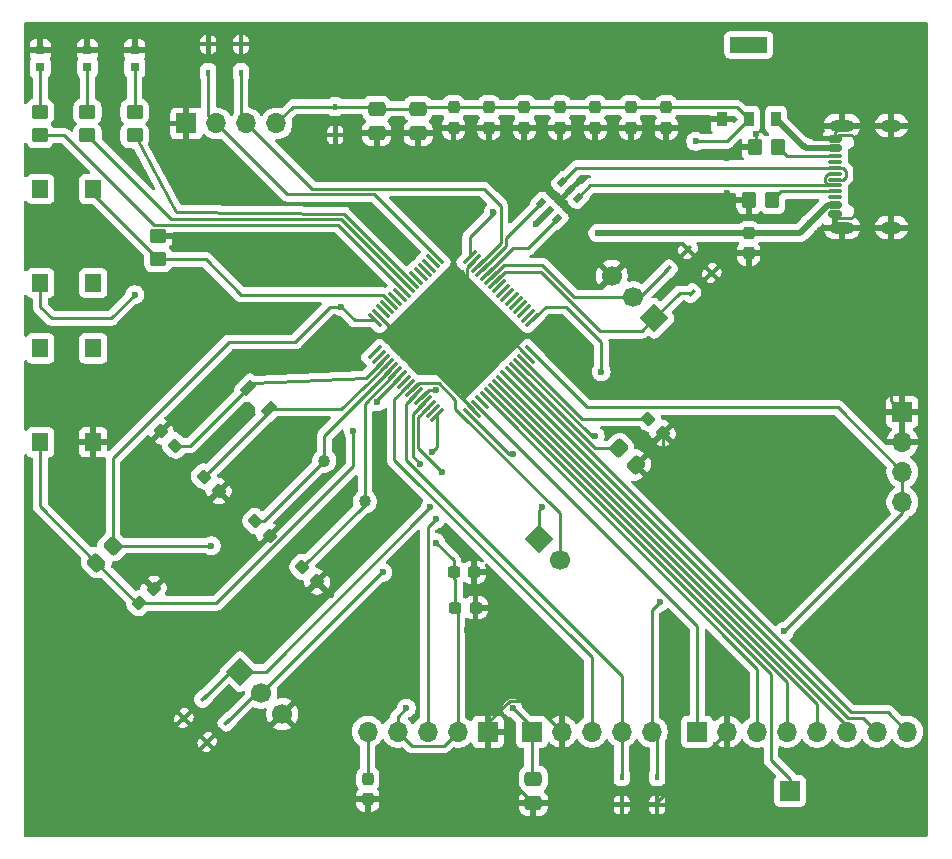
<source format=gbr>
%TF.GenerationSoftware,KiCad,Pcbnew,9.0.0*%
%TF.CreationDate,2025-03-24T18:02:27-05:00*%
%TF.ProjectId,Project 2.0,50726f6a-6563-4742-9032-2e302e6b6963,rev?*%
%TF.SameCoordinates,Original*%
%TF.FileFunction,Copper,L1,Top*%
%TF.FilePolarity,Positive*%
%FSLAX46Y46*%
G04 Gerber Fmt 4.6, Leading zero omitted, Abs format (unit mm)*
G04 Created by KiCad (PCBNEW 9.0.0) date 2025-03-24 18:02:27*
%MOMM*%
%LPD*%
G01*
G04 APERTURE LIST*
G04 Aperture macros list*
%AMRoundRect*
0 Rectangle with rounded corners*
0 $1 Rounding radius*
0 $2 $3 $4 $5 $6 $7 $8 $9 X,Y pos of 4 corners*
0 Add a 4 corners polygon primitive as box body*
4,1,4,$2,$3,$4,$5,$6,$7,$8,$9,$2,$3,0*
0 Add four circle primitives for the rounded corners*
1,1,$1+$1,$2,$3*
1,1,$1+$1,$4,$5*
1,1,$1+$1,$6,$7*
1,1,$1+$1,$8,$9*
0 Add four rect primitives between the rounded corners*
20,1,$1+$1,$2,$3,$4,$5,0*
20,1,$1+$1,$4,$5,$6,$7,0*
20,1,$1+$1,$6,$7,$8,$9,0*
20,1,$1+$1,$8,$9,$2,$3,0*%
%AMHorizOval*
0 Thick line with rounded ends*
0 $1 width*
0 $2 $3 position (X,Y) of the first rounded end (center of the circle)*
0 $4 $5 position (X,Y) of the second rounded end (center of the circle)*
0 Add line between two ends*
20,1,$1,$2,$3,$4,$5,0*
0 Add two circle primitives to create the rounded ends*
1,1,$1,$2,$3*
1,1,$1,$4,$5*%
%AMRotRect*
0 Rectangle, with rotation*
0 The origin of the aperture is its center*
0 $1 length*
0 $2 width*
0 $3 Rotation angle, in degrees counterclockwise*
0 Add horizontal line*
21,1,$1,$2,0,0,$3*%
G04 Aperture macros list end*
%TA.AperFunction,EtchedComponent*%
%ADD10C,0.000000*%
%TD*%
%TA.AperFunction,SMDPad,CuDef*%
%ADD11RoundRect,0.237500X-0.237500X0.300000X-0.237500X-0.300000X0.237500X-0.300000X0.237500X0.300000X0*%
%TD*%
%TA.AperFunction,SMDPad,CuDef*%
%ADD12RoundRect,0.237500X0.380070X-0.044194X-0.044194X0.380070X-0.380070X0.044194X0.044194X-0.380070X0*%
%TD*%
%TA.AperFunction,SMDPad,CuDef*%
%ADD13RoundRect,0.250000X0.450000X-0.350000X0.450000X0.350000X-0.450000X0.350000X-0.450000X-0.350000X0*%
%TD*%
%TA.AperFunction,ComponentPad*%
%ADD14R,1.700000X1.700000*%
%TD*%
%TA.AperFunction,ComponentPad*%
%ADD15O,1.700000X1.700000*%
%TD*%
%TA.AperFunction,SMDPad,CuDef*%
%ADD16RoundRect,0.150000X0.425000X-0.150000X0.425000X0.150000X-0.425000X0.150000X-0.425000X-0.150000X0*%
%TD*%
%TA.AperFunction,SMDPad,CuDef*%
%ADD17RoundRect,0.075000X0.500000X-0.075000X0.500000X0.075000X-0.500000X0.075000X-0.500000X-0.075000X0*%
%TD*%
%TA.AperFunction,HeatsinkPad*%
%ADD18O,2.100000X1.000000*%
%TD*%
%TA.AperFunction,HeatsinkPad*%
%ADD19O,1.800000X1.000000*%
%TD*%
%TA.AperFunction,SMDPad,CuDef*%
%ADD20RoundRect,0.237500X-0.300000X-0.237500X0.300000X-0.237500X0.300000X0.237500X-0.300000X0.237500X0*%
%TD*%
%TA.AperFunction,SMDPad,CuDef*%
%ADD21R,1.400048X1.549908*%
%TD*%
%TA.AperFunction,SMDPad,CuDef*%
%ADD22RoundRect,0.250000X-0.475000X0.337500X-0.475000X-0.337500X0.475000X-0.337500X0.475000X0.337500X0*%
%TD*%
%TA.AperFunction,SMDPad,CuDef*%
%ADD23RoundRect,0.250000X0.350000X0.450000X-0.350000X0.450000X-0.350000X-0.450000X0.350000X-0.450000X0*%
%TD*%
%TA.AperFunction,SMDPad,CuDef*%
%ADD24RotRect,0.600700X0.355600X45.000000*%
%TD*%
%TA.AperFunction,SMDPad,CuDef*%
%ADD25RotRect,0.774700X0.508000X225.000000*%
%TD*%
%TA.AperFunction,SMDPad,CuDef*%
%ADD26RoundRect,0.250000X0.475000X-0.337500X0.475000X0.337500X-0.475000X0.337500X-0.475000X-0.337500X0*%
%TD*%
%TA.AperFunction,SMDPad,CuDef*%
%ADD27RoundRect,0.237500X-0.380070X0.044194X0.044194X-0.380070X0.380070X-0.044194X-0.044194X0.380070X0*%
%TD*%
%TA.AperFunction,SMDPad,CuDef*%
%ADD28R,0.355600X0.600700*%
%TD*%
%TA.AperFunction,SMDPad,CuDef*%
%ADD29R,0.863600X1.295400*%
%TD*%
%TA.AperFunction,ComponentPad*%
%ADD30RotRect,1.700000X1.700000X45.000000*%
%TD*%
%TA.AperFunction,ComponentPad*%
%ADD31HorizOval,1.700000X0.000000X0.000000X0.000000X0.000000X0*%
%TD*%
%TA.AperFunction,SMDPad,CuDef*%
%ADD32RotRect,0.762000X1.244600X315.000000*%
%TD*%
%TA.AperFunction,SMDPad,CuDef*%
%ADD33RotRect,1.500000X0.300000X45.000000*%
%TD*%
%TA.AperFunction,SMDPad,CuDef*%
%ADD34RotRect,0.300000X1.500000X45.000000*%
%TD*%
%TA.AperFunction,SMDPad,CuDef*%
%ADD35R,0.787400X0.787400*%
%TD*%
%TA.AperFunction,SMDPad,CuDef*%
%ADD36RotRect,0.600700X0.355600X225.000000*%
%TD*%
%TA.AperFunction,ComponentPad*%
%ADD37RotRect,1.700000X1.700000X225.000000*%
%TD*%
%TA.AperFunction,ComponentPad*%
%ADD38HorizOval,1.700000X0.000000X0.000000X0.000000X0.000000X0*%
%TD*%
%TA.AperFunction,SMDPad,CuDef*%
%ADD39RoundRect,0.237500X-0.044194X-0.380070X0.380070X0.044194X0.044194X0.380070X-0.380070X-0.044194X0*%
%TD*%
%TA.AperFunction,ComponentPad*%
%ADD40C,1.030000*%
%TD*%
%TA.AperFunction,SMDPad,CuDef*%
%ADD41RoundRect,0.250000X0.070711X-0.565685X0.565685X-0.070711X-0.070711X0.565685X-0.565685X0.070711X0*%
%TD*%
%TA.AperFunction,SMDPad,CuDef*%
%ADD42RoundRect,0.250000X-0.565685X-0.070711X-0.070711X-0.565685X0.565685X0.070711X0.070711X0.565685X0*%
%TD*%
%TA.AperFunction,ViaPad*%
%ADD43C,0.600000*%
%TD*%
%TA.AperFunction,Conductor*%
%ADD44C,0.200000*%
%TD*%
%TA.AperFunction,Conductor*%
%ADD45C,0.254000*%
%TD*%
%TA.AperFunction,Conductor*%
%ADD46C,0.508000*%
%TD*%
G04 APERTURE END LIST*
D10*
%TA.AperFunction,EtchedComponent*%
%TO.C,CR1*%
G36*
X173428175Y-82083708D02*
G01*
X170278575Y-82083708D01*
X170278575Y-80788308D01*
X173428175Y-80788308D01*
X173428175Y-82083708D01*
G37*
%TD.AperFunction*%
%TD*%
D11*
%TO.P,C2,1*%
%TO.N,VCC*%
X161853375Y-86723107D03*
%TO.P,C2,2*%
%TO.N,GND*%
X161853375Y-88448109D03*
%TD*%
D12*
%TO.P,C9,1*%
%TO.N,/OSC32_IN*%
X123284078Y-115360267D03*
%TO.P,C9,2*%
%TO.N,GND*%
X122064318Y-114140507D03*
%TD*%
D11*
%TO.P,C13,1*%
%TO.N,/VIN*%
X171853375Y-97360606D03*
%TO.P,C13,2*%
%TO.N,GND*%
X171853375Y-99085608D03*
%TD*%
D13*
%TO.P,R8,1*%
%TO.N,/LED3*%
X111853375Y-89085608D03*
%TO.P,R8,2*%
%TO.N,Net-(LED3-Pad2)*%
X111853375Y-87085608D03*
%TD*%
D14*
%TO.P,J7,1,Pin_1*%
%TO.N,/SPI1_MISO*%
X175353375Y-144585608D03*
%TD*%
%TO.P,J8,1,Pin_1*%
%TO.N,GND*%
X184853375Y-112505608D03*
D15*
%TO.P,J8,2,Pin_2*%
X184853375Y-115045608D03*
%TO.P,J8,3,Pin_3*%
%TO.N,VCC*%
X184853375Y-117585608D03*
%TO.P,J8,4,Pin_4*%
X184853375Y-120125608D03*
%TD*%
D11*
%TO.P,C4,1*%
%TO.N,VCC*%
X152853375Y-86723107D03*
%TO.P,C4,2*%
%TO.N,GND*%
X152853375Y-88448109D03*
%TD*%
D13*
%TO.P,R2,1*%
%TO.N,/BOOT_0*%
X121853375Y-99585608D03*
%TO.P,R2,2*%
%TO.N,GND*%
X121853375Y-97585608D03*
%TD*%
D14*
%TO.P,J4,1,Pin_1*%
%TO.N,VCC*%
X153478375Y-139585608D03*
D15*
%TO.P,J4,2,Pin_2*%
%TO.N,GND*%
X156018375Y-139585608D03*
%TO.P,J4,3,Pin_3*%
%TO.N,/MIC_SEL*%
X158558374Y-139585608D03*
%TO.P,J4,4,Pin_4*%
%TO.N,/I2S2_SD*%
X161098375Y-139585608D03*
%TO.P,J4,5,Pin_5*%
%TO.N,/I2S2_CK*%
X163638375Y-139585608D03*
%TD*%
D16*
%TO.P,J11,A1,GND*%
%TO.N,GND*%
X179173375Y-95785608D03*
%TO.P,J11,A4,VBUS*%
%TO.N,/VIN*%
X179173375Y-94985608D03*
D17*
%TO.P,J11,A5,CC1*%
%TO.N,Net-(J11-CC1)*%
X179173376Y-93835608D03*
%TO.P,J11,A6,D+*%
%TO.N,/USB_D+_Raw*%
X179173375Y-92835608D03*
%TO.P,J11,A7,D-*%
%TO.N,/USB_D-_Raw*%
X179173375Y-92335608D03*
%TO.P,J11,A8,SBU1*%
%TO.N,unconnected-(J11-SBU1-PadA8)*%
X179173376Y-91335608D03*
D16*
%TO.P,J11,A9,VBUS*%
%TO.N,/VIN*%
X179173375Y-90185608D03*
%TO.P,J11,A12,GND*%
%TO.N,GND*%
X179173375Y-89385608D03*
%TO.P,J11,B1,GND*%
X179173375Y-89385608D03*
%TO.P,J11,B4,VBUS*%
%TO.N,/VIN*%
X179173375Y-90185608D03*
D17*
%TO.P,J11,B5,CC2*%
%TO.N,Net-(J11-CC2)*%
X179173375Y-90835608D03*
%TO.P,J11,B6,D+*%
%TO.N,/USB_D+_Raw*%
X179173375Y-91835608D03*
%TO.P,J11,B7,D-*%
%TO.N,/USB_D-_Raw*%
X179173375Y-93335608D03*
%TO.P,J11,B8,SBU2*%
%TO.N,unconnected-(J11-SBU2-PadB8)*%
X179173375Y-94335608D03*
D16*
%TO.P,J11,B9,VBUS*%
%TO.N,/VIN*%
X179173375Y-94985608D03*
%TO.P,J11,B12,GND*%
%TO.N,GND*%
X179173375Y-95785608D03*
D18*
%TO.P,J11,S1,SHIELD*%
X179748375Y-96905608D03*
D19*
X183928375Y-96905608D03*
D18*
X179748375Y-88265608D03*
D19*
X183928375Y-88265608D03*
%TD*%
D20*
%TO.P,C15,1*%
%TO.N,VCC*%
X146990875Y-129085608D03*
%TO.P,C15,2*%
%TO.N,GND*%
X148715875Y-129085608D03*
%TD*%
D21*
%TO.P,SW2,1,1*%
%TO.N,VCC*%
X111853373Y-101585608D03*
%TO.P,SW2,2,2*%
%TO.N,unconnected-(SW2-Pad2)*%
X116353375Y-101585608D03*
%TO.P,SW2,3,3*%
%TO.N,unconnected-(SW2-Pad3)*%
X111853373Y-93635612D03*
%TO.P,SW2,4,4*%
%TO.N,/BOOT_0*%
X116353375Y-93635612D03*
%TD*%
D22*
%TO.P,C20,1*%
%TO.N,VCC*%
X140353376Y-86818108D03*
%TO.P,C20,2*%
%TO.N,GND*%
X140353376Y-88893108D03*
%TD*%
D11*
%TO.P,C5,1*%
%TO.N,VCC*%
X155853375Y-86723107D03*
%TO.P,C5,2*%
%TO.N,GND*%
X155853375Y-88448109D03*
%TD*%
D14*
%TO.P,J6,1,Pin_1*%
%TO.N,VCC*%
X167478375Y-139585608D03*
D15*
%TO.P,J6,2,Pin_2*%
%TO.N,GND*%
X170018375Y-139585608D03*
%TO.P,J6,3,Pin_3*%
%TO.N,/SPI1_SCK*%
X172558374Y-139585608D03*
%TO.P,J6,4,Pin_4*%
%TO.N,/SPI1_MOSI*%
X175098375Y-139585608D03*
%TO.P,J6,5,Pin_5*%
%TO.N,/CS*%
X177638375Y-139585608D03*
%TO.P,J6,6,Pin_6*%
%TO.N,/DC*%
X180178375Y-139585608D03*
%TO.P,J6,7,Pin_7*%
%TO.N,/RST*%
X182718375Y-139585608D03*
%TO.P,J6,8,Pin_8*%
%TO.N,/BL*%
X185258376Y-139585608D03*
%TD*%
D23*
%TO.P,R5,1*%
%TO.N,Net-(J11-CC2)*%
X174353375Y-90085608D03*
%TO.P,R5,2*%
%TO.N,GND*%
X172353375Y-90085608D03*
%TD*%
D11*
%TO.P,C1,1*%
%TO.N,VCC*%
X146853375Y-86723107D03*
%TO.P,C1,2*%
%TO.N,GND*%
X146853375Y-88448109D03*
%TD*%
D24*
%TO.P,CR5,1*%
%TO.N,/UART1_TX*%
X167003397Y-102435586D03*
%TO.P,CR5,2*%
%TO.N,GND*%
X168703353Y-100735630D03*
%TD*%
D25*
%TO.P,U2,1,I/O1*%
%TO.N,/USB_D-_Raw*%
X157418663Y-94363825D03*
%TO.P,U2,2,GND*%
%TO.N,GND*%
X156746910Y-93692073D03*
%TO.P,U2,3,I/O2*%
%TO.N,/USB_D+_Raw*%
X156075158Y-93020320D03*
%TO.P,U2,4,I/O2*%
%TO.N,/USB_D+*%
X154288087Y-94807391D03*
%TO.P,U2,5,VBUS*%
%TO.N,/VIN*%
X154959840Y-95479143D03*
%TO.P,U2,6,I/O1*%
%TO.N,/USB_D-*%
X155631592Y-96150896D03*
%TD*%
D22*
%TO.P,C14,1*%
%TO.N,VCC*%
X143853376Y-86818108D03*
%TO.P,C14,2*%
%TO.N,GND*%
X143853376Y-88893108D03*
%TD*%
D26*
%TO.P,C19,1*%
%TO.N,GND*%
X153598375Y-145623108D03*
%TO.P,C19,2*%
%TO.N,VCC*%
X153598375Y-143548108D03*
%TD*%
D27*
%TO.P,C10,1*%
%TO.N,/OSC32_OUT*%
X125743495Y-117975728D03*
%TO.P,C10,2*%
%TO.N,GND*%
X126963255Y-119195488D03*
%TD*%
D28*
%TO.P,CR16,1*%
%TO.N,/I2S2_CK*%
X164098375Y-143383558D03*
%TO.P,CR16,2*%
%TO.N,GND*%
X164098375Y-145787658D03*
%TD*%
D29*
%TO.P,CR1,1,ADJ/GND*%
%TO.N,GND*%
X169553375Y-87735208D03*
%TO.P,CR1,2,VOUT*%
%TO.N,VCC*%
X171853375Y-87735209D03*
%TO.P,CR1,3,VIN*%
%TO.N,/VIN*%
X174153375Y-87735208D03*
%TD*%
D28*
%TO.P,CR14,1*%
%TO.N,/SWDIO*%
X128853375Y-83787658D03*
%TO.P,CR14,2*%
%TO.N,GND*%
X128853375Y-81383558D03*
%TD*%
D13*
%TO.P,R6,1*%
%TO.N,/LED1*%
X119853375Y-89085608D03*
%TO.P,R6,2*%
%TO.N,Net-(LED1-Pad2)*%
X119853375Y-87085608D03*
%TD*%
D30*
%TO.P,J3,1,Pin_1*%
%TO.N,/UART2_TX*%
X128761273Y-134493506D03*
D31*
%TO.P,J3,2,Pin_2*%
%TO.N,/UART2_RX*%
X130557324Y-136289557D03*
%TO.P,J3,3,Pin_3*%
%TO.N,GND*%
X132353375Y-138085608D03*
%TD*%
D14*
%TO.P,J2,1,Pin_1*%
%TO.N,GND*%
X149753375Y-139585608D03*
D15*
%TO.P,J2,2,Pin_2*%
%TO.N,VCC*%
X147213375Y-139585608D03*
%TO.P,J2,3,Pin_3*%
%TO.N,/ADC1_IN0*%
X144673375Y-139585608D03*
%TO.P,J2,4,Pin_4*%
%TO.N,VCC*%
X142133375Y-139585608D03*
%TO.P,J2,5,Pin_5*%
%TO.N,Net-(J2-Pin_5)*%
X139593375Y-139585608D03*
%TD*%
D32*
%TO.P,XTAL1,1,1*%
%TO.N,/OSC32_IN*%
X129455349Y-110462241D03*
%TO.P,XTAL1,2,2*%
%TO.N,/OSC32_OUT*%
X131251401Y-112258293D03*
%TD*%
D33*
%TO.P,U1,1,VBAT*%
%TO.N,unconnected-(U1-VBAT-Pad1)*%
X140171216Y-107464466D03*
%TO.P,U1,2,PC13*%
%TO.N,unconnected-(U1-PC13-Pad2)*%
X140524769Y-107818020D03*
%TO.P,U1,3,PC14-OSC32_IN*%
%TO.N,/OSC32_IN*%
X140878323Y-108171573D03*
%TO.P,U1,4,PC15-OSC32_OUT*%
%TO.N,/OSC32_OUT*%
X141231876Y-108525126D03*
%TO.P,U1,5,PH0-OSC_IN*%
%TO.N,/OSC_IN*%
X141585429Y-108878680D03*
%TO.P,U1,6,PH1-OSC_OUT*%
%TO.N,/OSC_OUT*%
X141938983Y-109232233D03*
%TO.P,U1,7,NRST*%
%TO.N,/NRST*%
X142292536Y-109585787D03*
%TO.P,U1,8,PC0*%
%TO.N,unconnected-(U1-PC0-Pad8)*%
X142646090Y-109939340D03*
%TO.P,U1,9,PC1*%
%TO.N,/MIC_SEL*%
X142999643Y-110292893D03*
%TO.P,U1,10,PC2*%
%TO.N,/I2S2_ext_SD*%
X143353196Y-110646447D03*
%TO.P,U1,11,PC3*%
%TO.N,/I2S2_SD*%
X143706750Y-111000000D03*
%TO.P,U1,12,VSSA/VREF-*%
%TO.N,GND*%
X144060303Y-111353554D03*
%TO.P,U1,13,VDDA/VREF+*%
%TO.N,VCC*%
X144413857Y-111707107D03*
%TO.P,U1,14,PA0*%
%TO.N,/ADC1_IN0*%
X144767410Y-112060660D03*
%TO.P,U1,15,PA1*%
%TO.N,unconnected-(U1-PA1-Pad15)*%
X145120963Y-112414214D03*
%TO.P,U1,16,PA2*%
%TO.N,/UART2_TX*%
X145474517Y-112767767D03*
D34*
%TO.P,U1,17,PA3*%
%TO.N,/UART2_RX*%
X148232233Y-112767767D03*
%TO.P,U1,18,VSS@4*%
%TO.N,GND*%
X148585787Y-112414214D03*
%TO.P,U1,19,VDD@4*%
%TO.N,VCC*%
X148939340Y-112060660D03*
%TO.P,U1,20,PA4*%
%TO.N,unconnected-(U1-PA4-Pad20)*%
X149292893Y-111707107D03*
%TO.P,U1,21,PA5*%
%TO.N,/SPI1_SCK*%
X149646447Y-111353554D03*
%TO.P,U1,22,PA6*%
%TO.N,/SPI1_MISO*%
X150000000Y-111000000D03*
%TO.P,U1,23,PA7*%
%TO.N,/SPI1_MOSI*%
X150353554Y-110646447D03*
%TO.P,U1,24,PC4*%
%TO.N,/CS*%
X150707107Y-110292893D03*
%TO.P,U1,25,PC5*%
%TO.N,/DC*%
X151060660Y-109939340D03*
%TO.P,U1,26,PB0*%
%TO.N,/RST*%
X151414214Y-109585787D03*
%TO.P,U1,27,PB1*%
%TO.N,/BL*%
X151767767Y-109232233D03*
%TO.P,U1,28,PB2*%
%TO.N,/BOOT_1*%
X152121321Y-108878680D03*
%TO.P,U1,29,PB10*%
%TO.N,/I2S2_CK*%
X152474874Y-108525126D03*
%TO.P,U1,30,VCAP1*%
%TO.N,Net-(U1-VCAP1)*%
X152828427Y-108171573D03*
%TO.P,U1,31,VSS@1*%
%TO.N,GND*%
X153181981Y-107818020D03*
%TO.P,U1,32,VDD@1*%
%TO.N,VCC*%
X153535534Y-107464466D03*
D33*
%TO.P,U1,33,PB12*%
%TO.N,/I2S2_WS*%
X153535534Y-104706750D03*
%TO.P,U1,34,PB13*%
%TO.N,unconnected-(U1-PB13-Pad34)*%
X153181981Y-104353196D03*
%TO.P,U1,35,PB14*%
%TO.N,unconnected-(U1-PB14-Pad35)*%
X152828427Y-103999643D03*
%TO.P,U1,36,PB15*%
%TO.N,unconnected-(U1-PB15-Pad36)*%
X152474874Y-103646090D03*
%TO.P,U1,37,PC6*%
%TO.N,unconnected-(U1-PC6-Pad37)*%
X152121321Y-103292536D03*
%TO.P,U1,38,PC7*%
%TO.N,unconnected-(U1-PC7-Pad38)*%
X151767767Y-102938983D03*
%TO.P,U1,39,PC8*%
%TO.N,unconnected-(U1-PC8-Pad39)*%
X151414214Y-102585429D03*
%TO.P,U1,40,PC9*%
%TO.N,unconnected-(U1-PC9-Pad40)*%
X151060660Y-102231876D03*
%TO.P,U1,41,PA8*%
%TO.N,unconnected-(U1-PA8-Pad41)*%
X150707107Y-101878323D03*
%TO.P,U1,42,PA9*%
%TO.N,/UART1_TX*%
X150353554Y-101524769D03*
%TO.P,U1,43,PA10*%
%TO.N,/UART1_RX*%
X150000000Y-101171216D03*
%TO.P,U1,44,PA11*%
%TO.N,/USB_D-*%
X149646447Y-100817662D03*
%TO.P,U1,45,PA12*%
%TO.N,/USB_D+*%
X149292893Y-100464109D03*
%TO.P,U1,46,PA13*%
%TO.N,/SWDIO*%
X148939340Y-100110556D03*
%TO.P,U1,47,VSS@2*%
%TO.N,GND*%
X148585787Y-99757002D03*
%TO.P,U1,48,VDD@2*%
%TO.N,VCC*%
X148232233Y-99403449D03*
D34*
%TO.P,U1,49,PA14*%
%TO.N,/SWCLK*%
X145474517Y-99403449D03*
%TO.P,U1,50,PA15*%
%TO.N,unconnected-(U1-PA15-Pad50)*%
X145120963Y-99757002D03*
%TO.P,U1,51,PC10*%
%TO.N,unconnected-(U1-PC10-Pad51)*%
X144767410Y-100110556D03*
%TO.P,U1,52,PC11*%
%TO.N,unconnected-(U1-PC11-Pad52)*%
X144413857Y-100464109D03*
%TO.P,U1,53,PC12*%
%TO.N,unconnected-(U1-PC12-Pad53)*%
X144060303Y-100817662D03*
%TO.P,U1,54,PD2*%
%TO.N,unconnected-(U1-PD2-Pad54)*%
X143706750Y-101171216D03*
%TO.P,U1,55,PB3*%
%TO.N,/LED1*%
X143353196Y-101524769D03*
%TO.P,U1,56,PB4*%
%TO.N,/LED2*%
X142999643Y-101878323D03*
%TO.P,U1,57,PB5*%
%TO.N,/LED3*%
X142646090Y-102231876D03*
%TO.P,U1,58,PB6*%
%TO.N,unconnected-(U1-PB6-Pad58)*%
X142292536Y-102585429D03*
%TO.P,U1,59,PB7*%
%TO.N,unconnected-(U1-PB7-Pad59)*%
X141938983Y-102938983D03*
%TO.P,U1,60,BOOT0*%
%TO.N,/BOOT_0*%
X141585429Y-103292536D03*
%TO.P,U1,61,PB8*%
%TO.N,unconnected-(U1-PB8-Pad61)*%
X141231876Y-103646090D03*
%TO.P,U1,62,PB9*%
%TO.N,unconnected-(U1-PB9-Pad62)*%
X140878323Y-103999643D03*
%TO.P,U1,63,VSS@3*%
%TO.N,GND*%
X140524769Y-104353196D03*
%TO.P,U1,64,VDD@3*%
%TO.N,VCC*%
X140171216Y-104706750D03*
%TD*%
D11*
%TO.P,C6,1*%
%TO.N,VCC*%
X149853376Y-86723107D03*
%TO.P,C6,2*%
%TO.N,GND*%
X149853376Y-88448109D03*
%TD*%
D21*
%TO.P,SW1,1,1*%
%TO.N,/NRST*%
X111853373Y-115085608D03*
%TO.P,SW1,2,2*%
%TO.N,GND*%
X116353375Y-115085608D03*
%TO.P,SW1,3,3*%
%TO.N,unconnected-(SW1-Pad3)*%
X111853373Y-107135612D03*
%TO.P,SW1,4,4*%
%TO.N,unconnected-(SW1-Pad4)*%
X116353375Y-107135612D03*
%TD*%
D20*
%TO.P,C16,1*%
%TO.N,VCC*%
X146853375Y-126085608D03*
%TO.P,C16,2*%
%TO.N,GND*%
X148578375Y-126085608D03*
%TD*%
D14*
%TO.P,J10,1,Pin_1*%
%TO.N,GND*%
X124233375Y-88085608D03*
D15*
%TO.P,J10,2,Pin_2*%
%TO.N,/SWCLK*%
X126773375Y-88085608D03*
%TO.P,J10,3,Pin_3*%
%TO.N,/SWDIO*%
X129313375Y-88085608D03*
%TO.P,J10,4,Pin_4*%
%TO.N,VCC*%
X131853375Y-88085608D03*
%TD*%
D35*
%TO.P,LED2,1*%
%TO.N,GND*%
X115853375Y-81836308D03*
%TO.P,LED2,2*%
%TO.N,Net-(LED2-Pad2)*%
X115853375Y-83334908D03*
%TD*%
D36*
%TO.P,CR4,1*%
%TO.N,/UART2_RX*%
X127703353Y-138735630D03*
%TO.P,CR4,2*%
%TO.N,GND*%
X126003397Y-140435586D03*
%TD*%
%TO.P,CR3,1*%
%TO.N,/UART2_TX*%
X125703353Y-136735630D03*
%TO.P,CR3,2*%
%TO.N,GND*%
X124003397Y-138435586D03*
%TD*%
D13*
%TO.P,R7,1*%
%TO.N,/LED2*%
X115853375Y-89085608D03*
%TO.P,R7,2*%
%TO.N,Net-(LED2-Pad2)*%
X115853375Y-87085608D03*
%TD*%
D37*
%TO.P,J9,1,Pin_1*%
%TO.N,/UART1_TX*%
X163853375Y-104585608D03*
D38*
%TO.P,J9,2,Pin_2*%
%TO.N,/UART1_RX*%
X162057324Y-102789557D03*
%TO.P,J9,3,Pin_3*%
%TO.N,GND*%
X160261273Y-100993506D03*
%TD*%
D27*
%TO.P,C11,1*%
%TO.N,/OSC_IN*%
X130064318Y-121750386D03*
%TO.P,C11,2*%
%TO.N,GND*%
X131284078Y-122970146D03*
%TD*%
D24*
%TO.P,CR6,1*%
%TO.N,/UART1_RX*%
X165003397Y-100435586D03*
%TO.P,CR6,2*%
%TO.N,GND*%
X166703353Y-98735630D03*
%TD*%
D23*
%TO.P,R4,1*%
%TO.N,Net-(J11-CC1)*%
X173853375Y-94585608D03*
%TO.P,R4,2*%
%TO.N,GND*%
X171853375Y-94585608D03*
%TD*%
D28*
%TO.P,CR13,1*%
%TO.N,/SWCLK*%
X126100775Y-83787658D03*
%TO.P,CR13,2*%
%TO.N,GND*%
X126100775Y-81383558D03*
%TD*%
D11*
%TO.P,C3,1*%
%TO.N,VCC*%
X158853376Y-86723107D03*
%TO.P,C3,2*%
%TO.N,GND*%
X158853376Y-88448109D03*
%TD*%
D39*
%TO.P,C8,1*%
%TO.N,/NRST*%
X120243495Y-128695488D03*
%TO.P,C8,2*%
%TO.N,GND*%
X121463255Y-127475728D03*
%TD*%
D28*
%TO.P,CR2,1*%
%TO.N,VCC*%
X136853376Y-86653558D03*
%TO.P,CR2,2*%
%TO.N,GND*%
X136853376Y-89057658D03*
%TD*%
D12*
%TO.P,C17,1*%
%TO.N,GND*%
X164560482Y-114292715D03*
%TO.P,C17,2*%
%TO.N,Net-(U1-VCAP1)*%
X163340722Y-113072955D03*
%TD*%
D35*
%TO.P,LED1,1*%
%TO.N,GND*%
X119853375Y-81836308D03*
%TO.P,LED1,2*%
%TO.N,Net-(LED1-Pad2)*%
X119853375Y-83334908D03*
%TD*%
D11*
%TO.P,C7,1*%
%TO.N,VCC*%
X164853375Y-86723107D03*
%TO.P,C7,2*%
%TO.N,GND*%
X164853375Y-88448109D03*
%TD*%
D28*
%TO.P,CR18,1*%
%TO.N,/I2S2_SD*%
X161098375Y-143383558D03*
%TO.P,CR18,2*%
%TO.N,GND*%
X161098375Y-145787658D03*
%TD*%
D11*
%TO.P,C18,1*%
%TO.N,Net-(J2-Pin_5)*%
X139598375Y-143585608D03*
%TO.P,C18,2*%
%TO.N,GND*%
X139598375Y-145310610D03*
%TD*%
D27*
%TO.P,C12,1*%
%TO.N,/OSC_OUT*%
X134064317Y-125640507D03*
%TO.P,C12,2*%
%TO.N,GND*%
X135284077Y-126860267D03*
%TD*%
D40*
%TO.P,Y1,1*%
%TO.N,/OSC_IN*%
X135902693Y-116634926D03*
%TO.P,Y1,2*%
%TO.N,/OSC_OUT*%
X139353375Y-120085608D03*
%TD*%
D41*
%TO.P,R3,1*%
%TO.N,/NRST*%
X116610735Y-125257182D03*
%TO.P,R3,2*%
%TO.N,VCC*%
X118024949Y-123842968D03*
%TD*%
D35*
%TO.P,LED3,1*%
%TO.N,GND*%
X111853375Y-81836308D03*
%TO.P,LED3,2*%
%TO.N,Net-(LED3-Pad2)*%
X111853375Y-83334908D03*
%TD*%
D30*
%TO.P,J5,1,Pin_1*%
%TO.N,/I2S2_WS*%
X154057324Y-123289557D03*
D31*
%TO.P,J5,2,Pin_2*%
%TO.N,/I2S2_ext_SD*%
X155853375Y-125085608D03*
%TD*%
D42*
%TO.P,R1,1*%
%TO.N,/BOOT_1*%
X160853375Y-115585608D03*
%TO.P,R1,2*%
%TO.N,GND*%
X162267589Y-116999822D03*
%TD*%
D43*
%TO.N,GND*%
X127500000Y-105000000D03*
%TO.N,VCC*%
X126342968Y-123842968D03*
X142853375Y-137585608D03*
X144046731Y-116892252D03*
X145353375Y-123585608D03*
X137353375Y-103585608D03*
X167353375Y-89585608D03*
X119853375Y-102585608D03*
X174853375Y-131085608D03*
X151853375Y-137585608D03*
X150226375Y-95585608D03*
%TO.N,GND*%
X176500000Y-88500000D03*
X170000000Y-91000000D03*
X136500000Y-128000000D03*
X145329144Y-110670856D03*
X170000000Y-94000000D03*
X172500000Y-89000000D03*
X128000000Y-94000000D03*
X127000000Y-98000000D03*
X148000000Y-131000000D03*
X170000000Y-126000000D03*
%TO.N,/NRST*%
X140412847Y-111645081D03*
X138353375Y-114085608D03*
%TO.N,/VIN*%
X159078377Y-97360606D03*
X177012114Y-96512114D03*
X153853375Y-96585608D03*
X176500000Y-90000000D03*
%TO.N,/UART2_TX*%
X144853375Y-120585608D03*
X145046731Y-115892252D03*
%TO.N,/UART2_RX*%
X140853375Y-126085608D03*
X151853375Y-116085608D03*
%TO.N,/I2S2_CK*%
X158853375Y-114585608D03*
X164353375Y-128585608D03*
%TO.N,/ADC1_IN0*%
X145353375Y-121585608D03*
X145853375Y-117585608D03*
%TO.N,/I2S2_WS*%
X154353375Y-120585608D03*
X159353375Y-109085608D03*
%TD*%
D44*
%TO.N,GND*%
X117414392Y-115085608D02*
X127500000Y-105000000D01*
X116353375Y-115085608D02*
X117414392Y-115085608D01*
D45*
%TO.N,VCC*%
X118024949Y-123842968D02*
X126342968Y-123842968D01*
X127853375Y-106585608D02*
X133414392Y-106585608D01*
X136414392Y-103585608D02*
X133414392Y-106585608D01*
X137353375Y-103585608D02*
X136414392Y-103585608D01*
X153535534Y-107464466D02*
X158193800Y-112122732D01*
X146853375Y-126085608D02*
X146853375Y-126585608D01*
X184853375Y-120125608D02*
X184853375Y-121085608D01*
X148232233Y-97706750D02*
X150353375Y-95585608D01*
X136876327Y-86630607D02*
X136853376Y-86653558D01*
X184853375Y-121085608D02*
X174853375Y-131085608D01*
X144046731Y-116892252D02*
X143398375Y-116243896D01*
X117853375Y-104585608D02*
X112853375Y-104585608D01*
X111853373Y-103585606D02*
X111853373Y-101585608D01*
X119853375Y-102585608D02*
X117853375Y-104585608D01*
X146990875Y-129223108D02*
X147213375Y-129445608D01*
X143853376Y-86818108D02*
X140353376Y-86818108D01*
X142133375Y-139585608D02*
X142133375Y-138305608D01*
X171853375Y-87735209D02*
X170841273Y-86723107D01*
X143398375Y-116243896D02*
X143398375Y-112722589D01*
X153478375Y-139585608D02*
X153478375Y-143428108D01*
X170002976Y-89585608D02*
X171853375Y-87735209D01*
X146990875Y-126723108D02*
X146990875Y-129085608D01*
X148232233Y-99403449D02*
X148232233Y-97706750D01*
X179390499Y-112122732D02*
X184853375Y-117585608D01*
X184853375Y-120125608D02*
X184853375Y-117585608D01*
X118024949Y-123842968D02*
X118024949Y-116414034D01*
X153478375Y-143428108D02*
X153598375Y-143548108D01*
X146035375Y-140763608D02*
X147213375Y-139585608D01*
X146990875Y-129085608D02*
X146990875Y-129223108D01*
X146853375Y-125085608D02*
X145353375Y-123585608D01*
X167353375Y-89585608D02*
X170002976Y-89585608D01*
X140353376Y-86818108D02*
X140120875Y-86818108D01*
X133285425Y-86653558D02*
X136853376Y-86653558D01*
X170841273Y-86723107D02*
X164853375Y-86723107D01*
X167478375Y-130599695D02*
X167478375Y-139585608D01*
X118024949Y-116414034D02*
X127853375Y-106585608D01*
X147213375Y-129445608D02*
X147213375Y-139585608D01*
X146853375Y-126085608D02*
X146853375Y-125085608D01*
X142133375Y-138305608D02*
X142853375Y-137585608D01*
X143311375Y-140763608D02*
X146035375Y-140763608D01*
X149853376Y-86723107D02*
X143876327Y-86723107D01*
X138474517Y-104706750D02*
X137353375Y-103585608D01*
X140120875Y-86818108D02*
X139956325Y-86653558D01*
X150353375Y-95585608D02*
X150226375Y-95585608D01*
X139956325Y-86653558D02*
X136853376Y-86653558D01*
X158193800Y-112122732D02*
X179390499Y-112122732D01*
X148939340Y-112060660D02*
X167478375Y-130599695D01*
X151853375Y-137585608D02*
X153478375Y-139210608D01*
X146853375Y-126585608D02*
X146990875Y-126723108D01*
X143398375Y-112722589D02*
X144413857Y-111707107D01*
X131853375Y-88085608D02*
X133285425Y-86653558D01*
X164853376Y-86723108D02*
X149853376Y-86723107D01*
X112853375Y-104585608D02*
X111853373Y-103585606D01*
X140171216Y-104706750D02*
X138474517Y-104706750D01*
X153478375Y-139210608D02*
X153478375Y-139585608D01*
X142133375Y-139585608D02*
X143311375Y-140763608D01*
%TO.N,GND*%
X153598375Y-145623108D02*
X149753375Y-141778108D01*
X179748375Y-88265608D02*
X183928375Y-88265608D01*
X172353375Y-90085608D02*
X170914392Y-90085608D01*
X183928375Y-111580608D02*
X184853375Y-112505608D01*
X170018375Y-139585608D02*
X163980875Y-145623108D01*
X147974944Y-102610983D02*
X153181981Y-107818020D01*
X177385608Y-89385608D02*
X176500000Y-88500000D01*
X180895775Y-95743770D02*
X180516537Y-96123008D01*
X140524769Y-104353196D02*
X140555880Y-104353196D01*
X180895775Y-89427446D02*
X180895775Y-95743770D01*
X149753375Y-141778108D02*
X149753375Y-139585608D01*
X144743001Y-110670856D02*
X145329144Y-110670856D01*
X164560482Y-120560482D02*
X170000000Y-126000000D01*
X180516537Y-96123008D02*
X179510775Y-96123008D01*
X149753375Y-138797481D02*
X151593248Y-136957608D01*
X148578375Y-126085608D02*
X148578375Y-128948108D01*
X179173375Y-96330608D02*
X179748375Y-96905608D01*
X179173375Y-89385608D02*
X179510775Y-89048208D01*
X149753375Y-139585608D02*
X149753375Y-138797481D01*
X125585608Y-97585608D02*
X121853375Y-97585608D01*
X147974944Y-100367845D02*
X147974944Y-102610983D01*
X170585608Y-94585608D02*
X171853375Y-94585608D01*
X124233375Y-90233375D02*
X128000000Y-94000000D01*
X153390375Y-136957608D02*
X156018375Y-139585608D01*
X170914392Y-90085608D02*
X170000000Y-91000000D01*
X148715875Y-129085608D02*
X148715875Y-130284125D01*
X126000000Y-98000000D02*
X125585608Y-97585608D01*
X144060303Y-111353554D02*
X144743001Y-110670856D01*
X124233375Y-88085608D02*
X124233375Y-90233375D01*
X148715875Y-130284125D02*
X148000000Y-131000000D01*
X183928375Y-96905608D02*
X183928375Y-111580608D01*
X151593248Y-136957608D02*
X153390375Y-136957608D01*
X183928375Y-88265608D02*
X183928375Y-96905608D01*
X179173375Y-89385608D02*
X177385608Y-89385608D01*
X164560482Y-114292715D02*
X164560482Y-120560482D01*
X136423810Y-128000000D02*
X135284077Y-126860267D01*
X148585787Y-112383103D02*
X148585787Y-112414214D01*
X136500000Y-128000000D02*
X136423810Y-128000000D01*
X140555880Y-104353196D02*
X148585787Y-112383103D01*
X180516537Y-89048208D02*
X180895775Y-89427446D01*
X172500000Y-89000000D02*
X172500000Y-89938983D01*
X183928375Y-96905608D02*
X179748375Y-96905608D01*
X179173375Y-89385608D02*
X179173375Y-88840608D01*
X148585787Y-99757002D02*
X147974944Y-100367845D01*
X179510775Y-96123008D02*
X179173375Y-95785608D01*
X163980875Y-145623108D02*
X153598375Y-145623108D01*
X179173375Y-95785608D02*
X179173375Y-96330608D01*
X179173375Y-88840608D02*
X179748375Y-88265608D01*
X179510775Y-89048208D02*
X180516537Y-89048208D01*
X148578375Y-128948108D02*
X148715875Y-129085608D01*
X172500000Y-89938983D02*
X172353375Y-90085608D01*
X170000000Y-94000000D02*
X170585608Y-94585608D01*
X127000000Y-98000000D02*
X126000000Y-98000000D01*
%TO.N,/NRST*%
X116540018Y-125257181D02*
X116610735Y-125257181D01*
X126782738Y-128695488D02*
X138353375Y-117124851D01*
X120049041Y-128695488D02*
X120243495Y-128695488D01*
X111853373Y-115085608D02*
X111853373Y-120499820D01*
X140412847Y-111645081D02*
X140412847Y-111465476D01*
X138353375Y-117124851D02*
X138353375Y-114085608D01*
X116964288Y-125610735D02*
X117158741Y-125610735D01*
X120243495Y-128695488D02*
X126782738Y-128695488D01*
X111853373Y-120499820D02*
X116610735Y-125257182D01*
X116610735Y-125257182D02*
X120049041Y-128695488D01*
X116610735Y-125257181D02*
X116964288Y-125610735D01*
X140412847Y-111465476D02*
X142292536Y-109585787D01*
%TO.N,/OSC32_IN*%
X129831982Y-110085608D02*
X139408832Y-109641065D01*
X139408832Y-109641065D02*
X140878323Y-108171573D01*
X123284078Y-115360267D02*
X124557323Y-115360267D01*
X129455349Y-110462241D02*
X129831982Y-110085608D01*
X124557323Y-115360267D02*
X129455349Y-110462241D01*
%TO.N,/OSC32_OUT*%
X131251401Y-112258293D02*
X137353375Y-112258293D01*
X131251401Y-112487936D02*
X131251401Y-112258293D01*
X137353375Y-112258293D02*
X141231876Y-108525126D01*
X125886514Y-117852823D02*
X131251401Y-112487936D01*
%TO.N,/OSC_IN*%
X135902693Y-116634926D02*
X135902693Y-114561416D01*
X130064318Y-121750386D02*
X130787233Y-121750386D01*
X135902693Y-114561416D02*
X141585429Y-108878680D01*
X130787233Y-121750386D02*
X135902693Y-116634926D01*
%TO.N,/OSC_OUT*%
X134064317Y-125640507D02*
X139353375Y-120351449D01*
X139353375Y-120085608D02*
X139353375Y-111817841D01*
X139353375Y-120351449D02*
X139353375Y-120085608D01*
X139353375Y-111817841D02*
X141938983Y-109232233D01*
D46*
%TO.N,/VIN*%
X171853375Y-97360606D02*
X159078377Y-97360606D01*
X171853375Y-97360606D02*
X176163621Y-97360606D01*
X176418167Y-90000000D02*
X174153375Y-87735208D01*
X177012114Y-96512114D02*
X178538619Y-94985608D01*
X154959840Y-95479143D02*
X153853375Y-96585608D01*
X176163621Y-97360606D02*
X177012114Y-96512114D01*
X176500000Y-90000000D02*
X176418167Y-90000000D01*
X171853374Y-97360606D02*
X171853375Y-97527054D01*
X179173375Y-90185608D02*
X176685608Y-90185608D01*
X176685608Y-90185608D02*
X176500000Y-90000000D01*
X178538619Y-94985608D02*
X179173375Y-94985608D01*
D45*
%TO.N,Net-(U1-VCAP1)*%
X157729809Y-113072955D02*
X152828427Y-108171573D01*
X163340722Y-113072955D02*
X157729809Y-113072955D01*
%TO.N,Net-(J2-Pin_5)*%
X139598375Y-143585608D02*
X139598375Y-139590608D01*
X139598375Y-139590608D02*
X139593375Y-139585608D01*
%TO.N,/UART2_TX*%
X128761273Y-134493506D02*
X130945477Y-134493506D01*
X125703353Y-136735630D02*
X127945477Y-134493506D01*
X127945477Y-134493506D02*
X128761273Y-134493506D01*
X130945477Y-134493506D02*
X144853375Y-120585608D01*
X145046731Y-115892252D02*
X145474517Y-115464466D01*
X145474517Y-115464466D02*
X145474517Y-112767767D01*
%TO.N,/UART2_RX*%
X151550074Y-116085608D02*
X148232233Y-112767767D01*
X151853375Y-116085608D02*
X151550074Y-116085608D01*
X140761273Y-126085608D02*
X140853375Y-126085608D01*
X127703353Y-138735630D02*
X130149426Y-136289557D01*
X130557324Y-136289557D02*
X140761273Y-126085608D01*
X130149426Y-136289557D02*
X130557324Y-136289557D01*
%TO.N,/UART1_TX*%
X151220981Y-100657342D02*
X150353554Y-101524769D01*
X163853375Y-104585608D02*
X166003397Y-102435586D01*
X159295445Y-105671146D02*
X154281641Y-100657342D01*
X163853375Y-104585608D02*
X162767837Y-105671146D01*
X162767837Y-105671146D02*
X159295445Y-105671146D01*
X166003397Y-102435586D02*
X167003397Y-102435586D01*
X154281641Y-100657342D02*
X151220981Y-100657342D01*
%TO.N,/UART1_RX*%
X162057324Y-102789557D02*
X162649426Y-102789557D01*
X151085608Y-100085608D02*
X150000000Y-101171216D01*
X162649426Y-102789557D02*
X165003397Y-100435586D01*
X154353375Y-100085608D02*
X151085608Y-100085608D01*
X162057324Y-102789557D02*
X157057324Y-102789557D01*
X157057324Y-102789557D02*
X154353375Y-100085608D01*
%TO.N,/SWCLK*%
X126100775Y-87413008D02*
X126773375Y-88085608D01*
X140156676Y-94085608D02*
X145474517Y-99403449D01*
X126100775Y-83787658D02*
X126100775Y-87413008D01*
X126773375Y-88085608D02*
X132773375Y-94085608D01*
X132773375Y-94085608D02*
X140156676Y-94085608D01*
%TO.N,/SWDIO*%
X150853375Y-98196521D02*
X148939340Y-100110556D01*
X129313374Y-88085608D02*
X134858374Y-93630608D01*
X134858374Y-93630608D02*
X149398375Y-93630608D01*
X128853375Y-87625609D02*
X129313374Y-88085608D01*
X128853375Y-83787658D02*
X128853375Y-87625609D01*
X149398375Y-93630608D02*
X150853375Y-95085608D01*
X150853375Y-95085608D02*
X150853375Y-98196521D01*
%TO.N,/I2S2_CK*%
X163638375Y-139585608D02*
X163638375Y-129300608D01*
X164098375Y-143383558D02*
X164098375Y-140045608D01*
X164098375Y-140045608D02*
X163638375Y-139585608D01*
X163638375Y-129300608D02*
X164353375Y-128585608D01*
X158535356Y-114585608D02*
X152474874Y-108525126D01*
X158853375Y-114585608D02*
X158535356Y-114585608D01*
%TO.N,/I2S2_SD*%
X142853375Y-111853375D02*
X143706750Y-111000000D01*
X142853375Y-116585608D02*
X142853375Y-111853375D01*
X161098375Y-139585608D02*
X161098375Y-134830608D01*
X161098375Y-134830608D02*
X142853375Y-116585608D01*
X161098375Y-143383558D02*
X161098375Y-139585608D01*
%TO.N,/USB_D-_Raw*%
X158446880Y-93335608D02*
X157418663Y-94363825D01*
X178526367Y-93335608D02*
X179173375Y-93335608D01*
X178270375Y-92591600D02*
X178270375Y-93079616D01*
X179173375Y-92335608D02*
X178526367Y-92335608D01*
X178270375Y-93079616D02*
X178526367Y-93335608D01*
X179173375Y-93335608D02*
X158446880Y-93335608D01*
X178526367Y-92335608D02*
X178270375Y-92591600D01*
%TO.N,/USB_D+_Raw*%
X179820383Y-91835608D02*
X180076375Y-92091600D01*
X179173375Y-91835608D02*
X157259870Y-91835608D01*
X180076375Y-92579616D02*
X179820383Y-92835608D01*
X180076375Y-92091600D02*
X180076375Y-92579616D01*
X157259870Y-91835608D02*
X156075158Y-93020320D01*
X155853375Y-93242103D02*
X156075158Y-93020320D01*
X179820383Y-92835608D02*
X179173375Y-92835608D01*
X179173375Y-91835608D02*
X179820383Y-91835608D01*
%TO.N,/ADC1_IN0*%
X143853375Y-112974695D02*
X144767410Y-112060660D01*
X144673375Y-122265608D02*
X145353375Y-121585608D01*
X143853375Y-115585608D02*
X143853375Y-112974695D01*
X145853375Y-117585608D02*
X143853375Y-115585608D01*
X144673375Y-139585608D02*
X144673375Y-122265608D01*
%TO.N,/MIC_SEL*%
X141853375Y-111439161D02*
X142999643Y-110292893D01*
X158558374Y-139585608D02*
X158558374Y-133290607D01*
X141853375Y-116585608D02*
X141853375Y-111439161D01*
X158558374Y-133290607D02*
X141853375Y-116585608D01*
%TO.N,/I2S2_ext_SD*%
X143353196Y-110646447D02*
X143964039Y-110035604D01*
X147000000Y-112232233D02*
X155853375Y-121085608D01*
X145580604Y-110035604D02*
X147000000Y-111455000D01*
X143964039Y-110035604D02*
X145580604Y-110035604D01*
X147000000Y-111455000D02*
X147000000Y-112232233D01*
X155853375Y-121085608D02*
X155853375Y-125085608D01*
%TO.N,/I2S2_WS*%
X156353375Y-103585608D02*
X154656676Y-103585608D01*
X154656676Y-103585608D02*
X153535534Y-104706750D01*
X154057324Y-120881659D02*
X154353375Y-120585608D01*
X159353375Y-109085608D02*
X159353375Y-106585608D01*
X154057324Y-123289557D02*
X154057324Y-120881659D01*
X159353375Y-106585608D02*
X156353375Y-103585608D01*
%TO.N,/DC*%
X180178375Y-139585608D02*
X180178375Y-139057055D01*
X180178375Y-139057055D02*
X151060660Y-109939340D01*
%TO.N,/RST*%
X181540375Y-138407608D02*
X180236035Y-138407608D01*
X182718375Y-139585608D02*
X181540375Y-138407608D01*
X180236035Y-138407608D02*
X151414214Y-109585787D01*
%TO.N,/SPI1_SCK*%
X172558374Y-139585608D02*
X172558374Y-134265481D01*
X172558374Y-134265481D02*
X149646447Y-111353554D01*
%TO.N,/CS*%
X177638375Y-139585608D02*
X177638375Y-137224161D01*
X177638375Y-137224161D02*
X150707107Y-110292893D01*
%TO.N,/BL*%
X183625376Y-137952608D02*
X180488142Y-137952608D01*
X180488142Y-137952608D02*
X151767767Y-109232233D01*
X185258376Y-139585608D02*
X183625376Y-137952608D01*
%TO.N,/SPI1_MOSI*%
X175098375Y-135391268D02*
X150353554Y-110646447D01*
X175098375Y-139585608D02*
X175098375Y-135391268D01*
%TO.N,/SPI1_MISO*%
X150000000Y-111000000D02*
X173736374Y-134736374D01*
X173736374Y-141968607D02*
X175353375Y-143585608D01*
X173736374Y-134736374D02*
X173736374Y-141968607D01*
X175353375Y-143585608D02*
X175353375Y-144585608D01*
%TO.N,Net-(LED1-Pad2)*%
X119853375Y-83334908D02*
X119853375Y-87085608D01*
%TO.N,Net-(LED2-Pad2)*%
X115853375Y-83334908D02*
X115853375Y-87085608D01*
%TO.N,Net-(LED3-Pad2)*%
X111853375Y-83334908D02*
X111853375Y-87085608D01*
%TO.N,/BOOT_1*%
X160853375Y-115585608D02*
X158828249Y-115585608D01*
X158828249Y-115585608D02*
X152121321Y-108878680D01*
%TO.N,/BOOT_0*%
X121853375Y-99585608D02*
X125853375Y-99585608D01*
X116353375Y-93635612D02*
X116353375Y-94085608D01*
X116353375Y-94085608D02*
X121853375Y-99585608D01*
X128853375Y-102585608D02*
X140878501Y-102585608D01*
X140878501Y-102585608D02*
X141585429Y-103292536D01*
X125853375Y-99585608D02*
X128853375Y-102585608D01*
%TO.N,/LED1*%
X119853375Y-89085608D02*
X123353375Y-95585608D01*
X123353375Y-95585608D02*
X137576035Y-95747608D01*
X137576035Y-95747608D02*
X143353196Y-101524769D01*
%TO.N,/LED2*%
X137323928Y-96202608D02*
X142999643Y-101878323D01*
X115853375Y-89085608D02*
X122970375Y-96202608D01*
X122970375Y-96202608D02*
X137323928Y-96202608D01*
%TO.N,/LED3*%
X137071822Y-96657608D02*
X142646090Y-102231876D01*
X113881399Y-89085608D02*
X121453399Y-96657608D01*
X111853375Y-89085608D02*
X113881399Y-89085608D01*
X121453399Y-96657608D02*
X137071822Y-96657608D01*
%TO.N,/USB_D-*%
X151853375Y-98610734D02*
X149646447Y-100817662D01*
X153171754Y-98610734D02*
X155631592Y-96150896D01*
X151853375Y-98610734D02*
X153171754Y-98610734D01*
%TO.N,/USB_D+*%
X151308375Y-97787103D02*
X151308375Y-98448627D01*
X151308375Y-98448627D02*
X149292893Y-100464109D01*
X154288087Y-94807391D02*
X151308375Y-97787103D01*
%TO.N,Net-(J11-CC2)*%
X175103375Y-90835608D02*
X179173375Y-90835608D01*
X174353375Y-90085608D02*
X175103375Y-90835608D01*
%TO.N,Net-(J11-CC1)*%
X174603375Y-93835608D02*
X179173376Y-93835608D01*
X173853375Y-94585608D02*
X174603375Y-93835608D01*
%TD*%
%TA.AperFunction,Conductor*%
%TO.N,GND*%
G36*
X186942539Y-79519685D02*
G01*
X186988294Y-79572489D01*
X186999500Y-79624000D01*
X186999500Y-148376000D01*
X186979815Y-148443039D01*
X186927011Y-148488794D01*
X186875500Y-148500000D01*
X110624500Y-148500000D01*
X110557461Y-148480315D01*
X110511706Y-148427511D01*
X110500500Y-148376000D01*
X110500500Y-145659764D01*
X138623376Y-145659764D01*
X138633694Y-145760762D01*
X138687921Y-145924410D01*
X138687926Y-145924421D01*
X138778427Y-146071144D01*
X138778430Y-146071148D01*
X138900336Y-146193054D01*
X138900340Y-146193057D01*
X139047063Y-146283558D01*
X139047074Y-146283563D01*
X139210722Y-146337790D01*
X139311727Y-146348109D01*
X139348375Y-146348109D01*
X139848375Y-146348109D01*
X139885015Y-146348109D01*
X139885029Y-146348108D01*
X139986027Y-146337790D01*
X140149675Y-146283563D01*
X140149686Y-146283558D01*
X140296409Y-146193057D01*
X140296413Y-146193054D01*
X140418319Y-146071148D01*
X140418322Y-146071144D01*
X140455670Y-146010594D01*
X152373376Y-146010594D01*
X152383869Y-146113305D01*
X152439016Y-146279727D01*
X152439018Y-146279732D01*
X152531059Y-146428953D01*
X152655029Y-146552923D01*
X152804250Y-146644964D01*
X152804255Y-146644966D01*
X152970677Y-146700113D01*
X152970684Y-146700114D01*
X153073394Y-146710607D01*
X153348374Y-146710607D01*
X153848375Y-146710607D01*
X154123347Y-146710607D01*
X154123361Y-146710606D01*
X154226072Y-146700113D01*
X154392494Y-146644966D01*
X154392499Y-146644964D01*
X154541720Y-146552923D01*
X154665690Y-146428953D01*
X154757731Y-146279732D01*
X154757733Y-146279727D01*
X154805409Y-146135852D01*
X160420575Y-146135852D01*
X160426976Y-146195380D01*
X160426978Y-146195387D01*
X160477220Y-146330094D01*
X160477224Y-146330101D01*
X160563384Y-146445195D01*
X160563387Y-146445198D01*
X160678481Y-146531358D01*
X160678488Y-146531362D01*
X160813195Y-146581604D01*
X160813202Y-146581606D01*
X160872730Y-146588007D01*
X160872747Y-146588008D01*
X160920575Y-146588008D01*
X161276175Y-146588008D01*
X161324003Y-146588008D01*
X161324019Y-146588007D01*
X161383547Y-146581606D01*
X161383554Y-146581604D01*
X161518261Y-146531362D01*
X161518268Y-146531358D01*
X161633362Y-146445198D01*
X161633365Y-146445195D01*
X161719525Y-146330101D01*
X161719529Y-146330094D01*
X161769771Y-146195387D01*
X161769773Y-146195380D01*
X161776174Y-146135852D01*
X163420575Y-146135852D01*
X163426976Y-146195380D01*
X163426978Y-146195387D01*
X163477220Y-146330094D01*
X163477224Y-146330101D01*
X163563384Y-146445195D01*
X163563387Y-146445198D01*
X163678481Y-146531358D01*
X163678488Y-146531362D01*
X163813195Y-146581604D01*
X163813202Y-146581606D01*
X163872730Y-146588007D01*
X163872747Y-146588008D01*
X163920575Y-146588008D01*
X164276175Y-146588008D01*
X164324003Y-146588008D01*
X164324019Y-146588007D01*
X164383547Y-146581606D01*
X164383554Y-146581604D01*
X164518261Y-146531362D01*
X164518268Y-146531358D01*
X164633362Y-146445198D01*
X164633365Y-146445195D01*
X164719525Y-146330101D01*
X164719529Y-146330094D01*
X164769771Y-146195387D01*
X164769773Y-146195380D01*
X164776174Y-146135852D01*
X164776175Y-146135835D01*
X164776175Y-145965458D01*
X164276175Y-145965458D01*
X164276175Y-146588008D01*
X163920575Y-146588008D01*
X163920575Y-145965458D01*
X163420575Y-145965458D01*
X163420575Y-146135852D01*
X161776174Y-146135852D01*
X161776175Y-146135835D01*
X161776175Y-145965458D01*
X161276175Y-145965458D01*
X161276175Y-146588008D01*
X160920575Y-146588008D01*
X160920575Y-145965458D01*
X160420575Y-145965458D01*
X160420575Y-146135852D01*
X154805409Y-146135852D01*
X154812880Y-146113305D01*
X154812881Y-146113298D01*
X154823374Y-146010594D01*
X154823375Y-146010581D01*
X154823375Y-145873108D01*
X153848375Y-145873108D01*
X153848375Y-146710607D01*
X153348374Y-146710607D01*
X153348375Y-146710606D01*
X153348375Y-145873108D01*
X152373376Y-145873108D01*
X152373376Y-146010594D01*
X140455670Y-146010594D01*
X140508823Y-145924421D01*
X140508828Y-145924410D01*
X140555773Y-145782742D01*
X140563056Y-145760760D01*
X140573374Y-145659764D01*
X140573375Y-145659751D01*
X140573375Y-145560610D01*
X139848375Y-145560610D01*
X139848375Y-146348109D01*
X139348375Y-146348109D01*
X139348375Y-145560610D01*
X138623376Y-145560610D01*
X138623376Y-145659764D01*
X110500500Y-145659764D01*
X110500500Y-145439463D01*
X160420575Y-145439463D01*
X160420575Y-145609858D01*
X160920575Y-145609858D01*
X161276175Y-145609858D01*
X161776175Y-145609858D01*
X161776175Y-145439480D01*
X161776174Y-145439463D01*
X163420575Y-145439463D01*
X163420575Y-145609858D01*
X163920575Y-145609858D01*
X164276175Y-145609858D01*
X164776175Y-145609858D01*
X164776175Y-145439480D01*
X164776174Y-145439463D01*
X164769773Y-145379935D01*
X164769771Y-145379928D01*
X164719529Y-145245221D01*
X164719525Y-145245214D01*
X164633365Y-145130120D01*
X164633362Y-145130117D01*
X164518268Y-145043957D01*
X164518261Y-145043953D01*
X164383554Y-144993711D01*
X164383547Y-144993709D01*
X164324019Y-144987308D01*
X164276175Y-144987308D01*
X164276175Y-145609858D01*
X163920575Y-145609858D01*
X163920575Y-144987308D01*
X163872730Y-144987308D01*
X163813202Y-144993709D01*
X163813195Y-144993711D01*
X163678488Y-145043953D01*
X163678481Y-145043957D01*
X163563387Y-145130117D01*
X163563384Y-145130120D01*
X163477224Y-145245214D01*
X163477220Y-145245221D01*
X163426978Y-145379928D01*
X163426976Y-145379935D01*
X163420575Y-145439463D01*
X161776174Y-145439463D01*
X161769773Y-145379935D01*
X161769771Y-145379928D01*
X161719529Y-145245221D01*
X161719525Y-145245214D01*
X161633365Y-145130120D01*
X161633362Y-145130117D01*
X161518268Y-145043957D01*
X161518261Y-145043953D01*
X161383554Y-144993711D01*
X161383547Y-144993709D01*
X161324019Y-144987308D01*
X161276175Y-144987308D01*
X161276175Y-145609858D01*
X160920575Y-145609858D01*
X160920575Y-144987308D01*
X160872730Y-144987308D01*
X160813202Y-144993709D01*
X160813195Y-144993711D01*
X160678488Y-145043953D01*
X160678481Y-145043957D01*
X160563387Y-145130117D01*
X160563384Y-145130120D01*
X160477224Y-145245214D01*
X160477220Y-145245221D01*
X160426978Y-145379928D01*
X160426976Y-145379935D01*
X160420575Y-145439463D01*
X110500500Y-145439463D01*
X110500500Y-141127241D01*
X125563187Y-141127241D01*
X125563187Y-141127242D01*
X125597008Y-141161063D01*
X125643643Y-141198643D01*
X125774422Y-141258369D01*
X125774427Y-141258370D01*
X125916741Y-141278830D01*
X126059054Y-141258370D01*
X126059059Y-141258369D01*
X126189838Y-141198643D01*
X126236470Y-141161065D01*
X126356950Y-141040585D01*
X126003398Y-140687033D01*
X126003397Y-140687033D01*
X125563187Y-141127241D01*
X110500500Y-141127241D01*
X110500500Y-140522242D01*
X125160152Y-140522242D01*
X125180612Y-140664555D01*
X125180613Y-140664560D01*
X125240339Y-140795339D01*
X125277919Y-140841974D01*
X125311740Y-140875795D01*
X125311741Y-140875795D01*
X125751949Y-140435585D01*
X126254844Y-140435585D01*
X126254844Y-140435587D01*
X126608396Y-140789139D01*
X126728876Y-140668659D01*
X126766454Y-140622027D01*
X126826180Y-140491248D01*
X126826181Y-140491243D01*
X126846641Y-140348930D01*
X126826181Y-140206616D01*
X126826180Y-140206611D01*
X126766454Y-140075832D01*
X126728874Y-140029197D01*
X126695053Y-139995376D01*
X126695052Y-139995376D01*
X126254844Y-140435585D01*
X125751949Y-140435585D01*
X125398396Y-140082032D01*
X125277921Y-140202507D01*
X125240339Y-140249144D01*
X125180613Y-140379923D01*
X125180612Y-140379928D01*
X125160152Y-140522242D01*
X110500500Y-140522242D01*
X110500500Y-139830585D01*
X125649843Y-139830585D01*
X126003395Y-140184138D01*
X126003396Y-140184138D01*
X126443606Y-139743929D01*
X126409785Y-139710108D01*
X126363150Y-139672528D01*
X126232371Y-139612802D01*
X126232366Y-139612801D01*
X126090053Y-139592341D01*
X125947739Y-139612801D01*
X125947734Y-139612802D01*
X125816955Y-139672528D01*
X125770318Y-139710110D01*
X125649843Y-139830585D01*
X110500500Y-139830585D01*
X110500500Y-139127241D01*
X123563187Y-139127241D01*
X123563187Y-139127242D01*
X123597008Y-139161063D01*
X123643643Y-139198643D01*
X123774422Y-139258369D01*
X123774427Y-139258370D01*
X123916741Y-139278830D01*
X124059054Y-139258370D01*
X124059059Y-139258369D01*
X124189838Y-139198643D01*
X124236470Y-139161065D01*
X124356950Y-139040585D01*
X124003398Y-138687033D01*
X124003397Y-138687033D01*
X123563187Y-139127241D01*
X110500500Y-139127241D01*
X110500500Y-138522242D01*
X123160152Y-138522242D01*
X123180612Y-138664555D01*
X123180613Y-138664560D01*
X123240339Y-138795339D01*
X123277919Y-138841974D01*
X123311740Y-138875795D01*
X123311741Y-138875795D01*
X123751949Y-138435585D01*
X124254844Y-138435585D01*
X124254844Y-138435587D01*
X124608396Y-138789139D01*
X124728876Y-138668659D01*
X124766454Y-138622027D01*
X124826180Y-138491248D01*
X124826181Y-138491243D01*
X124846641Y-138348930D01*
X124826181Y-138206616D01*
X124826180Y-138206611D01*
X124766454Y-138075832D01*
X124728874Y-138029197D01*
X124695053Y-137995376D01*
X124695052Y-137995376D01*
X124254844Y-138435585D01*
X123751949Y-138435585D01*
X123751949Y-138435584D01*
X123398396Y-138082032D01*
X123277921Y-138202507D01*
X123240339Y-138249144D01*
X123180613Y-138379923D01*
X123180612Y-138379928D01*
X123160152Y-138522242D01*
X110500500Y-138522242D01*
X110500500Y-137830585D01*
X123649843Y-137830585D01*
X124003395Y-138184138D01*
X124003396Y-138184138D01*
X124443606Y-137743929D01*
X124409785Y-137710108D01*
X124363150Y-137672528D01*
X124232371Y-137612802D01*
X124232366Y-137612801D01*
X124090053Y-137592341D01*
X123947739Y-137612801D01*
X123947734Y-137612802D01*
X123816955Y-137672528D01*
X123770318Y-137710110D01*
X123649843Y-137830585D01*
X110500500Y-137830585D01*
X110500500Y-116196191D01*
X110520185Y-116129152D01*
X110572989Y-116083397D01*
X110642147Y-116073453D01*
X110705703Y-116102478D01*
X110723766Y-116121880D01*
X110795801Y-116218106D01*
X110795804Y-116218109D01*
X110911013Y-116304355D01*
X110911020Y-116304359D01*
X111045865Y-116354653D01*
X111105452Y-116361060D01*
X111105462Y-116361060D01*
X111105476Y-116361062D01*
X111105489Y-116361061D01*
X111108483Y-116361222D01*
X111174378Y-116384453D01*
X111217253Y-116439621D01*
X111225873Y-116485046D01*
X111225873Y-120561627D01*
X111249985Y-120682847D01*
X111249987Y-120682855D01*
X111283345Y-120763388D01*
X111292343Y-120785109D01*
X111297290Y-120797053D01*
X111321596Y-120833428D01*
X111325224Y-120838858D01*
X111325224Y-120838859D01*
X111365963Y-120899830D01*
X111365966Y-120899833D01*
X115297408Y-124831274D01*
X115330893Y-124892597D01*
X115330384Y-124947552D01*
X115294550Y-125098742D01*
X115294549Y-125098753D01*
X115294549Y-125274188D01*
X115294550Y-125274199D01*
X115335008Y-125444902D01*
X115350095Y-125474942D01*
X115413747Y-125601686D01*
X115479004Y-125681793D01*
X116186124Y-126388911D01*
X116266231Y-126454170D01*
X116350393Y-126496437D01*
X116423014Y-126532908D01*
X116559803Y-126565328D01*
X116593725Y-126573368D01*
X116593728Y-126573368D01*
X116769164Y-126573368D01*
X116769167Y-126573368D01*
X116769170Y-126573367D01*
X116769172Y-126573367D01*
X116807241Y-126564343D01*
X116920364Y-126537532D01*
X116990135Y-126541224D01*
X117036642Y-126570508D01*
X119089106Y-128622972D01*
X119122591Y-128684295D01*
X119125425Y-128710653D01*
X119125425Y-128825942D01*
X119165211Y-128993811D01*
X119232392Y-129127581D01*
X119242640Y-129147985D01*
X119306797Y-129226742D01*
X119306807Y-129226754D01*
X119712229Y-129632175D01*
X119791003Y-129696346D01*
X119945172Y-129773772D01*
X120113041Y-129813558D01*
X120113044Y-129813558D01*
X120285562Y-129813558D01*
X120453426Y-129773773D01*
X120453427Y-129773772D01*
X120453429Y-129773772D01*
X120607599Y-129696346D01*
X120686372Y-129632176D01*
X120959240Y-129359306D01*
X121020563Y-129325822D01*
X121046921Y-129322988D01*
X126844542Y-129322988D01*
X126844543Y-129322987D01*
X126965773Y-129298874D01*
X127053407Y-129262574D01*
X127079971Y-129251571D01*
X127182746Y-129182899D01*
X127270149Y-129095496D01*
X128639174Y-127726471D01*
X134771425Y-127726471D01*
X134771425Y-127726472D01*
X134841524Y-127796571D01*
X134841533Y-127796579D01*
X134920246Y-127860702D01*
X134920251Y-127860705D01*
X135074312Y-127938078D01*
X135242073Y-127977837D01*
X135414469Y-127977837D01*
X135582231Y-127938077D01*
X135736290Y-127860705D01*
X135815013Y-127796576D01*
X135840921Y-127770665D01*
X135284078Y-127213821D01*
X135284077Y-127213821D01*
X134771425Y-127726471D01*
X128639174Y-127726471D01*
X138514194Y-117851451D01*
X138575517Y-117817966D01*
X138645209Y-117822950D01*
X138701142Y-117864822D01*
X138725559Y-117930286D01*
X138725875Y-117939132D01*
X138725875Y-119225610D01*
X138706190Y-119292649D01*
X138689556Y-119313291D01*
X138564586Y-119438260D01*
X138564583Y-119438264D01*
X138453453Y-119604581D01*
X138453446Y-119604594D01*
X138376901Y-119789392D01*
X138376898Y-119789404D01*
X138337875Y-119985585D01*
X138337875Y-120185630D01*
X138373705Y-120365762D01*
X138367478Y-120435354D01*
X138339769Y-120477634D01*
X134307771Y-124509632D01*
X134246448Y-124543117D01*
X134191494Y-124542609D01*
X134106383Y-124522437D01*
X133933863Y-124522437D01*
X133807961Y-124552276D01*
X133765993Y-124562223D01*
X133611819Y-124639652D01*
X133533062Y-124703809D01*
X133533044Y-124703825D01*
X133127632Y-125109238D01*
X133127626Y-125109245D01*
X133063459Y-125188015D01*
X132986033Y-125342183D01*
X132986033Y-125342184D01*
X132947168Y-125506171D01*
X132946247Y-125510055D01*
X132946247Y-125682574D01*
X132986031Y-125850438D01*
X133022952Y-125923954D01*
X133063459Y-126004611D01*
X133065212Y-126006763D01*
X133127617Y-126083370D01*
X133127626Y-126083381D01*
X133127629Y-126083384D01*
X133621440Y-126577194D01*
X133621448Y-126577200D01*
X133621453Y-126577205D01*
X133700204Y-126641359D01*
X133700209Y-126641362D01*
X133700213Y-126641365D01*
X133854383Y-126718791D01*
X133854385Y-126718792D01*
X134022250Y-126758577D01*
X134042507Y-126758577D01*
X134109546Y-126778262D01*
X134155301Y-126831066D01*
X134166507Y-126882577D01*
X134166507Y-126902271D01*
X134206265Y-127070031D01*
X134283639Y-127224093D01*
X134283641Y-127224096D01*
X134347756Y-127302804D01*
X134347769Y-127302818D01*
X134417870Y-127372918D01*
X134417872Y-127372918D01*
X134930524Y-126860266D01*
X135637631Y-126860266D01*
X135637631Y-126860268D01*
X136194475Y-127417112D01*
X136194477Y-127417112D01*
X136220385Y-127391204D01*
X136284515Y-127312481D01*
X136361887Y-127158421D01*
X136401647Y-126990659D01*
X136401647Y-126818262D01*
X136361888Y-126650502D01*
X136284514Y-126496440D01*
X136284512Y-126496437D01*
X136220397Y-126417729D01*
X136220384Y-126417715D01*
X136150283Y-126347615D01*
X136150281Y-126347615D01*
X135637631Y-126860266D01*
X134930524Y-126860266D01*
X135107300Y-126683490D01*
X135796728Y-125994061D01*
X135726629Y-125923962D01*
X135726620Y-125923954D01*
X135647907Y-125859831D01*
X135647902Y-125859828D01*
X135493841Y-125782455D01*
X135326081Y-125742697D01*
X135306387Y-125742697D01*
X135239348Y-125723012D01*
X135193593Y-125670208D01*
X135184254Y-125640136D01*
X135182387Y-125629500D01*
X135182387Y-125598441D01*
X135161366Y-125509749D01*
X135160738Y-125506171D01*
X135164245Y-125474942D01*
X135165906Y-125443558D01*
X135168174Y-125439954D01*
X135168536Y-125436738D01*
X135175895Y-125427693D01*
X135195188Y-125397053D01*
X139473909Y-121118332D01*
X139535230Y-121084849D01*
X139537300Y-121084417D01*
X139649586Y-121062083D01*
X139834395Y-120985533D01*
X140000719Y-120874399D01*
X140142166Y-120732952D01*
X140253300Y-120566628D01*
X140255372Y-120561627D01*
X140277936Y-120507150D01*
X140329850Y-120381819D01*
X140368875Y-120185626D01*
X140368875Y-119985590D01*
X140329850Y-119789397D01*
X140314498Y-119752333D01*
X140253303Y-119604594D01*
X140253296Y-119604581D01*
X140142166Y-119438264D01*
X140142163Y-119438260D01*
X140017194Y-119313291D01*
X139983709Y-119251968D01*
X139980875Y-119225610D01*
X139980875Y-112518186D01*
X140000560Y-112451147D01*
X140053364Y-112405392D01*
X140122522Y-112395448D01*
X140152326Y-112403624D01*
X140179350Y-112414818D01*
X140304852Y-112439782D01*
X140334000Y-112445580D01*
X140334003Y-112445581D01*
X140334005Y-112445581D01*
X140491691Y-112445581D01*
X140491692Y-112445580D01*
X140646344Y-112414818D01*
X140792026Y-112354475D01*
X140923136Y-112266870D01*
X140945378Y-112244628D01*
X141014194Y-112175813D01*
X141075517Y-112142328D01*
X141145209Y-112147312D01*
X141201142Y-112189184D01*
X141225559Y-112254648D01*
X141225875Y-112263494D01*
X141225875Y-116647415D01*
X141249987Y-116768636D01*
X141249988Y-116768642D01*
X141260679Y-116794451D01*
X141282563Y-116847281D01*
X141297292Y-116882841D01*
X141351400Y-116963819D01*
X141365964Y-116985616D01*
X141365965Y-116985617D01*
X141365968Y-116985621D01*
X144255945Y-119875597D01*
X144289430Y-119936920D01*
X144284446Y-120006612D01*
X144255945Y-120050959D01*
X144231588Y-120075315D01*
X144231585Y-120075319D01*
X144143984Y-120206422D01*
X144143977Y-120206435D01*
X144083639Y-120352106D01*
X144083636Y-120352116D01*
X144062218Y-120459791D01*
X144029833Y-120521702D01*
X144028282Y-120523280D01*
X130721877Y-133829687D01*
X130660554Y-133863172D01*
X130634196Y-133866006D01*
X130095031Y-133866006D01*
X130027992Y-133846321D01*
X130007350Y-133829687D01*
X129081332Y-132903671D01*
X129081326Y-132903666D01*
X129081322Y-132903662D01*
X129034646Y-132866046D01*
X128903732Y-132806259D01*
X128903728Y-132806258D01*
X128761273Y-132785778D01*
X128618817Y-132806258D01*
X128618813Y-132806259D01*
X128487902Y-132866045D01*
X128441207Y-132903674D01*
X127171438Y-134173446D01*
X127171429Y-134173456D01*
X127133813Y-134220132D01*
X127074026Y-134351046D01*
X127074025Y-134351050D01*
X127058660Y-134457924D01*
X127029635Y-134521480D01*
X127023603Y-134527959D01*
X125648003Y-135903559D01*
X125611835Y-135928671D01*
X125516640Y-135972146D01*
X125516639Y-135972147D01*
X125469943Y-136009777D01*
X124977500Y-136502222D01*
X124977494Y-136502229D01*
X124939872Y-136548914D01*
X124939871Y-136548916D01*
X124880084Y-136679829D01*
X124859603Y-136822286D01*
X124880084Y-136964742D01*
X124939871Y-137095656D01*
X124939872Y-137095657D01*
X124939873Y-137095659D01*
X124977492Y-137142342D01*
X125296641Y-137461490D01*
X125343324Y-137499110D01*
X125474240Y-137558898D01*
X125474239Y-137558898D01*
X125492146Y-137561472D01*
X125616697Y-137579380D01*
X125759154Y-137558898D01*
X125890070Y-137499110D01*
X125936753Y-137461491D01*
X126429213Y-136969030D01*
X126466833Y-136922347D01*
X126510309Y-136827145D01*
X126535418Y-136790982D01*
X127754456Y-135571945D01*
X127815779Y-135538460D01*
X127885471Y-135543444D01*
X127929818Y-135571945D01*
X128441217Y-136083344D01*
X128441221Y-136083347D01*
X128441223Y-136083349D01*
X128487899Y-136120965D01*
X128618813Y-136180752D01*
X128618814Y-136180752D01*
X128618816Y-136180753D01*
X128761273Y-136201234D01*
X128903730Y-136180753D01*
X128926617Y-136170300D01*
X129031312Y-136122488D01*
X129100471Y-136112544D01*
X129164027Y-136141569D01*
X129201801Y-136200347D01*
X129206824Y-136235282D01*
X129206824Y-136293377D01*
X129187139Y-136360416D01*
X129170505Y-136381058D01*
X127648003Y-137903559D01*
X127611835Y-137928671D01*
X127516640Y-137972146D01*
X127516639Y-137972147D01*
X127469943Y-138009777D01*
X126977500Y-138502222D01*
X126977494Y-138502229D01*
X126939872Y-138548914D01*
X126939871Y-138548916D01*
X126880084Y-138679829D01*
X126859603Y-138822286D01*
X126880084Y-138964742D01*
X126939871Y-139095656D01*
X126939872Y-139095657D01*
X126939873Y-139095659D01*
X126977492Y-139142342D01*
X127296641Y-139461490D01*
X127343324Y-139499110D01*
X127474240Y-139558898D01*
X127474239Y-139558898D01*
X127492146Y-139561472D01*
X127616697Y-139579380D01*
X127759154Y-139558898D01*
X127890070Y-139499110D01*
X127936753Y-139461491D01*
X128429213Y-138969030D01*
X128466833Y-138922347D01*
X128510309Y-138827145D01*
X128535418Y-138790982D01*
X129807193Y-137519207D01*
X129868514Y-137485724D01*
X129938206Y-137490708D01*
X129951168Y-137496406D01*
X130038907Y-137541112D01*
X130038909Y-137541112D01*
X130038912Y-137541114D01*
X130241081Y-137606803D01*
X130451037Y-137640057D01*
X130451038Y-137640057D01*
X130663610Y-137640057D01*
X130663611Y-137640057D01*
X130873567Y-137606803D01*
X130883505Y-137603573D01*
X130953342Y-137601577D01*
X131013176Y-137637655D01*
X131044006Y-137700355D01*
X131039757Y-137759814D01*
X131036617Y-137769478D01*
X131036617Y-137769480D01*
X131003375Y-137979361D01*
X131003375Y-138191854D01*
X131036617Y-138401735D01*
X131036617Y-138401738D01*
X131102279Y-138603825D01*
X131198750Y-138793158D01*
X131238103Y-138847324D01*
X131870412Y-138215016D01*
X131887450Y-138278601D01*
X131953276Y-138392615D01*
X132046368Y-138485707D01*
X132160382Y-138551533D01*
X132223965Y-138568570D01*
X131591657Y-139200877D01*
X131591657Y-139200878D01*
X131645824Y-139240232D01*
X131835157Y-139336703D01*
X132037245Y-139402365D01*
X132247129Y-139435608D01*
X132459621Y-139435608D01*
X132669502Y-139402365D01*
X132669505Y-139402365D01*
X132871592Y-139336703D01*
X133060929Y-139240230D01*
X133115091Y-139200878D01*
X133115092Y-139200878D01*
X132482783Y-138568570D01*
X132546368Y-138551533D01*
X132660382Y-138485707D01*
X132753474Y-138392615D01*
X132819300Y-138278601D01*
X132836337Y-138215017D01*
X133468645Y-138847325D01*
X133468645Y-138847324D01*
X133507997Y-138793162D01*
X133604470Y-138603825D01*
X133670132Y-138401738D01*
X133670132Y-138401735D01*
X133703375Y-138191854D01*
X133703375Y-137979361D01*
X133670132Y-137769480D01*
X133670132Y-137769477D01*
X133604470Y-137567390D01*
X133507999Y-137378057D01*
X133468645Y-137323890D01*
X133468644Y-137323890D01*
X132836337Y-137956198D01*
X132819300Y-137892615D01*
X132753474Y-137778601D01*
X132660382Y-137685509D01*
X132546368Y-137619683D01*
X132482783Y-137602645D01*
X133115091Y-136970336D01*
X133060925Y-136930983D01*
X132871592Y-136834512D01*
X132669504Y-136768850D01*
X132459621Y-136735608D01*
X132247129Y-136735608D01*
X132037247Y-136768850D01*
X132037245Y-136768850D01*
X132027581Y-136771990D01*
X131957740Y-136773980D01*
X131897909Y-136737895D01*
X131867086Y-136675192D01*
X131871340Y-136615738D01*
X131874570Y-136605800D01*
X131907824Y-136395844D01*
X131907824Y-136183270D01*
X131874570Y-135973314D01*
X131870196Y-135959855D01*
X131868198Y-135890016D01*
X131900443Y-135833855D01*
X140811873Y-126922427D01*
X140873196Y-126888942D01*
X140899554Y-126886108D01*
X140932219Y-126886108D01*
X140932220Y-126886107D01*
X141086872Y-126855345D01*
X141232554Y-126795002D01*
X141363664Y-126707397D01*
X141475164Y-126595897D01*
X141562769Y-126464787D01*
X141623112Y-126319105D01*
X141653875Y-126164450D01*
X141653875Y-126006766D01*
X141653875Y-126006763D01*
X141653874Y-126006761D01*
X141645647Y-125965400D01*
X141623112Y-125852111D01*
X141601100Y-125798968D01*
X141562772Y-125706435D01*
X141562765Y-125706422D01*
X141475164Y-125575319D01*
X141475161Y-125575315D01*
X141363667Y-125463821D01*
X141363663Y-125463818D01*
X141232560Y-125376217D01*
X141232551Y-125376212D01*
X141204342Y-125364528D01*
X141149939Y-125320687D01*
X141127874Y-125254393D01*
X141145153Y-125186693D01*
X141164110Y-125162290D01*
X143834196Y-122492205D01*
X143895517Y-122458722D01*
X143965209Y-122463706D01*
X144021142Y-122505578D01*
X144045559Y-122571042D01*
X144045875Y-122579888D01*
X144045875Y-138313646D01*
X144026190Y-138380685D01*
X143978173Y-138424129D01*
X143965557Y-138430557D01*
X143793588Y-138555498D01*
X143643265Y-138705821D01*
X143518324Y-138877790D01*
X143513859Y-138886554D01*
X143465884Y-138937350D01*
X143398063Y-138954144D01*
X143331928Y-138931606D01*
X143292891Y-138886554D01*
X143288425Y-138877790D01*
X143163484Y-138705821D01*
X143022484Y-138564821D01*
X142988999Y-138503498D01*
X142993983Y-138433806D01*
X143035855Y-138377873D01*
X143081200Y-138357655D01*
X143081037Y-138357115D01*
X143085344Y-138355808D01*
X143085989Y-138355520D01*
X143086872Y-138355345D01*
X143232554Y-138295002D01*
X143363664Y-138207397D01*
X143475164Y-138095897D01*
X143562769Y-137964787D01*
X143562770Y-137964782D01*
X143562775Y-137964775D01*
X143623110Y-137819109D01*
X143623112Y-137819105D01*
X143653875Y-137664450D01*
X143653875Y-137506766D01*
X143653875Y-137506763D01*
X143653874Y-137506761D01*
X143641511Y-137444607D01*
X143623112Y-137352111D01*
X143609671Y-137319661D01*
X143562772Y-137206435D01*
X143562765Y-137206422D01*
X143475164Y-137075319D01*
X143475161Y-137075315D01*
X143363667Y-136963821D01*
X143363663Y-136963818D01*
X143232560Y-136876217D01*
X143232547Y-136876210D01*
X143086876Y-136815872D01*
X143086864Y-136815869D01*
X142932220Y-136785108D01*
X142932217Y-136785108D01*
X142774533Y-136785108D01*
X142774530Y-136785108D01*
X142619885Y-136815869D01*
X142619873Y-136815872D01*
X142474202Y-136876210D01*
X142474189Y-136876217D01*
X142343086Y-136963818D01*
X142343082Y-136963821D01*
X142231588Y-137075315D01*
X142231585Y-137075319D01*
X142143984Y-137206422D01*
X142143977Y-137206435D01*
X142083639Y-137352106D01*
X142083636Y-137352116D01*
X142062218Y-137459791D01*
X142029833Y-137521702D01*
X142028283Y-137523280D01*
X141733367Y-137818197D01*
X141689664Y-137861900D01*
X141645961Y-137905602D01*
X141645960Y-137905604D01*
X141577295Y-138008368D01*
X141577294Y-138008370D01*
X141577292Y-138008375D01*
X141574792Y-138014411D01*
X141529989Y-138122572D01*
X141513117Y-138207397D01*
X141507605Y-138235108D01*
X141505875Y-138243805D01*
X141505875Y-138316133D01*
X141505776Y-138318607D01*
X141495358Y-138349461D01*
X141486190Y-138380685D01*
X141484211Y-138382474D01*
X141483425Y-138384805D01*
X141468157Y-138396999D01*
X141438173Y-138424129D01*
X141425557Y-138430557D01*
X141253588Y-138555498D01*
X141103265Y-138705821D01*
X140978324Y-138877790D01*
X140973859Y-138886554D01*
X140925884Y-138937350D01*
X140858063Y-138954144D01*
X140791928Y-138931606D01*
X140752891Y-138886554D01*
X140748425Y-138877790D01*
X140623484Y-138705821D01*
X140473161Y-138555498D01*
X140301195Y-138430559D01*
X140111789Y-138334052D01*
X140111788Y-138334051D01*
X140111787Y-138334051D01*
X139909618Y-138268362D01*
X139909616Y-138268361D01*
X139909615Y-138268361D01*
X139746238Y-138242485D01*
X139699662Y-138235108D01*
X139487088Y-138235108D01*
X139440512Y-138242485D01*
X139277135Y-138268361D01*
X139074960Y-138334052D01*
X138885554Y-138430559D01*
X138713588Y-138555498D01*
X138563265Y-138705821D01*
X138438326Y-138877787D01*
X138341819Y-139067193D01*
X138276128Y-139269368D01*
X138245700Y-139461482D01*
X138242875Y-139479321D01*
X138242875Y-139691895D01*
X138276129Y-139901851D01*
X138323374Y-140047257D01*
X138341819Y-140104022D01*
X138438326Y-140293428D01*
X138563265Y-140465394D01*
X138563271Y-140465400D01*
X138713583Y-140615712D01*
X138885559Y-140740659D01*
X138903168Y-140749631D01*
X138953964Y-140797603D01*
X138970875Y-140860116D01*
X138970875Y-142589860D01*
X138951190Y-142656899D01*
X138911974Y-142695397D01*
X138900028Y-142702765D01*
X138900024Y-142702768D01*
X138778036Y-142824756D01*
X138687468Y-142971589D01*
X138687466Y-142971594D01*
X138666344Y-143035336D01*
X138633201Y-143135355D01*
X138633201Y-143135356D01*
X138633200Y-143135356D01*
X138622875Y-143236423D01*
X138622875Y-143934777D01*
X138622876Y-143934795D01*
X138633200Y-144035860D01*
X138663634Y-144127701D01*
X138687467Y-144199624D01*
X138778034Y-144346457D01*
X138778036Y-144346459D01*
X138792358Y-144360781D01*
X138825843Y-144422104D01*
X138820859Y-144491796D01*
X138792361Y-144536141D01*
X138778427Y-144550075D01*
X138687926Y-144696798D01*
X138687921Y-144696809D01*
X138633694Y-144860457D01*
X138623375Y-144961455D01*
X138623375Y-145060610D01*
X140573374Y-145060610D01*
X140573374Y-144961470D01*
X140573373Y-144961455D01*
X140563055Y-144860457D01*
X140508828Y-144696809D01*
X140508823Y-144696798D01*
X140418322Y-144550075D01*
X140418319Y-144550071D01*
X140404391Y-144536143D01*
X140370906Y-144474820D01*
X140375890Y-144405128D01*
X140404391Y-144360781D01*
X140418715Y-144346458D01*
X140509283Y-144199624D01*
X140563549Y-144035861D01*
X140573875Y-143934785D01*
X140573874Y-143236432D01*
X140563549Y-143135355D01*
X140509283Y-142971592D01*
X140418715Y-142824758D01*
X140296725Y-142702768D01*
X140296721Y-142702765D01*
X140284776Y-142695397D01*
X140238052Y-142643448D01*
X140225875Y-142589860D01*
X140225875Y-140855021D01*
X140245560Y-140787982D01*
X140293581Y-140744535D01*
X140301191Y-140740659D01*
X140473167Y-140615712D01*
X140623479Y-140465400D01*
X140623481Y-140465396D01*
X140623484Y-140465394D01*
X140748423Y-140293428D01*
X140748425Y-140293425D01*
X140748426Y-140293424D01*
X140752889Y-140284662D01*
X140800863Y-140233867D01*
X140868683Y-140217071D01*
X140934819Y-140239607D01*
X140973859Y-140284662D01*
X140977966Y-140292723D01*
X140978326Y-140293428D01*
X141103265Y-140465394D01*
X141253588Y-140615717D01*
X141425554Y-140740656D01*
X141425556Y-140740657D01*
X141425559Y-140740659D01*
X141614963Y-140837165D01*
X141817132Y-140902854D01*
X142027088Y-140936108D01*
X142027089Y-140936108D01*
X142239661Y-140936108D01*
X142239662Y-140936108D01*
X142449618Y-140902854D01*
X142463073Y-140898481D01*
X142532910Y-140896481D01*
X142589077Y-140928729D01*
X142823964Y-141163616D01*
X142911367Y-141251019D01*
X142911369Y-141251021D01*
X142911371Y-141251022D01*
X143014131Y-141319684D01*
X143014133Y-141319685D01*
X143014142Y-141319691D01*
X143039147Y-141330048D01*
X143061446Y-141339285D01*
X143103629Y-141356757D01*
X143128341Y-141366994D01*
X143249567Y-141391107D01*
X143249571Y-141391108D01*
X143249572Y-141391108D01*
X146097179Y-141391108D01*
X146097180Y-141391107D01*
X146218410Y-141366994D01*
X146299159Y-141333545D01*
X146332608Y-141319691D01*
X146435383Y-141251019D01*
X146522786Y-141163616D01*
X146757674Y-140928726D01*
X146818993Y-140895244D01*
X146883673Y-140898480D01*
X146897132Y-140902854D01*
X147107088Y-140936108D01*
X147107089Y-140936108D01*
X147319661Y-140936108D01*
X147319662Y-140936108D01*
X147529618Y-140902854D01*
X147731787Y-140837165D01*
X147921191Y-140740659D01*
X148007853Y-140677696D01*
X148093159Y-140615718D01*
X148093159Y-140615717D01*
X148093167Y-140615712D01*
X148207092Y-140501786D01*
X148268411Y-140468304D01*
X148338103Y-140473288D01*
X148394037Y-140515159D01*
X148410952Y-140546136D01*
X148460021Y-140677696D01*
X148460024Y-140677701D01*
X148546184Y-140792795D01*
X148546187Y-140792798D01*
X148661281Y-140878958D01*
X148661288Y-140878962D01*
X148795995Y-140929204D01*
X148796002Y-140929206D01*
X148855530Y-140935607D01*
X148855547Y-140935608D01*
X149503375Y-140935608D01*
X149503375Y-140018620D01*
X149560382Y-140051533D01*
X149687549Y-140085608D01*
X149819201Y-140085608D01*
X149946368Y-140051533D01*
X150003375Y-140018620D01*
X150003375Y-140935608D01*
X150651203Y-140935608D01*
X150651219Y-140935607D01*
X150710747Y-140929206D01*
X150710754Y-140929204D01*
X150845461Y-140878962D01*
X150845468Y-140878958D01*
X150960562Y-140792798D01*
X150960565Y-140792795D01*
X151046725Y-140677701D01*
X151046729Y-140677694D01*
X151096971Y-140542987D01*
X151096973Y-140542980D01*
X151103374Y-140483452D01*
X151103375Y-140483435D01*
X151103375Y-139835608D01*
X150186387Y-139835608D01*
X150219300Y-139778601D01*
X150253375Y-139651434D01*
X150253375Y-139519782D01*
X150219300Y-139392615D01*
X150186387Y-139335608D01*
X151103375Y-139335608D01*
X151103375Y-138687780D01*
X151103374Y-138687763D01*
X151096973Y-138628235D01*
X151096971Y-138628228D01*
X151046729Y-138493521D01*
X151046725Y-138493514D01*
X150960565Y-138378420D01*
X150960562Y-138378417D01*
X150845468Y-138292257D01*
X150845461Y-138292253D01*
X150710754Y-138242011D01*
X150710747Y-138242009D01*
X150651219Y-138235608D01*
X150003375Y-138235608D01*
X150003375Y-139152596D01*
X149946368Y-139119683D01*
X149819201Y-139085608D01*
X149687549Y-139085608D01*
X149560382Y-139119683D01*
X149503375Y-139152596D01*
X149503375Y-138235608D01*
X148855530Y-138235608D01*
X148796002Y-138242009D01*
X148795995Y-138242011D01*
X148661288Y-138292253D01*
X148661281Y-138292257D01*
X148546187Y-138378417D01*
X148546184Y-138378420D01*
X148460024Y-138493514D01*
X148460021Y-138493520D01*
X148410952Y-138625079D01*
X148369080Y-138681012D01*
X148303616Y-138705429D01*
X148235343Y-138690577D01*
X148207089Y-138669426D01*
X148093161Y-138555498D01*
X147921192Y-138430557D01*
X147908577Y-138424129D01*
X147857783Y-138376154D01*
X147840875Y-138313646D01*
X147840875Y-130057127D01*
X147860560Y-129990088D01*
X147913364Y-129944333D01*
X147982522Y-129934389D01*
X148029973Y-129951589D01*
X148102067Y-129996058D01*
X148102074Y-129996061D01*
X148265722Y-130050288D01*
X148366726Y-130060607D01*
X148965875Y-130060607D01*
X149065015Y-130060607D01*
X149065029Y-130060606D01*
X149166027Y-130050288D01*
X149329675Y-129996061D01*
X149329686Y-129996056D01*
X149476409Y-129905555D01*
X149476413Y-129905552D01*
X149598319Y-129783646D01*
X149598322Y-129783642D01*
X149688823Y-129636919D01*
X149688828Y-129636908D01*
X149743055Y-129473260D01*
X149753374Y-129372262D01*
X149753375Y-129372249D01*
X149753375Y-129335608D01*
X148965875Y-129335608D01*
X148965875Y-130060607D01*
X148366726Y-130060607D01*
X148465875Y-130060606D01*
X148465875Y-128835608D01*
X148965875Y-128835608D01*
X149753374Y-128835608D01*
X149753374Y-128798968D01*
X149753373Y-128798953D01*
X149743055Y-128697955D01*
X149688828Y-128534307D01*
X149688823Y-128534296D01*
X149598322Y-128387573D01*
X149598319Y-128387569D01*
X149476413Y-128265663D01*
X149476409Y-128265660D01*
X149329686Y-128175159D01*
X149329675Y-128175154D01*
X149166027Y-128120927D01*
X149065029Y-128110608D01*
X148965875Y-128110608D01*
X148965875Y-128835608D01*
X148465875Y-128835608D01*
X148465875Y-128110607D01*
X148366735Y-128110608D01*
X148366719Y-128110609D01*
X148265722Y-128120927D01*
X148102074Y-128175154D01*
X148102063Y-128175159D01*
X147955340Y-128265660D01*
X147941407Y-128279593D01*
X147880083Y-128313076D01*
X147810391Y-128308090D01*
X147782525Y-128293428D01*
X147773684Y-128287227D01*
X147751725Y-128265268D01*
X147674181Y-128217438D01*
X147671172Y-128215328D01*
X147651572Y-128190768D01*
X147630553Y-128167399D01*
X147629609Y-128163247D01*
X147627590Y-128160717D01*
X147626398Y-128149116D01*
X147618375Y-128113809D01*
X147618375Y-127003964D01*
X147638060Y-126936925D01*
X147690864Y-126891170D01*
X147760022Y-126881226D01*
X147810873Y-126903085D01*
X147811690Y-126901762D01*
X147964563Y-126996056D01*
X147964574Y-126996061D01*
X148128222Y-127050288D01*
X148229226Y-127060607D01*
X148828375Y-127060607D01*
X148927515Y-127060607D01*
X148927529Y-127060606D01*
X149028527Y-127050288D01*
X149192175Y-126996061D01*
X149192186Y-126996056D01*
X149338909Y-126905555D01*
X149338913Y-126905552D01*
X149460819Y-126783646D01*
X149460822Y-126783642D01*
X149551323Y-126636919D01*
X149551328Y-126636908D01*
X149605555Y-126473260D01*
X149615874Y-126372262D01*
X149615875Y-126372249D01*
X149615875Y-126335608D01*
X148828375Y-126335608D01*
X148828375Y-127060607D01*
X148229226Y-127060607D01*
X148328375Y-127060606D01*
X148328375Y-125110607D01*
X148229235Y-125110608D01*
X148229219Y-125110609D01*
X148128222Y-125120927D01*
X147964574Y-125175154D01*
X147964563Y-125175159D01*
X147817840Y-125265660D01*
X147803907Y-125279593D01*
X147742583Y-125313076D01*
X147672891Y-125308090D01*
X147645025Y-125293428D01*
X147636184Y-125287227D01*
X147614225Y-125265268D01*
X147536681Y-125217438D01*
X147533672Y-125215328D01*
X147514072Y-125190768D01*
X147493053Y-125167399D01*
X147492109Y-125163247D01*
X147490090Y-125160717D01*
X147488898Y-125149116D01*
X147480875Y-125113809D01*
X147480875Y-125023802D01*
X147456761Y-124902578D01*
X147456760Y-124902577D01*
X147456760Y-124902573D01*
X147447160Y-124879397D01*
X147409461Y-124788381D01*
X147409454Y-124788368D01*
X147340787Y-124685601D01*
X147298653Y-124643467D01*
X147253383Y-124598197D01*
X146178466Y-123523280D01*
X146144981Y-123461957D01*
X146144558Y-123459931D01*
X146123112Y-123352111D01*
X146108026Y-123315690D01*
X146062772Y-123206435D01*
X146062765Y-123206422D01*
X145975164Y-123075319D01*
X145975161Y-123075315D01*
X145863667Y-122963821D01*
X145863663Y-122963818D01*
X145732560Y-122876217D01*
X145732547Y-122876210D01*
X145586876Y-122815872D01*
X145586864Y-122815869D01*
X145432220Y-122785108D01*
X145432217Y-122785108D01*
X145424875Y-122785108D01*
X145416189Y-122782557D01*
X145407228Y-122783846D01*
X145383187Y-122772867D01*
X145357836Y-122765423D01*
X145351908Y-122758582D01*
X145343672Y-122754821D01*
X145329382Y-122732586D01*
X145312081Y-122712619D01*
X145309793Y-122702104D01*
X145305898Y-122696043D01*
X145300875Y-122661108D01*
X145300875Y-122576889D01*
X145320560Y-122509850D01*
X145337189Y-122489211D01*
X145415703Y-122410697D01*
X145477024Y-122377214D01*
X145479043Y-122376793D01*
X145586872Y-122355345D01*
X145732554Y-122295002D01*
X145863664Y-122207397D01*
X145975164Y-122095897D01*
X146062769Y-121964787D01*
X146074453Y-121936576D01*
X146118294Y-121882174D01*
X146184587Y-121860108D01*
X146252287Y-121877386D01*
X146276696Y-121896348D01*
X149390175Y-125009827D01*
X149423660Y-125071150D01*
X149418676Y-125140842D01*
X149376804Y-125196775D01*
X149311340Y-125221192D01*
X149243067Y-125206340D01*
X149237397Y-125203046D01*
X149192186Y-125175159D01*
X149192175Y-125175154D01*
X149028527Y-125120927D01*
X148927529Y-125110608D01*
X148828375Y-125110608D01*
X148828375Y-125835608D01*
X149615874Y-125835608D01*
X149615874Y-125798968D01*
X149615873Y-125798953D01*
X149605555Y-125697955D01*
X149551328Y-125534307D01*
X149551325Y-125534300D01*
X149523436Y-125489086D01*
X149504995Y-125421693D01*
X149525917Y-125355030D01*
X149579559Y-125310260D01*
X149648889Y-125301598D01*
X149711897Y-125331794D01*
X149716655Y-125336307D01*
X157894555Y-133514207D01*
X157928040Y-133575530D01*
X157930874Y-133601888D01*
X157930874Y-138313646D01*
X157911189Y-138380685D01*
X157863172Y-138424129D01*
X157850556Y-138430557D01*
X157678587Y-138555498D01*
X157528264Y-138705821D01*
X157403324Y-138877789D01*
X157398575Y-138887109D01*
X157350597Y-138937902D01*
X157282776Y-138954694D01*
X157216642Y-138932153D01*
X157177606Y-138887099D01*
X157172995Y-138878049D01*
X157048102Y-138706148D01*
X157048098Y-138706143D01*
X156897839Y-138555884D01*
X156897834Y-138555880D01*
X156725932Y-138430987D01*
X156536590Y-138334511D01*
X156334499Y-138268849D01*
X156268375Y-138258376D01*
X156268375Y-139152596D01*
X156211368Y-139119683D01*
X156084201Y-139085608D01*
X155952549Y-139085608D01*
X155825382Y-139119683D01*
X155768375Y-139152596D01*
X155768375Y-138258376D01*
X155768374Y-138258376D01*
X155702250Y-138268849D01*
X155500159Y-138334511D01*
X155310817Y-138430987D01*
X155138916Y-138555879D01*
X155025240Y-138669555D01*
X154963917Y-138703039D01*
X154894225Y-138698055D01*
X154838292Y-138656183D01*
X154821377Y-138625206D01*
X154820191Y-138622027D01*
X154772262Y-138493520D01*
X154772172Y-138493279D01*
X154772168Y-138493272D01*
X154685922Y-138378063D01*
X154685919Y-138378060D01*
X154570710Y-138291814D01*
X154570703Y-138291810D01*
X154435857Y-138241516D01*
X154435858Y-138241516D01*
X154376258Y-138235109D01*
X154376256Y-138235108D01*
X154376248Y-138235108D01*
X154376240Y-138235108D01*
X153441656Y-138235108D01*
X153374617Y-138215423D01*
X153353975Y-138198789D01*
X152678466Y-137523280D01*
X152644981Y-137461957D01*
X152644558Y-137459931D01*
X152623112Y-137352111D01*
X152596883Y-137288789D01*
X152562772Y-137206435D01*
X152562765Y-137206422D01*
X152475164Y-137075319D01*
X152475161Y-137075315D01*
X152363667Y-136963821D01*
X152363663Y-136963818D01*
X152232560Y-136876217D01*
X152232547Y-136876210D01*
X152086876Y-136815872D01*
X152086864Y-136815869D01*
X151932220Y-136785108D01*
X151932217Y-136785108D01*
X151774533Y-136785108D01*
X151774530Y-136785108D01*
X151619885Y-136815869D01*
X151619873Y-136815872D01*
X151474202Y-136876210D01*
X151474189Y-136876217D01*
X151343086Y-136963818D01*
X151343082Y-136963821D01*
X151231588Y-137075315D01*
X151231585Y-137075319D01*
X151143984Y-137206422D01*
X151143977Y-137206435D01*
X151083639Y-137352106D01*
X151083636Y-137352118D01*
X151052875Y-137506761D01*
X151052875Y-137664454D01*
X151083636Y-137819097D01*
X151083639Y-137819109D01*
X151143975Y-137964775D01*
X151143984Y-137964793D01*
X151231585Y-138095896D01*
X151231588Y-138095900D01*
X151343082Y-138207394D01*
X151343086Y-138207397D01*
X151474189Y-138294998D01*
X151474202Y-138295005D01*
X151519207Y-138313646D01*
X151619878Y-138355345D01*
X151727560Y-138376764D01*
X151789467Y-138409147D01*
X151791047Y-138410699D01*
X152091556Y-138711208D01*
X152125041Y-138772531D01*
X152127875Y-138798889D01*
X152127875Y-140483478D01*
X152127876Y-140483484D01*
X152134283Y-140543091D01*
X152184577Y-140677936D01*
X152184581Y-140677943D01*
X152270827Y-140793152D01*
X152270830Y-140793155D01*
X152386039Y-140879401D01*
X152386046Y-140879405D01*
X152428513Y-140895244D01*
X152520892Y-140929699D01*
X152580502Y-140936108D01*
X152726875Y-140936107D01*
X152793914Y-140955791D01*
X152839669Y-141008595D01*
X152850875Y-141060107D01*
X152850875Y-142427699D01*
X152831190Y-142494738D01*
X152791972Y-142533238D01*
X152654717Y-142617897D01*
X152530664Y-142741950D01*
X152438562Y-142891271D01*
X152438561Y-142891274D01*
X152383376Y-143057811D01*
X152383376Y-143057812D01*
X152383375Y-143057812D01*
X152372875Y-143160591D01*
X152372875Y-143935609D01*
X152372876Y-143935627D01*
X152383375Y-144038404D01*
X152383376Y-144038407D01*
X152412966Y-144127701D01*
X152438561Y-144204942D01*
X152530663Y-144354264D01*
X152654719Y-144478320D01*
X152658003Y-144480345D01*
X152658028Y-144480361D01*
X152659820Y-144482354D01*
X152660386Y-144482801D01*
X152660309Y-144482897D01*
X152704754Y-144532307D01*
X152715978Y-144601269D01*
X152688136Y-144665352D01*
X152658040Y-144691434D01*
X152655035Y-144693287D01*
X152655030Y-144693291D01*
X152531059Y-144817262D01*
X152439018Y-144966483D01*
X152439016Y-144966488D01*
X152383869Y-145132910D01*
X152383868Y-145132917D01*
X152373375Y-145235621D01*
X152373375Y-145373108D01*
X154823374Y-145373108D01*
X154823374Y-145235636D01*
X154823373Y-145235621D01*
X154812880Y-145132910D01*
X154757733Y-144966488D01*
X154757731Y-144966483D01*
X154665690Y-144817262D01*
X154541719Y-144693291D01*
X154541716Y-144693289D01*
X154538714Y-144691437D01*
X154537088Y-144689629D01*
X154536052Y-144688810D01*
X154536192Y-144688632D01*
X154491992Y-144639488D01*
X154480772Y-144570525D01*
X154508618Y-144506444D01*
X154538719Y-144480362D01*
X154542031Y-144478320D01*
X154666087Y-144354264D01*
X154758189Y-144204942D01*
X154813374Y-144038405D01*
X154823875Y-143935617D01*
X154823874Y-143160600D01*
X154817499Y-143098197D01*
X154813374Y-143057811D01*
X154813373Y-143057808D01*
X154805927Y-143035337D01*
X154758189Y-142891274D01*
X154666087Y-142741952D01*
X154542031Y-142617896D01*
X154392709Y-142525794D01*
X154226172Y-142470609D01*
X154226168Y-142470608D01*
X154226163Y-142470607D01*
X154217266Y-142469698D01*
X154152576Y-142443299D01*
X154112427Y-142386116D01*
X154105875Y-142346341D01*
X154105875Y-141060107D01*
X154125560Y-140993068D01*
X154178364Y-140947313D01*
X154229875Y-140936107D01*
X154376246Y-140936107D01*
X154376247Y-140936107D01*
X154435858Y-140929699D01*
X154570706Y-140879404D01*
X154685921Y-140793154D01*
X154772171Y-140677939D01*
X154772263Y-140677694D01*
X154795380Y-140615712D01*
X154821377Y-140546009D01*
X154863247Y-140490076D01*
X154928712Y-140465658D01*
X154996985Y-140480509D01*
X155025240Y-140501661D01*
X155138910Y-140615331D01*
X155138915Y-140615335D01*
X155310817Y-140740228D01*
X155500157Y-140836703D01*
X155702246Y-140902365D01*
X155768375Y-140912839D01*
X155768375Y-140018620D01*
X155825382Y-140051533D01*
X155952549Y-140085608D01*
X156084201Y-140085608D01*
X156211368Y-140051533D01*
X156268375Y-140018620D01*
X156268375Y-140912838D01*
X156334501Y-140902365D01*
X156334504Y-140902365D01*
X156536592Y-140836703D01*
X156725932Y-140740228D01*
X156897834Y-140615335D01*
X156897839Y-140615331D01*
X157048098Y-140465072D01*
X157048102Y-140465067D01*
X157172996Y-140293164D01*
X157177605Y-140284119D01*
X157225576Y-140233320D01*
X157293396Y-140216520D01*
X157359532Y-140239054D01*
X157398576Y-140284109D01*
X157403323Y-140293425D01*
X157528264Y-140465394D01*
X157678587Y-140615717D01*
X157850553Y-140740656D01*
X157850555Y-140740657D01*
X157850558Y-140740659D01*
X158039962Y-140837165D01*
X158242131Y-140902854D01*
X158452087Y-140936108D01*
X158452088Y-140936108D01*
X158664660Y-140936108D01*
X158664661Y-140936108D01*
X158874617Y-140902854D01*
X159076786Y-140837165D01*
X159266190Y-140740659D01*
X159288163Y-140724694D01*
X159438160Y-140615717D01*
X159438162Y-140615714D01*
X159438166Y-140615712D01*
X159588478Y-140465400D01*
X159588480Y-140465396D01*
X159588483Y-140465394D01*
X159713422Y-140293429D01*
X159713557Y-140293164D01*
X159717887Y-140284664D01*
X159765858Y-140233868D01*
X159833678Y-140217070D01*
X159899814Y-140239604D01*
X159938858Y-140284660D01*
X159943324Y-140293425D01*
X160068265Y-140465394D01*
X160068271Y-140465400D01*
X160218583Y-140615712D01*
X160390559Y-140740659D01*
X160390563Y-140740661D01*
X160390570Y-140740665D01*
X160403165Y-140747082D01*
X160453963Y-140795054D01*
X160470875Y-140857569D01*
X160470875Y-142834334D01*
X160463057Y-142877667D01*
X160428025Y-142971594D01*
X160426484Y-142975725D01*
X160420075Y-143035335D01*
X160420075Y-143035342D01*
X160420075Y-143035343D01*
X160420075Y-143731778D01*
X160420076Y-143731784D01*
X160426483Y-143791391D01*
X160476777Y-143926236D01*
X160476781Y-143926243D01*
X160563027Y-144041452D01*
X160563030Y-144041455D01*
X160678239Y-144127701D01*
X160678246Y-144127705D01*
X160723193Y-144144469D01*
X160813092Y-144177999D01*
X160872702Y-144184408D01*
X161324047Y-144184407D01*
X161383658Y-144177999D01*
X161518506Y-144127704D01*
X161633721Y-144041454D01*
X161719971Y-143926239D01*
X161770266Y-143791391D01*
X161776675Y-143731781D01*
X161776674Y-143035336D01*
X161770266Y-142975725D01*
X161768725Y-142971594D01*
X161733693Y-142877667D01*
X161725875Y-142834334D01*
X161725875Y-140857569D01*
X161745560Y-140790530D01*
X161793585Y-140747082D01*
X161806179Y-140740665D01*
X161806191Y-140740659D01*
X161978167Y-140615712D01*
X162128479Y-140465400D01*
X162128481Y-140465396D01*
X162128484Y-140465394D01*
X162253423Y-140293428D01*
X162253425Y-140293425D01*
X162253426Y-140293424D01*
X162257889Y-140284662D01*
X162305863Y-140233867D01*
X162373683Y-140217071D01*
X162439819Y-140239607D01*
X162478859Y-140284662D01*
X162482966Y-140292723D01*
X162483326Y-140293428D01*
X162608265Y-140465394D01*
X162758588Y-140615717D01*
X162930554Y-140740656D01*
X162930556Y-140740657D01*
X162930559Y-140740659D01*
X162948166Y-140749630D01*
X163119958Y-140837163D01*
X163119960Y-140837163D01*
X163119963Y-140837165D01*
X163174918Y-140855021D01*
X163322125Y-140902852D01*
X163322126Y-140902852D01*
X163322132Y-140902854D01*
X163366274Y-140909845D01*
X163429407Y-140939773D01*
X163466339Y-140999085D01*
X163470875Y-141032318D01*
X163470875Y-142834334D01*
X163463057Y-142877667D01*
X163428025Y-142971594D01*
X163426484Y-142975725D01*
X163420075Y-143035335D01*
X163420075Y-143035342D01*
X163420075Y-143035343D01*
X163420075Y-143731778D01*
X163420076Y-143731784D01*
X163426483Y-143791391D01*
X163476777Y-143926236D01*
X163476781Y-143926243D01*
X163563027Y-144041452D01*
X163563030Y-144041455D01*
X163678239Y-144127701D01*
X163678246Y-144127705D01*
X163723193Y-144144469D01*
X163813092Y-144177999D01*
X163872702Y-144184408D01*
X164324047Y-144184407D01*
X164383658Y-144177999D01*
X164518506Y-144127704D01*
X164633721Y-144041454D01*
X164719971Y-143926239D01*
X164770266Y-143791391D01*
X164776675Y-143731781D01*
X164776674Y-143035336D01*
X164770266Y-142975725D01*
X164768725Y-142971594D01*
X164733693Y-142877667D01*
X164725875Y-142834334D01*
X164725875Y-140426689D01*
X164745560Y-140359650D01*
X164749558Y-140353803D01*
X164753099Y-140348930D01*
X164793426Y-140293424D01*
X164889932Y-140104020D01*
X164955621Y-139901851D01*
X164988875Y-139691895D01*
X164988875Y-139479321D01*
X164955621Y-139269365D01*
X164889932Y-139067196D01*
X164793426Y-138877792D01*
X164793424Y-138877789D01*
X164793423Y-138877787D01*
X164668484Y-138705821D01*
X164518161Y-138555498D01*
X164346192Y-138430557D01*
X164333577Y-138424129D01*
X164282783Y-138376154D01*
X164265875Y-138313646D01*
X164265875Y-129611888D01*
X164274520Y-129582444D01*
X164281043Y-129552462D01*
X164284797Y-129547446D01*
X164285560Y-129544849D01*
X164302185Y-129524216D01*
X164415704Y-129410696D01*
X164477023Y-129377214D01*
X164479021Y-129376797D01*
X164586872Y-129355345D01*
X164732554Y-129295002D01*
X164863664Y-129207397D01*
X164943481Y-129127579D01*
X165004802Y-129094096D01*
X165074494Y-129099080D01*
X165118842Y-129127581D01*
X166814556Y-130823295D01*
X166848041Y-130884618D01*
X166850875Y-130910976D01*
X166850875Y-138111108D01*
X166831190Y-138178147D01*
X166778386Y-138223902D01*
X166726876Y-138235108D01*
X166580505Y-138235108D01*
X166580498Y-138235109D01*
X166520891Y-138241516D01*
X166386046Y-138291810D01*
X166386039Y-138291814D01*
X166270830Y-138378060D01*
X166270827Y-138378063D01*
X166184581Y-138493272D01*
X166184577Y-138493279D01*
X166134283Y-138628125D01*
X166127876Y-138687724D01*
X166127875Y-138687743D01*
X166127875Y-140483478D01*
X166127876Y-140483484D01*
X166134283Y-140543091D01*
X166184577Y-140677936D01*
X166184581Y-140677943D01*
X166270827Y-140793152D01*
X166270830Y-140793155D01*
X166386039Y-140879401D01*
X166386046Y-140879405D01*
X166520892Y-140929699D01*
X166520891Y-140929699D01*
X166527819Y-140930443D01*
X166580502Y-140936108D01*
X168376247Y-140936107D01*
X168435858Y-140929699D01*
X168570706Y-140879404D01*
X168685921Y-140793154D01*
X168772171Y-140677939D01*
X168772263Y-140677694D01*
X168795380Y-140615712D01*
X168821377Y-140546009D01*
X168863247Y-140490076D01*
X168928712Y-140465658D01*
X168996985Y-140480509D01*
X169025240Y-140501661D01*
X169138910Y-140615331D01*
X169138915Y-140615335D01*
X169310817Y-140740228D01*
X169500157Y-140836703D01*
X169702246Y-140902365D01*
X169768375Y-140912839D01*
X169768375Y-140018620D01*
X169825382Y-140051533D01*
X169952549Y-140085608D01*
X170084201Y-140085608D01*
X170211368Y-140051533D01*
X170268375Y-140018620D01*
X170268375Y-140912838D01*
X170334501Y-140902365D01*
X170334504Y-140902365D01*
X170536592Y-140836703D01*
X170725932Y-140740228D01*
X170897834Y-140615335D01*
X170897839Y-140615331D01*
X171048098Y-140465072D01*
X171048102Y-140465067D01*
X171172996Y-140293164D01*
X171177605Y-140284119D01*
X171225576Y-140233320D01*
X171293396Y-140216520D01*
X171359532Y-140239054D01*
X171398576Y-140284109D01*
X171403323Y-140293425D01*
X171528264Y-140465394D01*
X171678587Y-140615717D01*
X171850553Y-140740656D01*
X171850555Y-140740657D01*
X171850558Y-140740659D01*
X172039962Y-140837165D01*
X172242131Y-140902854D01*
X172452087Y-140936108D01*
X172452088Y-140936108D01*
X172664660Y-140936108D01*
X172664661Y-140936108D01*
X172874617Y-140902854D01*
X172946557Y-140879478D01*
X173016397Y-140877484D01*
X173076230Y-140913564D01*
X173107058Y-140976265D01*
X173108874Y-140997410D01*
X173108874Y-142030414D01*
X173132986Y-142151634D01*
X173132988Y-142151642D01*
X173166436Y-142232392D01*
X173180289Y-142265836D01*
X173180294Y-142265846D01*
X173248962Y-142368614D01*
X173248965Y-142368618D01*
X174118049Y-143237701D01*
X174151534Y-143299024D01*
X174146550Y-143368715D01*
X174129635Y-143399692D01*
X174059581Y-143493273D01*
X174059577Y-143493279D01*
X174009283Y-143628125D01*
X174002876Y-143687724D01*
X174002876Y-143687731D01*
X174002875Y-143687743D01*
X174002875Y-145483478D01*
X174002876Y-145483484D01*
X174009283Y-145543091D01*
X174059577Y-145677936D01*
X174059581Y-145677943D01*
X174145827Y-145793152D01*
X174145830Y-145793155D01*
X174261039Y-145879401D01*
X174261046Y-145879405D01*
X174395892Y-145929699D01*
X174395891Y-145929699D01*
X174402819Y-145930443D01*
X174455502Y-145936108D01*
X176251247Y-145936107D01*
X176310858Y-145929699D01*
X176445706Y-145879404D01*
X176560921Y-145793154D01*
X176647171Y-145677939D01*
X176697466Y-145543091D01*
X176703875Y-145483481D01*
X176703874Y-143687736D01*
X176697466Y-143628125D01*
X176647171Y-143493277D01*
X176647170Y-143493276D01*
X176647168Y-143493272D01*
X176560922Y-143378063D01*
X176560919Y-143378060D01*
X176445710Y-143291814D01*
X176445703Y-143291810D01*
X176310857Y-143241516D01*
X176310858Y-143241516D01*
X176251258Y-143235109D01*
X176251256Y-143235108D01*
X176251248Y-143235108D01*
X176251240Y-143235108D01*
X175940064Y-143235108D01*
X175910173Y-143226331D01*
X175879771Y-143219463D01*
X175875966Y-143216286D01*
X175873025Y-143215423D01*
X175851686Y-143198087D01*
X175843723Y-143189996D01*
X175840786Y-143185600D01*
X175753383Y-143098197D01*
X174400193Y-141745007D01*
X174366708Y-141683684D01*
X174363874Y-141657326D01*
X174363874Y-140929412D01*
X174383559Y-140862373D01*
X174436363Y-140816618D01*
X174505521Y-140806674D01*
X174544168Y-140818926D01*
X174579963Y-140837165D01*
X174782132Y-140902854D01*
X174992088Y-140936108D01*
X174992089Y-140936108D01*
X175204661Y-140936108D01*
X175204662Y-140936108D01*
X175414618Y-140902854D01*
X175616787Y-140837165D01*
X175806191Y-140740659D01*
X175828164Y-140724694D01*
X175978161Y-140615717D01*
X175978163Y-140615714D01*
X175978167Y-140615712D01*
X176128479Y-140465400D01*
X176128481Y-140465396D01*
X176128484Y-140465394D01*
X176253423Y-140293428D01*
X176253425Y-140293425D01*
X176253426Y-140293424D01*
X176257889Y-140284662D01*
X176305863Y-140233867D01*
X176373683Y-140217071D01*
X176439819Y-140239607D01*
X176478859Y-140284662D01*
X176482966Y-140292723D01*
X176483326Y-140293428D01*
X176608265Y-140465394D01*
X176758588Y-140615717D01*
X176930554Y-140740656D01*
X176930556Y-140740657D01*
X176930559Y-140740659D01*
X177119963Y-140837165D01*
X177322132Y-140902854D01*
X177532088Y-140936108D01*
X177532089Y-140936108D01*
X177744661Y-140936108D01*
X177744662Y-140936108D01*
X177954618Y-140902854D01*
X178156787Y-140837165D01*
X178346191Y-140740659D01*
X178368164Y-140724694D01*
X178518161Y-140615717D01*
X178518163Y-140615714D01*
X178518167Y-140615712D01*
X178668479Y-140465400D01*
X178668481Y-140465396D01*
X178668484Y-140465394D01*
X178793423Y-140293428D01*
X178793425Y-140293425D01*
X178793426Y-140293424D01*
X178797889Y-140284662D01*
X178845863Y-140233867D01*
X178913683Y-140217071D01*
X178979819Y-140239607D01*
X179018859Y-140284662D01*
X179022966Y-140292723D01*
X179023326Y-140293428D01*
X179148265Y-140465394D01*
X179298588Y-140615717D01*
X179470554Y-140740656D01*
X179470556Y-140740657D01*
X179470559Y-140740659D01*
X179659963Y-140837165D01*
X179862132Y-140902854D01*
X180072088Y-140936108D01*
X180072089Y-140936108D01*
X180284661Y-140936108D01*
X180284662Y-140936108D01*
X180494618Y-140902854D01*
X180696787Y-140837165D01*
X180886191Y-140740659D01*
X180908164Y-140724694D01*
X181058161Y-140615717D01*
X181058163Y-140615714D01*
X181058167Y-140615712D01*
X181208479Y-140465400D01*
X181208481Y-140465396D01*
X181208484Y-140465394D01*
X181333423Y-140293428D01*
X181333425Y-140293425D01*
X181333426Y-140293424D01*
X181337889Y-140284662D01*
X181385863Y-140233867D01*
X181453683Y-140217071D01*
X181519819Y-140239607D01*
X181558859Y-140284662D01*
X181562966Y-140292723D01*
X181563326Y-140293428D01*
X181688265Y-140465394D01*
X181838588Y-140615717D01*
X182010554Y-140740656D01*
X182010556Y-140740657D01*
X182010559Y-140740659D01*
X182199963Y-140837165D01*
X182402132Y-140902854D01*
X182612088Y-140936108D01*
X182612089Y-140936108D01*
X182824661Y-140936108D01*
X182824662Y-140936108D01*
X183034618Y-140902854D01*
X183236787Y-140837165D01*
X183426191Y-140740659D01*
X183448164Y-140724694D01*
X183598161Y-140615717D01*
X183598163Y-140615714D01*
X183598167Y-140615712D01*
X183748479Y-140465400D01*
X183748481Y-140465396D01*
X183748484Y-140465394D01*
X183873423Y-140293429D01*
X183873558Y-140293164D01*
X183877888Y-140284664D01*
X183925859Y-140233868D01*
X183993679Y-140217070D01*
X184059815Y-140239604D01*
X184098859Y-140284660D01*
X184103325Y-140293425D01*
X184228266Y-140465394D01*
X184378589Y-140615717D01*
X184550555Y-140740656D01*
X184550557Y-140740657D01*
X184550560Y-140740659D01*
X184739964Y-140837165D01*
X184942133Y-140902854D01*
X185152089Y-140936108D01*
X185152090Y-140936108D01*
X185364662Y-140936108D01*
X185364663Y-140936108D01*
X185574619Y-140902854D01*
X185776788Y-140837165D01*
X185966192Y-140740659D01*
X185988165Y-140724694D01*
X186138162Y-140615717D01*
X186138164Y-140615714D01*
X186138168Y-140615712D01*
X186288480Y-140465400D01*
X186288482Y-140465396D01*
X186288485Y-140465394D01*
X186413424Y-140293428D01*
X186413426Y-140293425D01*
X186413427Y-140293424D01*
X186509933Y-140104020D01*
X186575622Y-139901851D01*
X186608876Y-139691895D01*
X186608876Y-139479321D01*
X186575622Y-139269365D01*
X186509933Y-139067196D01*
X186413427Y-138877792D01*
X186413425Y-138877789D01*
X186413424Y-138877787D01*
X186288485Y-138705821D01*
X186138162Y-138555498D01*
X185966196Y-138430559D01*
X185776790Y-138334052D01*
X185776789Y-138334051D01*
X185776788Y-138334051D01*
X185574619Y-138268362D01*
X185574617Y-138268361D01*
X185574616Y-138268361D01*
X185411239Y-138242485D01*
X185364663Y-138235108D01*
X185152089Y-138235108D01*
X185105513Y-138242485D01*
X184942131Y-138268362D01*
X184928669Y-138272736D01*
X184858827Y-138274730D01*
X184802672Y-138242485D01*
X184025389Y-137465201D01*
X184025385Y-137465198D01*
X184025384Y-137465197D01*
X183994570Y-137444608D01*
X183994568Y-137444606D01*
X183922615Y-137396528D01*
X183922602Y-137396521D01*
X183889161Y-137382670D01*
X183808411Y-137349222D01*
X183808403Y-137349220D01*
X183687183Y-137325108D01*
X183687179Y-137325108D01*
X180799423Y-137325108D01*
X180732384Y-137305423D01*
X180711742Y-137288789D01*
X175330642Y-131907689D01*
X175297157Y-131846366D01*
X175302141Y-131776674D01*
X175344013Y-131720741D01*
X175349421Y-131716913D01*
X175363664Y-131707397D01*
X175475164Y-131595897D01*
X175562769Y-131464787D01*
X175623112Y-131319105D01*
X175644531Y-131211420D01*
X175676914Y-131149514D01*
X175678410Y-131147990D01*
X185340786Y-121485616D01*
X185363205Y-121452063D01*
X185409458Y-121382841D01*
X185410487Y-121380356D01*
X185415207Y-121373199D01*
X185437679Y-121354185D01*
X185458312Y-121333175D01*
X185462408Y-121330990D01*
X185561191Y-121280659D01*
X185733167Y-121155712D01*
X185883479Y-121005400D01*
X185883481Y-121005396D01*
X185883484Y-121005394D01*
X185992461Y-120855397D01*
X186008426Y-120833424D01*
X186104932Y-120644020D01*
X186170621Y-120441851D01*
X186203875Y-120231895D01*
X186203875Y-120019321D01*
X186170621Y-119809365D01*
X186104932Y-119607196D01*
X186008426Y-119417792D01*
X186008424Y-119417789D01*
X186008423Y-119417787D01*
X185883484Y-119245821D01*
X185733161Y-119095498D01*
X185561195Y-118970559D01*
X185560493Y-118970201D01*
X185552429Y-118966093D01*
X185501634Y-118918120D01*
X185484838Y-118850300D01*
X185507374Y-118784164D01*
X185552434Y-118745120D01*
X185561191Y-118740659D01*
X185733167Y-118615712D01*
X185883479Y-118465400D01*
X185883481Y-118465396D01*
X185883484Y-118465394D01*
X186007277Y-118295005D01*
X186008426Y-118293424D01*
X186104932Y-118104020D01*
X186170621Y-117901851D01*
X186203875Y-117691895D01*
X186203875Y-117479321D01*
X186170621Y-117269365D01*
X186104932Y-117067196D01*
X186008426Y-116877792D01*
X186008424Y-116877789D01*
X186008423Y-116877787D01*
X185883484Y-116705821D01*
X185733161Y-116555498D01*
X185561192Y-116430557D01*
X185551879Y-116425812D01*
X185501082Y-116377838D01*
X185484287Y-116310017D01*
X185506824Y-116243882D01*
X185551882Y-116204840D01*
X185560933Y-116200228D01*
X185732834Y-116075335D01*
X185732839Y-116075331D01*
X185883098Y-115925072D01*
X185883102Y-115925067D01*
X186007995Y-115753165D01*
X186104470Y-115563825D01*
X186170132Y-115361737D01*
X186170132Y-115361734D01*
X186180606Y-115295608D01*
X185286387Y-115295608D01*
X185319300Y-115238601D01*
X185353375Y-115111434D01*
X185353375Y-114979782D01*
X185319300Y-114852615D01*
X185286387Y-114795608D01*
X186180606Y-114795608D01*
X186170132Y-114729481D01*
X186170132Y-114729478D01*
X186104470Y-114527390D01*
X186007995Y-114338050D01*
X185883102Y-114166148D01*
X185883098Y-114166143D01*
X185769040Y-114052085D01*
X185735555Y-113990762D01*
X185740539Y-113921070D01*
X185782411Y-113865137D01*
X185813388Y-113848222D01*
X185945461Y-113798962D01*
X185945468Y-113798958D01*
X186060562Y-113712798D01*
X186060565Y-113712795D01*
X186146725Y-113597701D01*
X186146729Y-113597694D01*
X186196971Y-113462987D01*
X186196973Y-113462980D01*
X186203374Y-113403452D01*
X186203375Y-113403435D01*
X186203375Y-112755608D01*
X185286387Y-112755608D01*
X185319300Y-112698601D01*
X185353375Y-112571434D01*
X185353375Y-112439782D01*
X185319300Y-112312615D01*
X185286387Y-112255608D01*
X186203375Y-112255608D01*
X186203375Y-111607780D01*
X186203374Y-111607763D01*
X186196973Y-111548235D01*
X186196971Y-111548228D01*
X186146729Y-111413521D01*
X186146725Y-111413514D01*
X186060565Y-111298420D01*
X186060562Y-111298417D01*
X185945468Y-111212257D01*
X185945461Y-111212253D01*
X185810754Y-111162011D01*
X185810747Y-111162009D01*
X185751219Y-111155608D01*
X185103375Y-111155608D01*
X185103375Y-112072596D01*
X185046368Y-112039683D01*
X184919201Y-112005608D01*
X184787549Y-112005608D01*
X184660382Y-112039683D01*
X184603375Y-112072596D01*
X184603375Y-111155608D01*
X183955530Y-111155608D01*
X183896002Y-111162009D01*
X183895995Y-111162011D01*
X183761288Y-111212253D01*
X183761281Y-111212257D01*
X183646187Y-111298417D01*
X183646184Y-111298420D01*
X183560024Y-111413514D01*
X183560020Y-111413521D01*
X183509778Y-111548228D01*
X183509776Y-111548235D01*
X183503375Y-111607763D01*
X183503375Y-112255608D01*
X184420363Y-112255608D01*
X184387450Y-112312615D01*
X184353375Y-112439782D01*
X184353375Y-112571434D01*
X184387450Y-112698601D01*
X184420363Y-112755608D01*
X183503375Y-112755608D01*
X183503375Y-113403452D01*
X183509776Y-113462980D01*
X183509778Y-113462987D01*
X183560020Y-113597694D01*
X183560024Y-113597701D01*
X183646184Y-113712795D01*
X183646187Y-113712798D01*
X183761281Y-113798958D01*
X183761288Y-113798962D01*
X183893361Y-113848222D01*
X183949295Y-113890093D01*
X183973712Y-113955557D01*
X183958861Y-114023830D01*
X183937710Y-114052085D01*
X183823646Y-114166149D01*
X183698754Y-114338050D01*
X183602279Y-114527390D01*
X183536617Y-114729478D01*
X183536617Y-114729481D01*
X183526144Y-114795608D01*
X184420363Y-114795608D01*
X184387450Y-114852615D01*
X184353375Y-114979782D01*
X184353375Y-115111434D01*
X184387450Y-115238601D01*
X184420363Y-115295608D01*
X183502156Y-115295608D01*
X183435117Y-115275923D01*
X183414475Y-115259289D01*
X180947114Y-112791927D01*
X179849727Y-111694540D01*
X179849717Y-111694531D01*
X179790507Y-111635321D01*
X179770864Y-111622196D01*
X179763554Y-111617311D01*
X179763550Y-111617308D01*
X179687737Y-111566652D01*
X179687725Y-111566645D01*
X179654284Y-111552794D01*
X179573534Y-111519346D01*
X179573526Y-111519344D01*
X179452306Y-111495232D01*
X179452302Y-111495232D01*
X158505081Y-111495232D01*
X158438042Y-111475547D01*
X158417400Y-111458913D01*
X154632848Y-107674361D01*
X154607736Y-107638195D01*
X154597307Y-107615357D01*
X154559688Y-107568674D01*
X154559683Y-107568669D01*
X154559679Y-107568664D01*
X153431333Y-106440320D01*
X153431326Y-106440313D01*
X153384643Y-106402693D01*
X153384382Y-106402574D01*
X153253725Y-106342904D01*
X153253727Y-106342904D01*
X153111270Y-106322423D01*
X152968813Y-106342904D01*
X152837899Y-106402691D01*
X152791209Y-106440316D01*
X152511376Y-106720151D01*
X152511373Y-106720154D01*
X152495001Y-106740470D01*
X152494998Y-106740474D01*
X152473761Y-106766829D01*
X152413973Y-106897745D01*
X152410097Y-106924698D01*
X152410095Y-106924704D01*
X152408042Y-106938989D01*
X152379017Y-107002545D01*
X152320240Y-107040320D01*
X152302950Y-107044081D01*
X152270802Y-107048703D01*
X152211680Y-107040202D01*
X152192031Y-107040202D01*
X152158217Y-107074016D01*
X152158203Y-107074031D01*
X152135132Y-107102660D01*
X152116392Y-107121400D01*
X152084116Y-107147411D01*
X152084103Y-107147422D01*
X151804279Y-107427247D01*
X151804264Y-107427264D01*
X151779738Y-107457697D01*
X151760999Y-107476436D01*
X151730562Y-107500964D01*
X151730550Y-107500975D01*
X151450724Y-107780802D01*
X151450715Y-107780812D01*
X151426184Y-107811253D01*
X151407442Y-107829994D01*
X151399526Y-107836373D01*
X151377002Y-107854524D01*
X151097176Y-108134350D01*
X151097170Y-108134357D01*
X151072634Y-108164802D01*
X151053896Y-108183540D01*
X151023445Y-108208080D01*
X150743609Y-108487918D01*
X150743608Y-108487919D01*
X150719077Y-108518360D01*
X150700335Y-108537101D01*
X150692419Y-108543480D01*
X150669895Y-108561631D01*
X150390069Y-108841457D01*
X150390063Y-108841464D01*
X150365527Y-108871909D01*
X150346789Y-108890647D01*
X150316338Y-108915187D01*
X150036503Y-109195024D01*
X150036497Y-109195031D01*
X150011971Y-109225464D01*
X149993232Y-109244203D01*
X149962795Y-109268731D01*
X149962783Y-109268742D01*
X149682957Y-109548569D01*
X149682948Y-109548579D01*
X149658417Y-109579020D01*
X149639675Y-109597761D01*
X149631759Y-109604140D01*
X149609235Y-109622291D01*
X149329409Y-109902117D01*
X149329403Y-109902124D01*
X149304867Y-109932569D01*
X149286129Y-109951307D01*
X149255678Y-109975847D01*
X148975842Y-110255685D01*
X148975841Y-110255686D01*
X148951310Y-110286127D01*
X148932568Y-110304868D01*
X148924652Y-110311247D01*
X148902128Y-110329398D01*
X148622302Y-110609224D01*
X148622296Y-110609231D01*
X148597760Y-110639676D01*
X148579022Y-110658414D01*
X148548571Y-110682954D01*
X148268736Y-110962791D01*
X148268730Y-110962798D01*
X148244204Y-110993231D01*
X148225465Y-111011970D01*
X148195028Y-111036498D01*
X148195016Y-111036509D01*
X147915190Y-111316336D01*
X147915179Y-111316348D01*
X147889169Y-111348624D01*
X147874416Y-111364010D01*
X147820751Y-111411111D01*
X147792584Y-111424190D01*
X147765310Y-111439083D01*
X147761156Y-111438785D01*
X147757381Y-111440539D01*
X147726612Y-111436314D01*
X147695618Y-111434097D01*
X147692284Y-111431601D01*
X147688161Y-111431035D01*
X147664556Y-111410843D01*
X147639686Y-111392224D01*
X147637771Y-111387930D01*
X147635067Y-111385617D01*
X147631609Y-111374112D01*
X147617338Y-111342108D01*
X147603386Y-111271970D01*
X147603385Y-111271969D01*
X147603385Y-111271965D01*
X147603383Y-111271960D01*
X147556086Y-111157773D01*
X147556079Y-111157760D01*
X147487412Y-111054993D01*
X147444389Y-111011970D01*
X147400008Y-110967589D01*
X146718546Y-110286127D01*
X145980615Y-109548195D01*
X145980611Y-109548192D01*
X145877843Y-109479524D01*
X145877830Y-109479517D01*
X145834691Y-109461649D01*
X145763639Y-109432218D01*
X145763631Y-109432216D01*
X145642411Y-109408104D01*
X145642407Y-109408104D01*
X144025842Y-109408104D01*
X143934689Y-109408104D01*
X143906661Y-109399874D01*
X143877969Y-109394371D01*
X143871265Y-109389480D01*
X143867650Y-109388419D01*
X143849200Y-109373924D01*
X143848101Y-109372878D01*
X143743963Y-109268740D01*
X143709540Y-109241000D01*
X143705838Y-109237476D01*
X143704531Y-109235218D01*
X143694775Y-109225461D01*
X143670252Y-109195029D01*
X143670241Y-109195017D01*
X143390412Y-108915189D01*
X143390394Y-108915173D01*
X143359965Y-108890651D01*
X143341220Y-108871907D01*
X143316690Y-108841467D01*
X143316680Y-108841457D01*
X143036856Y-108561634D01*
X143006410Y-108537098D01*
X142987672Y-108518359D01*
X142963137Y-108487913D01*
X142683303Y-108208080D01*
X142683300Y-108208077D01*
X142683287Y-108208066D01*
X142652858Y-108183544D01*
X142634113Y-108164800D01*
X142609583Y-108134360D01*
X142598680Y-108123457D01*
X142329749Y-107854527D01*
X142299303Y-107829991D01*
X142280565Y-107811252D01*
X142256030Y-107780806D01*
X141976196Y-107500973D01*
X141976195Y-107500972D01*
X141976192Y-107500969D01*
X141945753Y-107476440D01*
X141927008Y-107457694D01*
X141902485Y-107427262D01*
X141902474Y-107427250D01*
X141622645Y-107147422D01*
X141622627Y-107147406D01*
X141592198Y-107122884D01*
X141573453Y-107104140D01*
X141548923Y-107073700D01*
X141506094Y-107030871D01*
X141269089Y-106793867D01*
X141238643Y-106769331D01*
X141219905Y-106750592D01*
X141202874Y-106729458D01*
X141195376Y-106720153D01*
X141195367Y-106720143D01*
X140915543Y-106440320D01*
X140915536Y-106440313D01*
X140868853Y-106402693D01*
X140868592Y-106402574D01*
X140737935Y-106342904D01*
X140737937Y-106342904D01*
X140595480Y-106322423D01*
X140453023Y-106342904D01*
X140322109Y-106402691D01*
X140275414Y-106440320D01*
X139147070Y-107568666D01*
X139147064Y-107568673D01*
X139109442Y-107615358D01*
X139109441Y-107615360D01*
X139049654Y-107746273D01*
X139029173Y-107888730D01*
X139049654Y-108031186D01*
X139109441Y-108162100D01*
X139109442Y-108162101D01*
X139109443Y-108162103D01*
X139147062Y-108208786D01*
X139426896Y-108488619D01*
X139426901Y-108488623D01*
X139426904Y-108488626D01*
X139456166Y-108512208D01*
X139496012Y-108569601D01*
X139498504Y-108639426D01*
X139466038Y-108696438D01*
X139170928Y-108991548D01*
X139109605Y-109025033D01*
X139088997Y-109027734D01*
X130083965Y-109445735D01*
X130016085Y-109429180D01*
X129990534Y-109409549D01*
X129946032Y-109365047D01*
X129946026Y-109365042D01*
X129946022Y-109365038D01*
X129899347Y-109327423D01*
X129768429Y-109267635D01*
X129768431Y-109267635D01*
X129625974Y-109247154D01*
X129483517Y-109267635D01*
X129352601Y-109327423D01*
X129352596Y-109327426D01*
X129305920Y-109365039D01*
X129305912Y-109365046D01*
X128358159Y-110312802D01*
X128358153Y-110312809D01*
X128320531Y-110359494D01*
X128320530Y-110359496D01*
X128260743Y-110490409D01*
X128240262Y-110632866D01*
X128251169Y-110708730D01*
X128241225Y-110777888D01*
X128216112Y-110814057D01*
X124333723Y-114696448D01*
X124306795Y-114711151D01*
X124280977Y-114727744D01*
X124274776Y-114728635D01*
X124272400Y-114729933D01*
X124246042Y-114732767D01*
X124087505Y-114732767D01*
X124020466Y-114713082D01*
X123999824Y-114696448D01*
X123726962Y-114423587D01*
X123726955Y-114423580D01*
X123726947Y-114423573D01*
X123726941Y-114423568D01*
X123648190Y-114359414D01*
X123648183Y-114359410D01*
X123648182Y-114359409D01*
X123559805Y-114315025D01*
X123494009Y-114281981D01*
X123326145Y-114242197D01*
X123326144Y-114242197D01*
X123305888Y-114242197D01*
X123238849Y-114222512D01*
X123193094Y-114169708D01*
X123181888Y-114118197D01*
X123181888Y-114098502D01*
X123142129Y-113930742D01*
X123064755Y-113776680D01*
X123064753Y-113776677D01*
X123000638Y-113697969D01*
X123000625Y-113697955D01*
X122930524Y-113627855D01*
X122930522Y-113627855D01*
X122241095Y-114317284D01*
X121551666Y-115006711D01*
X121551666Y-115006712D01*
X121621765Y-115076811D01*
X121621774Y-115076819D01*
X121700487Y-115140942D01*
X121700492Y-115140945D01*
X121854553Y-115218318D01*
X122022314Y-115258077D01*
X122042008Y-115258077D01*
X122109047Y-115277762D01*
X122154802Y-115330566D01*
X122166008Y-115382077D01*
X122166008Y-115402334D01*
X122205792Y-115570198D01*
X122244333Y-115646940D01*
X122253127Y-115664451D01*
X122283221Y-115724372D01*
X122347378Y-115803130D01*
X122347387Y-115803141D01*
X122347390Y-115803144D01*
X122841201Y-116296954D01*
X122841209Y-116296960D01*
X122841214Y-116296965D01*
X122919965Y-116361119D01*
X122919970Y-116361122D01*
X122919974Y-116361125D01*
X123065341Y-116434130D01*
X123074146Y-116438552D01*
X123242011Y-116478337D01*
X123242012Y-116478337D01*
X123414529Y-116478337D01*
X123414532Y-116478337D01*
X123582401Y-116438551D01*
X123736570Y-116361125D01*
X123815344Y-116296955D01*
X124088212Y-116024085D01*
X124149535Y-115990601D01*
X124175893Y-115987767D01*
X124619127Y-115987767D01*
X124619128Y-115987766D01*
X124740358Y-115963653D01*
X124821331Y-115930112D01*
X124854556Y-115916350D01*
X124957331Y-115847678D01*
X125044734Y-115760275D01*
X129103532Y-111701475D01*
X129164853Y-111667992D01*
X129208856Y-111666420D01*
X129284724Y-111677328D01*
X129427181Y-111656846D01*
X129460834Y-111641476D01*
X129529990Y-111631532D01*
X129593547Y-111660555D01*
X129600027Y-111666589D01*
X130047051Y-112113613D01*
X130080536Y-112174936D01*
X130075552Y-112244628D01*
X130072166Y-112252803D01*
X130056796Y-112286460D01*
X130056795Y-112286461D01*
X130036314Y-112428918D01*
X130056795Y-112571375D01*
X130056796Y-112571376D01*
X130091177Y-112646660D01*
X130101121Y-112715818D01*
X130072096Y-112779374D01*
X130066064Y-112785852D01*
X126003209Y-116848707D01*
X125941886Y-116882192D01*
X125886933Y-116881684D01*
X125785561Y-116857658D01*
X125613041Y-116857658D01*
X125487139Y-116887497D01*
X125445171Y-116897444D01*
X125290997Y-116974873D01*
X125212240Y-117039030D01*
X125212222Y-117039046D01*
X124806810Y-117444459D01*
X124806804Y-117444466D01*
X124742637Y-117523236D01*
X124665211Y-117677404D01*
X124665211Y-117677405D01*
X124631627Y-117819109D01*
X124625425Y-117845276D01*
X124625425Y-118017795D01*
X124665209Y-118185659D01*
X124695843Y-118246657D01*
X124730421Y-118315508D01*
X124742638Y-118339833D01*
X124806795Y-118418591D01*
X124806804Y-118418602D01*
X124806807Y-118418605D01*
X125300618Y-118912415D01*
X125300626Y-118912421D01*
X125300631Y-118912426D01*
X125379382Y-118976580D01*
X125379387Y-118976583D01*
X125379391Y-118976586D01*
X125533561Y-119054012D01*
X125533563Y-119054013D01*
X125701428Y-119093798D01*
X125721685Y-119093798D01*
X125788724Y-119113483D01*
X125834479Y-119166287D01*
X125845685Y-119217798D01*
X125845685Y-119237492D01*
X125885443Y-119405252D01*
X125962817Y-119559314D01*
X125962819Y-119559317D01*
X126026934Y-119638025D01*
X126026947Y-119638039D01*
X126097048Y-119708139D01*
X126097050Y-119708139D01*
X126609702Y-119195487D01*
X127316809Y-119195487D01*
X127316809Y-119195489D01*
X127873653Y-119752333D01*
X127873655Y-119752333D01*
X127899563Y-119726425D01*
X127963693Y-119647702D01*
X128041065Y-119493642D01*
X128080825Y-119325880D01*
X128080825Y-119153483D01*
X128041066Y-118985723D01*
X127963692Y-118831661D01*
X127963690Y-118831658D01*
X127899575Y-118752950D01*
X127899562Y-118752936D01*
X127829461Y-118682836D01*
X127829459Y-118682836D01*
X127316809Y-119195487D01*
X126609702Y-119195487D01*
X126786478Y-119018711D01*
X127475906Y-118329282D01*
X127405807Y-118259183D01*
X127405798Y-118259175D01*
X127327085Y-118195052D01*
X127327080Y-118195049D01*
X127173019Y-118117676D01*
X127005259Y-118077918D01*
X126985565Y-118077918D01*
X126918526Y-118058233D01*
X126872771Y-118005429D01*
X126863260Y-117974348D01*
X126861565Y-117964201D01*
X126861565Y-117933662D01*
X126844283Y-117860748D01*
X126843598Y-117856643D01*
X126847302Y-117825938D01*
X126848938Y-117795039D01*
X126851527Y-117790926D01*
X126851968Y-117787277D01*
X126859738Y-117777886D01*
X126878220Y-117748534D01*
X131136384Y-113490370D01*
X131197705Y-113456887D01*
X131206390Y-113455319D01*
X131223233Y-113452898D01*
X131354149Y-113393110D01*
X131400832Y-113355492D01*
X131834211Y-112922111D01*
X131895534Y-112888627D01*
X131921892Y-112885793D01*
X136391535Y-112885793D01*
X136458574Y-112905478D01*
X136504329Y-112958282D01*
X136514273Y-113027440D01*
X136485248Y-113090996D01*
X136479216Y-113097474D01*
X135502685Y-114074005D01*
X135480500Y-114096190D01*
X135415280Y-114161409D01*
X135346613Y-114264176D01*
X135346608Y-114264186D01*
X135336589Y-114288375D01*
X135299307Y-114378380D01*
X135299305Y-114378388D01*
X135284289Y-114453878D01*
X135284290Y-114453879D01*
X135275751Y-114496811D01*
X135275193Y-114499614D01*
X135275193Y-115774928D01*
X135255508Y-115841967D01*
X135238874Y-115862609D01*
X135113904Y-115987578D01*
X135113901Y-115987582D01*
X135002771Y-116153899D01*
X135002764Y-116153912D01*
X134926219Y-116338710D01*
X134926216Y-116338722D01*
X134887193Y-116534903D01*
X134887193Y-116711644D01*
X134867508Y-116778683D01*
X134850874Y-116799325D01*
X130759528Y-120890670D01*
X130698205Y-120924155D01*
X130628513Y-120919171D01*
X130584166Y-120890670D01*
X130507202Y-120813706D01*
X130507200Y-120813704D01*
X130507195Y-120813699D01*
X130507187Y-120813692D01*
X130507181Y-120813687D01*
X130428430Y-120749533D01*
X130428423Y-120749529D01*
X130428422Y-120749528D01*
X130350991Y-120710641D01*
X130274249Y-120672100D01*
X130106385Y-120632316D01*
X130106384Y-120632316D01*
X129933864Y-120632316D01*
X129807962Y-120662155D01*
X129765994Y-120672102D01*
X129611820Y-120749531D01*
X129533063Y-120813688D01*
X129533045Y-120813704D01*
X129127633Y-121219117D01*
X129127627Y-121219124D01*
X129063460Y-121297894D01*
X128986034Y-121452062D01*
X128946248Y-121619934D01*
X128946248Y-121792453D01*
X128986032Y-121960317D01*
X129017431Y-122022838D01*
X129054122Y-122095897D01*
X129063461Y-122114491D01*
X129127618Y-122193249D01*
X129127627Y-122193260D01*
X129127630Y-122193263D01*
X129621441Y-122687073D01*
X129621449Y-122687079D01*
X129621454Y-122687084D01*
X129700205Y-122751238D01*
X129700210Y-122751241D01*
X129700214Y-122751244D01*
X129828895Y-122815869D01*
X129854386Y-122828671D01*
X130022251Y-122868456D01*
X130042508Y-122868456D01*
X130109547Y-122888141D01*
X130155302Y-122940945D01*
X130166508Y-122992456D01*
X130166508Y-123012150D01*
X130206266Y-123179910D01*
X130283640Y-123333972D01*
X130283642Y-123333975D01*
X130347757Y-123412683D01*
X130347770Y-123412697D01*
X130417871Y-123482797D01*
X130417873Y-123482797D01*
X131107301Y-122793369D01*
X131796729Y-122103940D01*
X131726630Y-122033841D01*
X131726609Y-122033822D01*
X131648239Y-121969979D01*
X131608696Y-121912376D01*
X131606572Y-121842539D01*
X131638872Y-121786165D01*
X135738292Y-117686744D01*
X135799615Y-117653260D01*
X135825973Y-117650426D01*
X136002712Y-117650426D01*
X136002713Y-117650425D01*
X136198904Y-117611401D01*
X136383713Y-117534851D01*
X136550037Y-117423717D01*
X136691484Y-117282270D01*
X136802618Y-117115946D01*
X136879168Y-116931137D01*
X136918193Y-116734944D01*
X136918193Y-116534908D01*
X136879168Y-116338715D01*
X136867281Y-116310017D01*
X136802621Y-116153912D01*
X136802614Y-116153899D01*
X136691484Y-115987582D01*
X136691481Y-115987578D01*
X136566512Y-115862609D01*
X136533027Y-115801286D01*
X136530193Y-115774928D01*
X136530193Y-114872696D01*
X136549878Y-114805657D01*
X136566507Y-114785019D01*
X137341194Y-114010332D01*
X137402517Y-113976848D01*
X137472209Y-113981832D01*
X137528142Y-114023704D01*
X137552559Y-114089168D01*
X137552875Y-114098014D01*
X137552875Y-114164454D01*
X137583636Y-114319097D01*
X137583639Y-114319109D01*
X137643978Y-114464782D01*
X137643979Y-114464783D01*
X137643981Y-114464787D01*
X137704977Y-114556073D01*
X137725855Y-114622750D01*
X137725875Y-114624964D01*
X137725875Y-116813569D01*
X137706190Y-116880608D01*
X137689556Y-116901250D01*
X131452369Y-123138437D01*
X126559138Y-128031669D01*
X126497815Y-128065154D01*
X126471457Y-128067988D01*
X122538556Y-128067988D01*
X122471517Y-128048303D01*
X122425762Y-127995499D01*
X122415818Y-127926341D01*
X122442418Y-127865671D01*
X122463690Y-127839558D01*
X122463693Y-127839553D01*
X122541066Y-127685492D01*
X122580825Y-127517732D01*
X122580825Y-127345335D01*
X122541065Y-127177573D01*
X122463693Y-127023514D01*
X122399568Y-126944796D01*
X122373653Y-126918882D01*
X121727712Y-127564823D01*
X121666389Y-127598308D01*
X121596697Y-127593324D01*
X121552350Y-127564823D01*
X121463255Y-127475728D01*
X121374159Y-127564824D01*
X121312836Y-127598309D01*
X121243144Y-127593325D01*
X121198797Y-127564824D01*
X120597049Y-126963076D01*
X120526946Y-127033179D01*
X120462819Y-127111897D01*
X120462816Y-127111902D01*
X120385443Y-127265963D01*
X120345685Y-127433723D01*
X120345685Y-127453418D01*
X120326000Y-127520457D01*
X120273196Y-127566212D01*
X120221685Y-127577418D01*
X120201428Y-127577418D01*
X120033562Y-127617203D01*
X120033559Y-127617204D01*
X119996822Y-127635653D01*
X119928079Y-127648147D01*
X119863493Y-127621493D01*
X119853494Y-127612522D01*
X118850494Y-126609522D01*
X120950603Y-126609522D01*
X121463255Y-127122174D01*
X121463256Y-127122174D01*
X122020100Y-126565328D01*
X121994195Y-126539423D01*
X121994186Y-126539415D01*
X121915469Y-126475289D01*
X121761409Y-126397917D01*
X121593647Y-126358158D01*
X121421251Y-126358158D01*
X121253490Y-126397916D01*
X121099429Y-126475289D01*
X121020709Y-126539415D01*
X121020703Y-126539421D01*
X120950603Y-126609522D01*
X118850494Y-126609522D01*
X117924061Y-125683089D01*
X117890576Y-125621766D01*
X117891084Y-125566812D01*
X117926921Y-125415614D01*
X117926921Y-125283154D01*
X117946606Y-125216115D01*
X117999410Y-125170360D01*
X118050921Y-125159154D01*
X118183378Y-125159154D01*
X118183381Y-125159154D01*
X118289569Y-125133986D01*
X118354090Y-125118694D01*
X118354091Y-125118693D01*
X118354093Y-125118693D01*
X118510874Y-125039956D01*
X118590982Y-124974699D01*
X119058892Y-124506786D01*
X119120215Y-124473302D01*
X119146573Y-124470468D01*
X125803611Y-124470468D01*
X125870650Y-124490153D01*
X125872502Y-124491366D01*
X125963782Y-124552358D01*
X125963795Y-124552365D01*
X126095927Y-124607095D01*
X126109471Y-124612705D01*
X126207519Y-124632208D01*
X126264121Y-124643467D01*
X126264124Y-124643468D01*
X126264126Y-124643468D01*
X126421812Y-124643468D01*
X126421813Y-124643467D01*
X126576465Y-124612705D01*
X126722147Y-124552362D01*
X126853257Y-124464757D01*
X126964757Y-124353257D01*
X127052362Y-124222147D01*
X127059127Y-124205816D01*
X127112703Y-124076469D01*
X127112705Y-124076465D01*
X127143468Y-123921810D01*
X127143468Y-123764126D01*
X127143468Y-123764123D01*
X127143467Y-123764121D01*
X127112706Y-123609478D01*
X127112705Y-123609471D01*
X127065987Y-123496683D01*
X127052365Y-123463795D01*
X127052358Y-123463782D01*
X126964757Y-123332679D01*
X126964754Y-123332675D01*
X126853260Y-123221181D01*
X126853256Y-123221178D01*
X126722153Y-123133577D01*
X126722140Y-123133570D01*
X126576469Y-123073232D01*
X126576457Y-123073229D01*
X126421813Y-123042468D01*
X126421810Y-123042468D01*
X126264126Y-123042468D01*
X126264123Y-123042468D01*
X126109478Y-123073229D01*
X126109466Y-123073232D01*
X125963795Y-123133570D01*
X125963782Y-123133577D01*
X125872502Y-123194570D01*
X125805825Y-123215448D01*
X125803611Y-123215468D01*
X119005152Y-123215468D01*
X118938113Y-123195783D01*
X118917471Y-123179149D01*
X118688768Y-122950446D01*
X118655283Y-122889123D01*
X118652449Y-122862765D01*
X118652449Y-120061692D01*
X126450603Y-120061692D01*
X126450603Y-120061693D01*
X126520702Y-120131792D01*
X126520711Y-120131800D01*
X126599424Y-120195923D01*
X126599429Y-120195926D01*
X126753490Y-120273299D01*
X126921251Y-120313058D01*
X127093647Y-120313058D01*
X127261409Y-120273298D01*
X127415468Y-120195926D01*
X127494191Y-120131797D01*
X127520099Y-120105886D01*
X126963256Y-119549042D01*
X126963255Y-119549042D01*
X126450603Y-120061692D01*
X118652449Y-120061692D01*
X118652449Y-116725314D01*
X118672134Y-116658275D01*
X118688763Y-116637638D01*
X120861617Y-114464784D01*
X120922936Y-114431302D01*
X120992628Y-114436286D01*
X121048561Y-114478158D01*
X121060102Y-114496811D01*
X121063880Y-114504334D01*
X121063882Y-114504336D01*
X121127997Y-114583044D01*
X121128010Y-114583058D01*
X121198111Y-114653158D01*
X121198113Y-114653158D01*
X121887541Y-113963730D01*
X122576969Y-113274301D01*
X122506870Y-113204202D01*
X122506861Y-113204194D01*
X122428148Y-113140071D01*
X122428144Y-113140069D01*
X122420622Y-113136291D01*
X122369550Y-113088610D01*
X122352364Y-113020887D01*
X122374520Y-112954623D01*
X122388587Y-112937814D01*
X128076975Y-107249427D01*
X128138298Y-107215942D01*
X128164656Y-107213108D01*
X133476196Y-107213108D01*
X133476197Y-107213107D01*
X133597427Y-107188994D01*
X133678176Y-107155545D01*
X133711625Y-107141691D01*
X133814400Y-107073019D01*
X133901803Y-106985616D01*
X136637992Y-104249427D01*
X136664919Y-104234723D01*
X136690738Y-104218131D01*
X136696938Y-104217239D01*
X136699315Y-104215942D01*
X136725673Y-104213108D01*
X136814018Y-104213108D01*
X136881057Y-104232793D01*
X136882909Y-104234006D01*
X136974189Y-104294998D01*
X136974202Y-104295005D01*
X137042336Y-104323226D01*
X137119878Y-104355345D01*
X137227560Y-104376764D01*
X137289467Y-104409147D01*
X137291047Y-104410699D01*
X137987106Y-105106758D01*
X138035888Y-105155540D01*
X138074510Y-105194162D01*
X138177277Y-105262829D01*
X138177290Y-105262836D01*
X138291477Y-105310133D01*
X138291482Y-105310135D01*
X138291486Y-105310135D01*
X138291487Y-105310136D01*
X138412711Y-105334250D01*
X138412714Y-105334250D01*
X139827409Y-105334250D01*
X139894448Y-105353935D01*
X139915090Y-105370569D01*
X140275424Y-105730903D01*
X140322107Y-105768523D01*
X140453023Y-105828311D01*
X140453022Y-105828311D01*
X140470929Y-105830885D01*
X140595480Y-105848793D01*
X140737937Y-105828311D01*
X140868853Y-105768523D01*
X140915536Y-105730904D01*
X141195369Y-105451070D01*
X141232989Y-105404387D01*
X141292777Y-105273471D01*
X141298707Y-105232224D01*
X141327732Y-105168669D01*
X141386510Y-105130895D01*
X141403798Y-105127134D01*
X141435945Y-105122512D01*
X141495068Y-105131013D01*
X141514719Y-105131013D01*
X141548532Y-105097199D01*
X141548535Y-105097197D01*
X141571609Y-105068562D01*
X141590355Y-105049815D01*
X141622643Y-105023797D01*
X141902476Y-104743963D01*
X141915286Y-104728067D01*
X141927008Y-104713521D01*
X141945757Y-104694772D01*
X141976196Y-104670244D01*
X141976201Y-104670239D01*
X142256022Y-104390417D01*
X142256021Y-104390417D01*
X142256029Y-104390410D01*
X142280565Y-104359961D01*
X142299304Y-104341222D01*
X142329749Y-104316690D01*
X142609582Y-104036856D01*
X142634117Y-104006409D01*
X142652849Y-103987677D01*
X142683303Y-103963137D01*
X142963136Y-103683303D01*
X142987672Y-103652854D01*
X143006411Y-103634115D01*
X143036856Y-103609583D01*
X143316689Y-103329749D01*
X143341224Y-103299302D01*
X143359956Y-103280570D01*
X143390410Y-103256030D01*
X143670243Y-102976196D01*
X143694775Y-102945754D01*
X143713524Y-102927005D01*
X143743963Y-102902477D01*
X143743968Y-102902472D01*
X144023789Y-102622650D01*
X144023788Y-102622650D01*
X144023796Y-102622643D01*
X144048332Y-102592194D01*
X144067071Y-102573455D01*
X144097516Y-102548923D01*
X144377349Y-102269089D01*
X144401884Y-102238642D01*
X144420616Y-102219910D01*
X144451070Y-102195370D01*
X144730903Y-101915536D01*
X144755439Y-101885087D01*
X144774178Y-101866348D01*
X144804623Y-101841816D01*
X145084456Y-101561982D01*
X145108991Y-101531535D01*
X145127723Y-101512803D01*
X145158177Y-101488263D01*
X145438010Y-101208429D01*
X145445557Y-101199064D01*
X145462542Y-101177987D01*
X145481291Y-101159238D01*
X145511730Y-101134710D01*
X145511735Y-101134705D01*
X145791556Y-100854883D01*
X145791555Y-100854883D01*
X145791563Y-100854876D01*
X145816099Y-100824427D01*
X145834838Y-100805688D01*
X145865283Y-100781156D01*
X146145116Y-100501322D01*
X146169651Y-100470875D01*
X146188383Y-100452143D01*
X146218837Y-100427603D01*
X146498670Y-100147769D01*
X146536290Y-100101086D01*
X146596078Y-99970170D01*
X146616560Y-99827713D01*
X146596078Y-99685256D01*
X146536290Y-99554340D01*
X146498671Y-99507657D01*
X146498666Y-99507652D01*
X146498662Y-99507647D01*
X145370316Y-98379303D01*
X145370309Y-98379296D01*
X145323626Y-98341676D01*
X145310979Y-98335900D01*
X145300787Y-98331245D01*
X145264620Y-98306133D01*
X141428276Y-94469789D01*
X141394791Y-94408466D01*
X141399775Y-94338774D01*
X141441647Y-94282841D01*
X141507111Y-94258424D01*
X141515957Y-94258108D01*
X149087094Y-94258108D01*
X149154133Y-94277793D01*
X149174775Y-94294427D01*
X149692445Y-94812097D01*
X149725930Y-94873420D01*
X149720946Y-94943112D01*
X149692445Y-94987459D01*
X149604588Y-95075315D01*
X149604585Y-95075319D01*
X149516984Y-95206422D01*
X149516977Y-95206435D01*
X149456639Y-95352106D01*
X149456636Y-95352118D01*
X149425875Y-95506761D01*
X149425875Y-95574327D01*
X149406190Y-95641366D01*
X149389556Y-95662008D01*
X147832225Y-97219339D01*
X147797378Y-97254186D01*
X147744819Y-97306744D01*
X147744818Y-97306746D01*
X147676156Y-97409506D01*
X147676148Y-97409521D01*
X147665629Y-97434917D01*
X147628848Y-97523712D01*
X147628845Y-97523722D01*
X147613402Y-97601362D01*
X147604733Y-97644942D01*
X147604733Y-99059641D01*
X147585048Y-99126680D01*
X147568414Y-99147322D01*
X147208087Y-99507649D01*
X147208081Y-99507656D01*
X147170459Y-99554341D01*
X147170458Y-99554343D01*
X147110671Y-99685256D01*
X147090190Y-99827713D01*
X147110671Y-99970169D01*
X147170458Y-100101083D01*
X147170459Y-100101084D01*
X147170460Y-100101086D01*
X147208079Y-100147769D01*
X147208082Y-100147772D01*
X147208087Y-100147778D01*
X147487905Y-100427595D01*
X147487909Y-100427599D01*
X147487913Y-100427602D01*
X147534596Y-100465222D01*
X147665512Y-100525010D01*
X147706758Y-100530940D01*
X147770312Y-100559964D01*
X147808087Y-100618741D01*
X147811848Y-100636031D01*
X147816470Y-100668179D01*
X147807969Y-100727301D01*
X147807969Y-100746951D01*
X147841786Y-100780768D01*
X147841788Y-100780769D01*
X147870422Y-100803844D01*
X147889168Y-100822591D01*
X147915174Y-100854863D01*
X147915185Y-100854874D01*
X147915186Y-100854876D01*
X148195020Y-101134709D01*
X148195024Y-101134712D01*
X148225462Y-101159242D01*
X148244203Y-101177984D01*
X148268725Y-101208413D01*
X148268741Y-101208431D01*
X148548565Y-101488255D01*
X148548573Y-101488262D01*
X148579019Y-101512797D01*
X148597756Y-101531533D01*
X148622293Y-101561982D01*
X148902127Y-101841815D01*
X148902132Y-101841819D01*
X148902133Y-101841820D01*
X148932567Y-101866346D01*
X148951309Y-101885088D01*
X148975846Y-101915536D01*
X148975852Y-101915542D01*
X148975853Y-101915543D01*
X149255672Y-102195362D01*
X149255680Y-102195369D01*
X149286126Y-102219904D01*
X149304863Y-102238640D01*
X149329400Y-102269089D01*
X149609234Y-102548922D01*
X149609239Y-102548926D01*
X149609240Y-102548927D01*
X149639674Y-102573453D01*
X149658416Y-102592195D01*
X149682953Y-102622643D01*
X149962787Y-102902476D01*
X149962791Y-102902479D01*
X149993229Y-102927009D01*
X150011970Y-102945751D01*
X150036492Y-102976180D01*
X150036508Y-102976198D01*
X150316332Y-103256022D01*
X150316342Y-103256031D01*
X150326162Y-103263944D01*
X150346786Y-103280564D01*
X150365523Y-103299300D01*
X150390060Y-103329749D01*
X150669894Y-103609582D01*
X150669899Y-103609586D01*
X150669900Y-103609587D01*
X150700334Y-103634113D01*
X150719076Y-103652855D01*
X150743613Y-103683303D01*
X150743619Y-103683309D01*
X150743620Y-103683310D01*
X151023439Y-103963129D01*
X151023449Y-103963138D01*
X151030798Y-103969060D01*
X151053893Y-103987671D01*
X151072630Y-104006407D01*
X151097167Y-104036856D01*
X151377001Y-104316689D01*
X151377006Y-104316693D01*
X151377007Y-104316694D01*
X151407441Y-104341220D01*
X151426183Y-104359962D01*
X151450720Y-104390410D01*
X151730554Y-104670243D01*
X151730558Y-104670246D01*
X151760996Y-104694776D01*
X151779737Y-104713518D01*
X151804259Y-104743947D01*
X151804275Y-104743965D01*
X152084099Y-105023789D01*
X152084109Y-105023798D01*
X152093929Y-105031711D01*
X152114553Y-105048331D01*
X152133290Y-105067067D01*
X152157827Y-105097516D01*
X152437661Y-105377349D01*
X152437666Y-105377353D01*
X152437667Y-105377354D01*
X152468101Y-105401880D01*
X152486843Y-105420622D01*
X152511380Y-105451070D01*
X152791214Y-105730903D01*
X152837897Y-105768523D01*
X152968813Y-105828311D01*
X152968812Y-105828311D01*
X152986719Y-105830885D01*
X153111270Y-105848793D01*
X153253727Y-105828311D01*
X153384643Y-105768523D01*
X153431326Y-105730904D01*
X154559687Y-104602542D01*
X154597307Y-104555859D01*
X154607735Y-104533023D01*
X154632844Y-104496857D01*
X154880277Y-104249424D01*
X154941599Y-104215942D01*
X154967957Y-104213108D01*
X156042094Y-104213108D01*
X156109133Y-104232793D01*
X156129775Y-104249427D01*
X158689556Y-106809208D01*
X158723041Y-106870531D01*
X158725875Y-106896889D01*
X158725875Y-108546250D01*
X158706190Y-108613289D01*
X158704977Y-108615141D01*
X158643984Y-108706422D01*
X158643977Y-108706435D01*
X158583639Y-108852106D01*
X158583636Y-108852118D01*
X158552875Y-109006761D01*
X158552875Y-109164454D01*
X158583636Y-109319097D01*
X158583639Y-109319109D01*
X158643977Y-109464780D01*
X158643984Y-109464793D01*
X158731585Y-109595896D01*
X158731588Y-109595900D01*
X158843082Y-109707394D01*
X158843086Y-109707397D01*
X158974189Y-109794998D01*
X158974202Y-109795005D01*
X159119873Y-109855343D01*
X159119878Y-109855345D01*
X159274528Y-109886107D01*
X159274531Y-109886108D01*
X159274533Y-109886108D01*
X159432219Y-109886108D01*
X159432220Y-109886107D01*
X159586872Y-109855345D01*
X159732554Y-109795002D01*
X159863664Y-109707397D01*
X159975164Y-109595897D01*
X160062769Y-109464787D01*
X160123112Y-109319105D01*
X160153875Y-109164450D01*
X160153875Y-109006766D01*
X160153875Y-109006763D01*
X160153874Y-109006761D01*
X160135659Y-108915189D01*
X160123112Y-108852111D01*
X160118699Y-108841457D01*
X160062772Y-108706435D01*
X160062765Y-108706422D01*
X160001773Y-108615141D01*
X159980895Y-108548463D01*
X159980875Y-108546250D01*
X159980875Y-106523804D01*
X159980874Y-106523800D01*
X159965566Y-106446837D01*
X159971793Y-106377245D01*
X160014657Y-106322068D01*
X160080547Y-106298824D01*
X160087183Y-106298646D01*
X162829641Y-106298646D01*
X162829642Y-106298645D01*
X162950872Y-106274532D01*
X163031621Y-106241083D01*
X163065070Y-106227229D01*
X163167845Y-106158557D01*
X163254457Y-106071944D01*
X163315778Y-106038460D01*
X163385469Y-106043444D01*
X163429818Y-106071945D01*
X163533319Y-106175446D01*
X163533323Y-106175449D01*
X163533325Y-106175451D01*
X163580001Y-106213067D01*
X163710915Y-106272854D01*
X163710916Y-106272854D01*
X163710918Y-106272855D01*
X163853375Y-106293336D01*
X163995832Y-106272855D01*
X164126748Y-106213067D01*
X164173431Y-106175448D01*
X165443213Y-104905664D01*
X165480834Y-104858981D01*
X165540622Y-104728065D01*
X165561103Y-104585608D01*
X165540622Y-104443151D01*
X165502630Y-104359962D01*
X165480835Y-104312237D01*
X165480834Y-104312236D01*
X165480834Y-104312235D01*
X165443215Y-104265552D01*
X165443210Y-104265547D01*
X165443206Y-104265542D01*
X165339713Y-104162049D01*
X165306228Y-104100726D01*
X165311212Y-104031034D01*
X165339711Y-103986690D01*
X166226997Y-103099405D01*
X166253924Y-103084701D01*
X166279743Y-103068109D01*
X166285943Y-103067217D01*
X166288320Y-103065920D01*
X166314678Y-103063086D01*
X166446963Y-103063086D01*
X166514002Y-103082771D01*
X166534644Y-103099405D01*
X166596685Y-103161446D01*
X166643368Y-103199066D01*
X166774284Y-103258854D01*
X166774283Y-103258854D01*
X166792190Y-103261428D01*
X166916741Y-103279336D01*
X167059198Y-103258854D01*
X167190114Y-103199066D01*
X167236797Y-103161447D01*
X167729257Y-102668986D01*
X167766877Y-102622303D01*
X167826665Y-102491387D01*
X167847147Y-102348930D01*
X167826665Y-102206473D01*
X167821591Y-102195362D01*
X167766878Y-102075559D01*
X167766877Y-102075558D01*
X167766877Y-102075557D01*
X167729258Y-102028874D01*
X167410109Y-101709726D01*
X167363426Y-101672106D01*
X167319503Y-101652047D01*
X167232508Y-101612317D01*
X167232510Y-101612317D01*
X167090053Y-101591836D01*
X166947596Y-101612317D01*
X166816682Y-101672104D01*
X166769992Y-101709729D01*
X166738974Y-101740748D01*
X166707953Y-101771768D01*
X166646633Y-101805252D01*
X166620274Y-101808086D01*
X165941592Y-101808086D01*
X165820367Y-101832199D01*
X165820357Y-101832202D01*
X165706170Y-101879499D01*
X165706157Y-101879506D01*
X165603389Y-101948174D01*
X165603385Y-101948177D01*
X164452293Y-103099270D01*
X164390970Y-103132755D01*
X164321278Y-103127771D01*
X164276931Y-103099270D01*
X164173434Y-102995773D01*
X164173428Y-102995768D01*
X164173424Y-102995764D01*
X164126748Y-102958148D01*
X163995834Y-102898361D01*
X163995830Y-102898360D01*
X163853375Y-102877880D01*
X163749304Y-102892842D01*
X163680145Y-102882898D01*
X163627342Y-102837142D01*
X163607658Y-102770103D01*
X163627343Y-102703063D01*
X163643972Y-102682428D01*
X164899115Y-101427285D01*
X168263143Y-101427285D01*
X168263143Y-101427286D01*
X168296964Y-101461107D01*
X168343599Y-101498687D01*
X168474378Y-101558413D01*
X168474383Y-101558414D01*
X168616697Y-101578874D01*
X168759010Y-101558414D01*
X168759015Y-101558413D01*
X168889794Y-101498687D01*
X168936426Y-101461109D01*
X169056906Y-101340629D01*
X168703354Y-100987077D01*
X168703353Y-100987077D01*
X168263143Y-101427285D01*
X164899115Y-101427285D01*
X165058749Y-101267651D01*
X165094909Y-101242544D01*
X165190114Y-101199066D01*
X165236797Y-101161447D01*
X165575957Y-100822286D01*
X167860108Y-100822286D01*
X167880568Y-100964599D01*
X167880569Y-100964604D01*
X167940295Y-101095383D01*
X167977875Y-101142018D01*
X168011696Y-101175839D01*
X168011697Y-101175839D01*
X168451905Y-100735629D01*
X168954800Y-100735629D01*
X168954800Y-100735631D01*
X169308352Y-101089183D01*
X169428832Y-100968703D01*
X169466410Y-100922071D01*
X169526136Y-100791292D01*
X169526137Y-100791287D01*
X169546597Y-100648974D01*
X169526137Y-100506660D01*
X169526136Y-100506655D01*
X169466410Y-100375876D01*
X169428830Y-100329241D01*
X169395009Y-100295420D01*
X169395008Y-100295420D01*
X168954800Y-100735629D01*
X168451905Y-100735629D01*
X168451905Y-100735628D01*
X168098352Y-100382076D01*
X167977877Y-100502551D01*
X167940295Y-100549188D01*
X167880569Y-100679967D01*
X167880568Y-100679972D01*
X167860108Y-100822286D01*
X165575957Y-100822286D01*
X165729257Y-100668986D01*
X165766877Y-100622303D01*
X165826665Y-100491387D01*
X165847147Y-100348930D01*
X165826665Y-100206473D01*
X165799860Y-100147778D01*
X165792096Y-100130778D01*
X165792028Y-100130629D01*
X168349799Y-100130629D01*
X168703351Y-100484182D01*
X168703352Y-100484182D01*
X169143562Y-100043973D01*
X169109741Y-100010152D01*
X169063106Y-99972572D01*
X168932327Y-99912846D01*
X168932322Y-99912845D01*
X168790009Y-99892385D01*
X168647695Y-99912845D01*
X168647690Y-99912846D01*
X168516911Y-99972572D01*
X168470274Y-100010154D01*
X168349799Y-100130629D01*
X165792028Y-100130629D01*
X165766878Y-100075559D01*
X165766877Y-100075558D01*
X165766877Y-100075557D01*
X165729258Y-100028874D01*
X165410109Y-99709726D01*
X165363426Y-99672106D01*
X165300801Y-99643506D01*
X165232508Y-99612317D01*
X165232510Y-99612317D01*
X165090053Y-99591836D01*
X164947596Y-99612317D01*
X164816682Y-99672104D01*
X164769987Y-99709733D01*
X164277544Y-100202178D01*
X164277538Y-100202185D01*
X164239919Y-100248866D01*
X164239915Y-100248872D01*
X164196439Y-100344068D01*
X164171327Y-100380235D01*
X162928016Y-101623546D01*
X162866693Y-101657031D01*
X162797001Y-101652047D01*
X162767456Y-101636188D01*
X162765142Y-101634507D01*
X162575738Y-101538001D01*
X162575737Y-101538000D01*
X162575736Y-101538000D01*
X162373567Y-101472311D01*
X162373565Y-101472310D01*
X162373564Y-101472310D01*
X162178713Y-101441449D01*
X162163611Y-101439057D01*
X161951037Y-101439057D01*
X161935935Y-101441449D01*
X161741084Y-101472310D01*
X161731133Y-101475543D01*
X161661292Y-101477533D01*
X161601462Y-101441449D01*
X161570638Y-101378746D01*
X161574895Y-101319282D01*
X161578030Y-101309633D01*
X161611273Y-101099752D01*
X161611273Y-100887259D01*
X161578030Y-100677378D01*
X161578030Y-100677375D01*
X161512368Y-100475288D01*
X161415897Y-100285955D01*
X161376543Y-100231788D01*
X161376542Y-100231788D01*
X160744235Y-100864096D01*
X160727198Y-100800513D01*
X160661372Y-100686499D01*
X160568280Y-100593407D01*
X160454266Y-100527581D01*
X160390682Y-100510543D01*
X161022989Y-99878234D01*
X160968823Y-99838881D01*
X160779490Y-99742410D01*
X160577402Y-99676748D01*
X160367519Y-99643506D01*
X160155027Y-99643506D01*
X159945145Y-99676748D01*
X159945142Y-99676748D01*
X159743055Y-99742410D01*
X159553712Y-99838886D01*
X159499555Y-99878233D01*
X159499555Y-99878234D01*
X160131864Y-100510543D01*
X160068280Y-100527581D01*
X159954266Y-100593407D01*
X159861174Y-100686499D01*
X159795348Y-100800513D01*
X159778310Y-100864097D01*
X159146001Y-100231788D01*
X159146000Y-100231788D01*
X159106653Y-100285945D01*
X159010177Y-100475288D01*
X158944515Y-100677375D01*
X158944515Y-100677378D01*
X158911273Y-100887259D01*
X158911273Y-101099752D01*
X158944515Y-101309633D01*
X158944515Y-101309636D01*
X159010177Y-101511723D01*
X159106648Y-101701056D01*
X159146001Y-101755222D01*
X159778310Y-101122914D01*
X159795348Y-101186499D01*
X159861174Y-101300513D01*
X159954266Y-101393605D01*
X160068280Y-101459431D01*
X160131863Y-101476468D01*
X159482593Y-102125738D01*
X159421270Y-102159223D01*
X159394912Y-102162057D01*
X157368605Y-102162057D01*
X157301566Y-102142372D01*
X157280924Y-102125738D01*
X156125254Y-100970068D01*
X155168361Y-100013174D01*
X154753385Y-99598198D01*
X154678579Y-99548215D01*
X154672024Y-99543835D01*
X154650608Y-99529525D01*
X154597814Y-99507657D01*
X154593838Y-99506010D01*
X154593828Y-99506005D01*
X154556356Y-99490484D01*
X154556354Y-99490483D01*
X154536414Y-99482223D01*
X154536402Y-99482220D01*
X154415182Y-99458108D01*
X154415178Y-99458108D01*
X153386409Y-99458108D01*
X153375002Y-99454758D01*
X153363172Y-99455911D01*
X153342095Y-99445096D01*
X153319370Y-99438423D01*
X153311586Y-99429440D01*
X153307386Y-99427285D01*
X166263143Y-99427285D01*
X166263143Y-99427286D01*
X166296964Y-99461107D01*
X166343599Y-99498687D01*
X166474378Y-99558413D01*
X166474383Y-99558414D01*
X166616697Y-99578874D01*
X166759010Y-99558414D01*
X166759015Y-99558413D01*
X166889794Y-99498687D01*
X166936426Y-99461109D01*
X166962773Y-99434762D01*
X170878376Y-99434762D01*
X170888694Y-99535760D01*
X170942921Y-99699408D01*
X170942926Y-99699419D01*
X171033427Y-99846142D01*
X171033430Y-99846146D01*
X171155336Y-99968052D01*
X171155340Y-99968055D01*
X171302063Y-100058556D01*
X171302074Y-100058561D01*
X171465722Y-100112788D01*
X171566727Y-100123107D01*
X171603375Y-100123107D01*
X172103375Y-100123107D01*
X172140015Y-100123107D01*
X172140029Y-100123106D01*
X172241027Y-100112788D01*
X172404675Y-100058561D01*
X172404686Y-100058556D01*
X172551409Y-99968055D01*
X172551413Y-99968052D01*
X172673319Y-99846146D01*
X172673322Y-99846142D01*
X172763823Y-99699419D01*
X172763828Y-99699408D01*
X172818055Y-99535760D01*
X172828374Y-99434762D01*
X172828375Y-99434749D01*
X172828375Y-99335608D01*
X172103375Y-99335608D01*
X172103375Y-100123107D01*
X171603375Y-100123107D01*
X171603375Y-99335608D01*
X170878376Y-99335608D01*
X170878376Y-99434762D01*
X166962773Y-99434762D01*
X167056906Y-99340629D01*
X166703354Y-98987077D01*
X166703353Y-98987077D01*
X166263143Y-99427285D01*
X153307386Y-99427285D01*
X153301009Y-99424013D01*
X153289124Y-99403517D01*
X153273615Y-99385619D01*
X153271923Y-99373853D01*
X153265960Y-99363570D01*
X153267042Y-99339906D01*
X153263671Y-99316461D01*
X153268608Y-99305648D01*
X153269152Y-99293773D01*
X153282856Y-99274450D01*
X153292696Y-99252905D01*
X153303713Y-99245044D01*
X153309573Y-99236782D01*
X153330924Y-99225628D01*
X153340105Y-99219078D01*
X153350109Y-99215050D01*
X153354789Y-99214120D01*
X153435538Y-99180671D01*
X153468987Y-99166817D01*
X153571762Y-99098145D01*
X153659165Y-99010742D01*
X153847621Y-98822286D01*
X165860108Y-98822286D01*
X165880568Y-98964599D01*
X165880569Y-98964604D01*
X165940295Y-99095383D01*
X165977875Y-99142018D01*
X166011696Y-99175839D01*
X166011697Y-99175839D01*
X166451905Y-98735629D01*
X166451905Y-98735628D01*
X166098352Y-98382076D01*
X165977877Y-98502551D01*
X165940295Y-98549188D01*
X165880569Y-98679967D01*
X165880568Y-98679972D01*
X165860108Y-98822286D01*
X153847621Y-98822286D01*
X155534468Y-97135437D01*
X155595789Y-97101954D01*
X155604480Y-97100385D01*
X155679757Y-97089564D01*
X155810672Y-97029776D01*
X155857355Y-96992157D01*
X156472852Y-96376659D01*
X156510472Y-96329976D01*
X156570260Y-96199061D01*
X156590741Y-96056603D01*
X156570260Y-95914146D01*
X156567130Y-95907293D01*
X156510473Y-95783232D01*
X156510470Y-95783227D01*
X156472856Y-95736552D01*
X156472850Y-95736545D01*
X156045943Y-95309639D01*
X156045933Y-95309630D01*
X155999262Y-95272018D01*
X155999256Y-95272015D01*
X155973387Y-95260201D01*
X155931119Y-95240897D01*
X155878316Y-95195143D01*
X155869843Y-95179626D01*
X155838720Y-95111477D01*
X155838719Y-95111476D01*
X155838719Y-95111475D01*
X155838718Y-95111474D01*
X155801104Y-95064799D01*
X155801098Y-95064792D01*
X155374191Y-94637886D01*
X155374181Y-94637877D01*
X155327510Y-94600265D01*
X155327503Y-94600261D01*
X155259364Y-94569142D01*
X155206561Y-94523387D01*
X155198084Y-94507860D01*
X155166970Y-94439729D01*
X155166965Y-94439722D01*
X155129351Y-94393047D01*
X155129345Y-94393040D01*
X154702438Y-93966134D01*
X154702428Y-93966125D01*
X154655753Y-93928510D01*
X154524839Y-93868723D01*
X154524835Y-93868722D01*
X154382380Y-93848242D01*
X154239922Y-93868722D01*
X154109009Y-93928509D01*
X154062314Y-93966138D01*
X153446834Y-94581620D01*
X153446828Y-94581627D01*
X153409206Y-94628312D01*
X153409205Y-94628314D01*
X153349418Y-94759226D01*
X153338599Y-94834481D01*
X153309574Y-94898037D01*
X153303542Y-94904515D01*
X151692556Y-96515502D01*
X151631233Y-96548987D01*
X151561541Y-96544003D01*
X151505608Y-96502131D01*
X151481191Y-96436667D01*
X151480875Y-96427821D01*
X151480875Y-95023804D01*
X151480874Y-95023800D01*
X151468653Y-94962362D01*
X151456761Y-94902574D01*
X151411782Y-94793987D01*
X151410138Y-94789392D01*
X151340789Y-94685604D01*
X151340788Y-94685602D01*
X151302317Y-94647131D01*
X151253383Y-94598197D01*
X150533035Y-93877849D01*
X149798388Y-93143201D01*
X149798386Y-93143199D01*
X149782881Y-93132839D01*
X149782881Y-93132838D01*
X149695611Y-93074526D01*
X149658291Y-93059068D01*
X149658289Y-93059067D01*
X149581410Y-93027222D01*
X149581402Y-93027220D01*
X149460182Y-93003108D01*
X149460178Y-93003108D01*
X135169655Y-93003108D01*
X135102616Y-92983423D01*
X135081974Y-92966789D01*
X131762974Y-89647789D01*
X131729489Y-89586466D01*
X131734473Y-89516774D01*
X131776345Y-89460841D01*
X131841809Y-89436424D01*
X131850655Y-89436108D01*
X131959661Y-89436108D01*
X131959662Y-89436108D01*
X132150690Y-89405852D01*
X136175576Y-89405852D01*
X136181977Y-89465380D01*
X136181979Y-89465387D01*
X136232221Y-89600094D01*
X136232225Y-89600101D01*
X136318385Y-89715195D01*
X136318388Y-89715198D01*
X136433482Y-89801358D01*
X136433489Y-89801362D01*
X136568196Y-89851604D01*
X136568203Y-89851606D01*
X136627731Y-89858007D01*
X136627748Y-89858008D01*
X136675576Y-89858008D01*
X137031176Y-89858008D01*
X137079004Y-89858008D01*
X137079020Y-89858007D01*
X137138548Y-89851606D01*
X137138555Y-89851604D01*
X137273262Y-89801362D01*
X137273269Y-89801358D01*
X137388363Y-89715198D01*
X137388366Y-89715195D01*
X137474526Y-89600101D01*
X137474530Y-89600094D01*
X137524772Y-89465387D01*
X137524774Y-89465380D01*
X137531175Y-89405852D01*
X137531176Y-89405835D01*
X137531176Y-89280594D01*
X139128377Y-89280594D01*
X139138870Y-89383305D01*
X139194017Y-89549727D01*
X139194019Y-89549732D01*
X139286060Y-89698953D01*
X139410030Y-89822923D01*
X139559251Y-89914964D01*
X139559256Y-89914966D01*
X139725678Y-89970113D01*
X139725685Y-89970114D01*
X139828395Y-89980607D01*
X140103375Y-89980607D01*
X140603376Y-89980607D01*
X140878348Y-89980607D01*
X140878362Y-89980606D01*
X140981073Y-89970113D01*
X141147495Y-89914966D01*
X141147500Y-89914964D01*
X141296721Y-89822923D01*
X141420691Y-89698953D01*
X141512732Y-89549732D01*
X141512734Y-89549727D01*
X141567881Y-89383305D01*
X141567882Y-89383298D01*
X141578375Y-89280594D01*
X142628377Y-89280594D01*
X142638870Y-89383305D01*
X142694017Y-89549727D01*
X142694019Y-89549732D01*
X142786060Y-89698953D01*
X142910030Y-89822923D01*
X143059251Y-89914964D01*
X143059256Y-89914966D01*
X143225678Y-89970113D01*
X143225685Y-89970114D01*
X143328395Y-89980607D01*
X143603375Y-89980607D01*
X144103376Y-89980607D01*
X144378348Y-89980607D01*
X144378362Y-89980606D01*
X144481073Y-89970113D01*
X144647495Y-89914966D01*
X144647500Y-89914964D01*
X144796721Y-89822923D01*
X144920691Y-89698953D01*
X145012732Y-89549732D01*
X145012734Y-89549727D01*
X145067881Y-89383305D01*
X145067882Y-89383298D01*
X145078375Y-89280594D01*
X145078376Y-89280581D01*
X145078376Y-89143108D01*
X144103376Y-89143108D01*
X144103376Y-89980607D01*
X143603375Y-89980607D01*
X143603376Y-89980606D01*
X143603376Y-89143108D01*
X142628377Y-89143108D01*
X142628377Y-89280594D01*
X141578375Y-89280594D01*
X141578376Y-89280581D01*
X141578376Y-89143108D01*
X140603376Y-89143108D01*
X140603376Y-89980607D01*
X140103375Y-89980607D01*
X140103376Y-89980606D01*
X140103376Y-89143108D01*
X139128377Y-89143108D01*
X139128377Y-89280594D01*
X137531176Y-89280594D01*
X137531176Y-89235458D01*
X137031176Y-89235458D01*
X137031176Y-89858008D01*
X136675576Y-89858008D01*
X136675576Y-89235458D01*
X136175576Y-89235458D01*
X136175576Y-89405852D01*
X132150690Y-89405852D01*
X132169618Y-89402854D01*
X132371787Y-89337165D01*
X132561191Y-89240659D01*
X132616544Y-89200443D01*
X132733161Y-89115717D01*
X132733163Y-89115714D01*
X132733167Y-89115712D01*
X132883479Y-88965400D01*
X132883481Y-88965396D01*
X132883484Y-88965394D01*
X133008423Y-88793428D01*
X133008422Y-88793428D01*
X133008426Y-88793424D01*
X133051206Y-88709463D01*
X136175576Y-88709463D01*
X136175576Y-88879858D01*
X136675576Y-88879858D01*
X137031176Y-88879858D01*
X137531176Y-88879858D01*
X137531176Y-88797263D01*
X145878376Y-88797263D01*
X145888694Y-88898261D01*
X145942921Y-89061909D01*
X145942926Y-89061920D01*
X146033427Y-89208643D01*
X146033430Y-89208647D01*
X146155336Y-89330553D01*
X146155340Y-89330556D01*
X146302063Y-89421057D01*
X146302074Y-89421062D01*
X146465722Y-89475289D01*
X146566727Y-89485608D01*
X146603375Y-89485608D01*
X147103375Y-89485608D01*
X147140015Y-89485608D01*
X147140029Y-89485607D01*
X147241027Y-89475289D01*
X147404675Y-89421062D01*
X147404686Y-89421057D01*
X147551409Y-89330556D01*
X147551413Y-89330553D01*
X147673319Y-89208647D01*
X147673322Y-89208643D01*
X147763823Y-89061920D01*
X147763828Y-89061909D01*
X147818055Y-88898261D01*
X147828374Y-88797263D01*
X148878377Y-88797263D01*
X148888695Y-88898261D01*
X148942922Y-89061909D01*
X148942927Y-89061920D01*
X149033428Y-89208643D01*
X149033431Y-89208647D01*
X149155337Y-89330553D01*
X149155341Y-89330556D01*
X149302064Y-89421057D01*
X149302075Y-89421062D01*
X149465723Y-89475289D01*
X149566728Y-89485608D01*
X149603376Y-89485608D01*
X150103376Y-89485608D01*
X150140016Y-89485608D01*
X150140030Y-89485607D01*
X150241028Y-89475289D01*
X150404676Y-89421062D01*
X150404687Y-89421057D01*
X150551410Y-89330556D01*
X150551414Y-89330553D01*
X150673320Y-89208647D01*
X150673323Y-89208643D01*
X150763824Y-89061920D01*
X150763829Y-89061909D01*
X150818056Y-88898261D01*
X150828375Y-88797263D01*
X151878376Y-88797263D01*
X151888694Y-88898261D01*
X151942921Y-89061909D01*
X151942926Y-89061920D01*
X152033427Y-89208643D01*
X152033430Y-89208647D01*
X152155336Y-89330553D01*
X152155340Y-89330556D01*
X152302063Y-89421057D01*
X152302074Y-89421062D01*
X152465722Y-89475289D01*
X152566727Y-89485608D01*
X152603375Y-89485608D01*
X153103375Y-89485608D01*
X153140015Y-89485608D01*
X153140029Y-89485607D01*
X153241027Y-89475289D01*
X153404675Y-89421062D01*
X153404686Y-89421057D01*
X153551409Y-89330556D01*
X153551413Y-89330553D01*
X153673319Y-89208647D01*
X153673322Y-89208643D01*
X153763823Y-89061920D01*
X153763828Y-89061909D01*
X153818055Y-88898261D01*
X153828374Y-88797263D01*
X154878376Y-88797263D01*
X154888694Y-88898261D01*
X154942921Y-89061909D01*
X154942926Y-89061920D01*
X155033427Y-89208643D01*
X155033430Y-89208647D01*
X155155336Y-89330553D01*
X155155340Y-89330556D01*
X155302063Y-89421057D01*
X155302074Y-89421062D01*
X155465722Y-89475289D01*
X155566727Y-89485608D01*
X155603375Y-89485608D01*
X156103375Y-89485608D01*
X156140015Y-89485608D01*
X156140029Y-89485607D01*
X156241027Y-89475289D01*
X156404675Y-89421062D01*
X156404686Y-89421057D01*
X156551409Y-89330556D01*
X156551413Y-89330553D01*
X156673319Y-89208647D01*
X156673322Y-89208643D01*
X156763823Y-89061920D01*
X156763828Y-89061909D01*
X156818055Y-88898261D01*
X156828374Y-88797263D01*
X157878377Y-88797263D01*
X157888695Y-88898261D01*
X157942922Y-89061909D01*
X157942927Y-89061920D01*
X158033428Y-89208643D01*
X158033431Y-89208647D01*
X158155337Y-89330553D01*
X158155341Y-89330556D01*
X158302064Y-89421057D01*
X158302075Y-89421062D01*
X158465723Y-89475289D01*
X158566728Y-89485608D01*
X158603376Y-89485608D01*
X159103376Y-89485608D01*
X159140016Y-89485608D01*
X159140030Y-89485607D01*
X159241028Y-89475289D01*
X159404676Y-89421062D01*
X159404687Y-89421057D01*
X159551410Y-89330556D01*
X159551414Y-89330553D01*
X159673320Y-89208647D01*
X159673323Y-89208643D01*
X159763824Y-89061920D01*
X159763829Y-89061909D01*
X159818056Y-88898261D01*
X159828375Y-88797263D01*
X160878376Y-88797263D01*
X160888694Y-88898261D01*
X160942921Y-89061909D01*
X160942926Y-89061920D01*
X161033427Y-89208643D01*
X161033430Y-89208647D01*
X161155336Y-89330553D01*
X161155340Y-89330556D01*
X161302063Y-89421057D01*
X161302074Y-89421062D01*
X161465722Y-89475289D01*
X161566727Y-89485608D01*
X161603375Y-89485608D01*
X162103375Y-89485608D01*
X162140015Y-89485608D01*
X162140029Y-89485607D01*
X162241027Y-89475289D01*
X162404675Y-89421062D01*
X162404686Y-89421057D01*
X162551409Y-89330556D01*
X162551413Y-89330553D01*
X162673319Y-89208647D01*
X162673322Y-89208643D01*
X162763823Y-89061920D01*
X162763828Y-89061909D01*
X162818055Y-88898261D01*
X162828374Y-88797263D01*
X163878376Y-88797263D01*
X163888694Y-88898261D01*
X163942921Y-89061909D01*
X163942926Y-89061920D01*
X164033427Y-89208643D01*
X164033430Y-89208647D01*
X164155336Y-89330553D01*
X164155340Y-89330556D01*
X164302063Y-89421057D01*
X164302074Y-89421062D01*
X164465722Y-89475289D01*
X164566727Y-89485608D01*
X164603375Y-89485608D01*
X165103375Y-89485608D01*
X165140015Y-89485608D01*
X165140029Y-89485607D01*
X165241027Y-89475289D01*
X165404675Y-89421062D01*
X165404686Y-89421057D01*
X165551409Y-89330556D01*
X165551413Y-89330553D01*
X165673319Y-89208647D01*
X165673322Y-89208643D01*
X165763823Y-89061920D01*
X165763828Y-89061909D01*
X165818055Y-88898261D01*
X165828374Y-88797263D01*
X165828375Y-88797250D01*
X165828375Y-88698109D01*
X165103375Y-88698109D01*
X165103375Y-89485608D01*
X164603375Y-89485608D01*
X164603375Y-88698109D01*
X163878376Y-88698109D01*
X163878376Y-88797263D01*
X162828374Y-88797263D01*
X162828375Y-88797250D01*
X162828375Y-88698109D01*
X162103375Y-88698109D01*
X162103375Y-89485608D01*
X161603375Y-89485608D01*
X161603375Y-88698109D01*
X160878376Y-88698109D01*
X160878376Y-88797263D01*
X159828375Y-88797263D01*
X159828376Y-88797250D01*
X159828376Y-88698109D01*
X159103376Y-88698109D01*
X159103376Y-89485608D01*
X158603376Y-89485608D01*
X158603376Y-88698109D01*
X157878377Y-88698109D01*
X157878377Y-88797263D01*
X156828374Y-88797263D01*
X156828375Y-88797250D01*
X156828375Y-88698109D01*
X156103375Y-88698109D01*
X156103375Y-89485608D01*
X155603375Y-89485608D01*
X155603375Y-88698109D01*
X154878376Y-88698109D01*
X154878376Y-88797263D01*
X153828374Y-88797263D01*
X153828375Y-88797250D01*
X153828375Y-88698109D01*
X153103375Y-88698109D01*
X153103375Y-89485608D01*
X152603375Y-89485608D01*
X152603375Y-88698109D01*
X151878376Y-88698109D01*
X151878376Y-88797263D01*
X150828375Y-88797263D01*
X150828376Y-88797250D01*
X150828376Y-88698109D01*
X150103376Y-88698109D01*
X150103376Y-89485608D01*
X149603376Y-89485608D01*
X149603376Y-88698109D01*
X148878377Y-88698109D01*
X148878377Y-88797263D01*
X147828374Y-88797263D01*
X147828375Y-88797250D01*
X147828375Y-88698109D01*
X147103375Y-88698109D01*
X147103375Y-89485608D01*
X146603375Y-89485608D01*
X146603375Y-88698109D01*
X145878376Y-88698109D01*
X145878376Y-88797263D01*
X137531176Y-88797263D01*
X137531176Y-88709480D01*
X137531175Y-88709463D01*
X137524774Y-88649935D01*
X137524772Y-88649928D01*
X137474530Y-88515221D01*
X137474526Y-88515214D01*
X137388366Y-88400120D01*
X137388363Y-88400117D01*
X137273269Y-88313957D01*
X137273262Y-88313953D01*
X137138555Y-88263711D01*
X137138548Y-88263709D01*
X137079020Y-88257308D01*
X137031176Y-88257308D01*
X137031176Y-88879858D01*
X136675576Y-88879858D01*
X136675576Y-88257308D01*
X136627731Y-88257308D01*
X136568203Y-88263709D01*
X136568196Y-88263711D01*
X136433489Y-88313953D01*
X136433482Y-88313957D01*
X136318388Y-88400117D01*
X136318385Y-88400120D01*
X136232225Y-88515214D01*
X136232221Y-88515221D01*
X136181979Y-88649928D01*
X136181977Y-88649935D01*
X136175576Y-88709463D01*
X133051206Y-88709463D01*
X133104932Y-88604020D01*
X133170621Y-88401851D01*
X133203875Y-88191895D01*
X133203875Y-87979321D01*
X133170621Y-87769365D01*
X133166247Y-87755906D01*
X133164249Y-87686067D01*
X133196493Y-87629908D01*
X133509027Y-87317374D01*
X133570348Y-87283892D01*
X133596706Y-87281058D01*
X136236271Y-87281058D01*
X136303310Y-87300743D01*
X136310582Y-87306603D01*
X136310930Y-87306139D01*
X136318030Y-87311454D01*
X136433245Y-87397704D01*
X136433246Y-87397704D01*
X136433247Y-87397705D01*
X136478194Y-87414469D01*
X136568093Y-87447999D01*
X136627703Y-87454408D01*
X137079048Y-87454407D01*
X137138659Y-87447999D01*
X137273507Y-87397704D01*
X137388722Y-87311454D01*
X137388722Y-87311453D01*
X137395822Y-87306139D01*
X137398015Y-87309068D01*
X137444123Y-87283892D01*
X137470481Y-87281058D01*
X139039774Y-87281058D01*
X139106813Y-87300743D01*
X139152568Y-87353547D01*
X139157480Y-87366054D01*
X139193561Y-87474939D01*
X139193563Y-87474944D01*
X139218121Y-87514759D01*
X139285664Y-87624264D01*
X139409720Y-87748320D01*
X139413004Y-87750345D01*
X139413029Y-87750361D01*
X139414821Y-87752354D01*
X139415387Y-87752801D01*
X139415310Y-87752897D01*
X139459755Y-87802307D01*
X139470979Y-87871269D01*
X139443137Y-87935352D01*
X139413041Y-87961434D01*
X139410036Y-87963287D01*
X139410031Y-87963291D01*
X139286060Y-88087262D01*
X139194019Y-88236483D01*
X139194017Y-88236488D01*
X139138870Y-88402910D01*
X139138869Y-88402917D01*
X139128376Y-88505621D01*
X139128376Y-88643108D01*
X141578375Y-88643108D01*
X141578375Y-88505636D01*
X141578374Y-88505621D01*
X141567881Y-88402910D01*
X141512734Y-88236488D01*
X141512732Y-88236483D01*
X141420691Y-88087262D01*
X141296720Y-87963291D01*
X141296717Y-87963289D01*
X141293715Y-87961437D01*
X141292089Y-87959629D01*
X141291053Y-87958810D01*
X141291193Y-87958632D01*
X141246993Y-87909488D01*
X141235773Y-87840525D01*
X141263619Y-87776444D01*
X141293720Y-87750362D01*
X141297032Y-87748320D01*
X141421088Y-87624264D01*
X141494951Y-87504511D01*
X141546899Y-87457787D01*
X141600490Y-87445608D01*
X142606262Y-87445608D01*
X142673301Y-87465293D01*
X142711801Y-87504512D01*
X142785474Y-87623957D01*
X142785664Y-87624264D01*
X142909720Y-87748320D01*
X142913004Y-87750345D01*
X142913029Y-87750361D01*
X142914821Y-87752354D01*
X142915387Y-87752801D01*
X142915310Y-87752897D01*
X142959755Y-87802307D01*
X142970979Y-87871269D01*
X142943137Y-87935352D01*
X142913041Y-87961434D01*
X142910036Y-87963287D01*
X142910031Y-87963291D01*
X142786060Y-88087262D01*
X142694019Y-88236483D01*
X142694017Y-88236488D01*
X142638870Y-88402910D01*
X142638869Y-88402917D01*
X142628376Y-88505621D01*
X142628376Y-88643108D01*
X145078375Y-88643108D01*
X145078375Y-88505636D01*
X145078374Y-88505621D01*
X145067881Y-88402910D01*
X145012734Y-88236488D01*
X145012732Y-88236483D01*
X144920691Y-88087262D01*
X144796720Y-87963291D01*
X144796717Y-87963289D01*
X144793715Y-87961437D01*
X144792089Y-87959629D01*
X144791053Y-87958810D01*
X144791193Y-87958632D01*
X144746993Y-87909488D01*
X144735773Y-87840525D01*
X144763619Y-87776444D01*
X144793720Y-87750362D01*
X144797032Y-87748320D01*
X144921088Y-87624264D01*
X145013190Y-87474942D01*
X145026226Y-87435601D01*
X145065999Y-87378157D01*
X145130516Y-87351335D01*
X145143932Y-87350607D01*
X145881577Y-87350607D01*
X145887834Y-87352444D01*
X145894247Y-87351256D01*
X145920948Y-87362167D01*
X145948616Y-87370292D01*
X145954384Y-87375832D01*
X145958924Y-87377687D01*
X145973787Y-87394464D01*
X145983097Y-87403405D01*
X145985196Y-87406397D01*
X146033035Y-87483957D01*
X146054996Y-87505918D01*
X146061197Y-87514759D01*
X146069068Y-87538039D01*
X146080843Y-87559603D01*
X146080060Y-87570548D01*
X146083576Y-87580947D01*
X146077611Y-87604786D01*
X146075859Y-87629295D01*
X146068688Y-87640453D01*
X146066618Y-87648728D01*
X146058416Y-87656436D01*
X146047361Y-87673640D01*
X146033427Y-87687574D01*
X145942926Y-87834297D01*
X145942921Y-87834308D01*
X145888694Y-87997956D01*
X145878375Y-88098954D01*
X145878375Y-88198109D01*
X147828374Y-88198109D01*
X147828374Y-88098969D01*
X147828373Y-88098954D01*
X147818055Y-87997956D01*
X147763828Y-87834308D01*
X147763823Y-87834297D01*
X147673322Y-87687574D01*
X147673319Y-87687570D01*
X147659391Y-87673642D01*
X147625906Y-87612319D01*
X147630890Y-87542627D01*
X147645553Y-87514758D01*
X147651751Y-87505920D01*
X147673715Y-87483957D01*
X147721551Y-87406401D01*
X147723654Y-87403404D01*
X147748208Y-87383808D01*
X147771582Y-87362785D01*
X147775734Y-87361841D01*
X147778265Y-87359822D01*
X147789863Y-87358630D01*
X147825173Y-87350607D01*
X148881578Y-87350607D01*
X148948617Y-87370292D01*
X148987116Y-87409509D01*
X149027475Y-87474942D01*
X149033037Y-87483958D01*
X149047359Y-87498280D01*
X149080844Y-87559603D01*
X149075860Y-87629295D01*
X149047362Y-87673640D01*
X149033428Y-87687574D01*
X148942927Y-87834297D01*
X148942922Y-87834308D01*
X148888695Y-87997956D01*
X148878376Y-88098954D01*
X148878376Y-88198109D01*
X150828375Y-88198109D01*
X150828375Y-88098969D01*
X150828374Y-88098954D01*
X150818056Y-87997956D01*
X150763829Y-87834308D01*
X150763824Y-87834297D01*
X150673323Y-87687574D01*
X150673320Y-87687570D01*
X150659392Y-87673642D01*
X150625907Y-87612319D01*
X150630891Y-87542627D01*
X150645553Y-87514759D01*
X150651750Y-87505922D01*
X150673716Y-87483957D01*
X150721557Y-87406393D01*
X150723653Y-87403405D01*
X150748216Y-87383801D01*
X150771581Y-87362786D01*
X150775732Y-87361842D01*
X150778264Y-87359822D01*
X150789868Y-87358630D01*
X150825173Y-87350607D01*
X151881577Y-87350607D01*
X151948616Y-87370292D01*
X151987115Y-87409509D01*
X152027474Y-87474942D01*
X152033036Y-87483958D01*
X152047358Y-87498280D01*
X152080843Y-87559603D01*
X152075859Y-87629295D01*
X152047361Y-87673640D01*
X152033427Y-87687574D01*
X151942926Y-87834297D01*
X151942921Y-87834308D01*
X151888694Y-87997956D01*
X151878375Y-88098954D01*
X151878375Y-88198109D01*
X153828374Y-88198109D01*
X153828374Y-88098969D01*
X153828373Y-88098954D01*
X153818055Y-87997956D01*
X153763828Y-87834308D01*
X153763823Y-87834297D01*
X153673322Y-87687574D01*
X153673319Y-87687570D01*
X153659391Y-87673642D01*
X153625906Y-87612319D01*
X153630890Y-87542627D01*
X153645552Y-87514759D01*
X153651749Y-87505922D01*
X153673715Y-87483957D01*
X153721556Y-87406393D01*
X153723652Y-87403405D01*
X153748215Y-87383801D01*
X153771580Y-87362786D01*
X153775731Y-87361842D01*
X153778263Y-87359822D01*
X153789867Y-87358630D01*
X153825172Y-87350607D01*
X154881577Y-87350607D01*
X154948616Y-87370292D01*
X154987115Y-87409509D01*
X155027474Y-87474942D01*
X155033036Y-87483958D01*
X155047358Y-87498280D01*
X155080843Y-87559603D01*
X155075859Y-87629295D01*
X155047361Y-87673640D01*
X155033427Y-87687574D01*
X154942926Y-87834297D01*
X154942921Y-87834308D01*
X154888694Y-87997956D01*
X154878375Y-88098954D01*
X154878375Y-88198109D01*
X156828374Y-88198109D01*
X156828374Y-88098969D01*
X156828373Y-88098954D01*
X156818055Y-87997956D01*
X156763828Y-87834308D01*
X156763823Y-87834297D01*
X156673322Y-87687574D01*
X156673319Y-87687570D01*
X156659391Y-87673642D01*
X156625906Y-87612319D01*
X156630890Y-87542627D01*
X156645552Y-87514759D01*
X156651749Y-87505922D01*
X156673715Y-87483957D01*
X156721556Y-87406393D01*
X156723652Y-87403405D01*
X156748215Y-87383801D01*
X156771580Y-87362786D01*
X156775731Y-87361842D01*
X156778263Y-87359822D01*
X156789867Y-87358630D01*
X156825172Y-87350607D01*
X157881578Y-87350607D01*
X157948617Y-87370292D01*
X157987116Y-87409509D01*
X158027475Y-87474942D01*
X158033037Y-87483958D01*
X158047359Y-87498280D01*
X158080844Y-87559603D01*
X158075860Y-87629295D01*
X158047362Y-87673640D01*
X158033428Y-87687574D01*
X157942927Y-87834297D01*
X157942922Y-87834308D01*
X157888695Y-87997956D01*
X157878376Y-88098954D01*
X157878376Y-88198109D01*
X159828375Y-88198109D01*
X159828375Y-88098969D01*
X159828374Y-88098954D01*
X159818056Y-87997956D01*
X159763829Y-87834308D01*
X159763824Y-87834297D01*
X159673323Y-87687574D01*
X159673320Y-87687570D01*
X159659392Y-87673642D01*
X159625907Y-87612319D01*
X159630891Y-87542627D01*
X159645553Y-87514759D01*
X159651750Y-87505922D01*
X159673716Y-87483957D01*
X159721557Y-87406393D01*
X159723653Y-87403405D01*
X159748216Y-87383801D01*
X159771581Y-87362786D01*
X159775732Y-87361842D01*
X159778264Y-87359822D01*
X159789868Y-87358630D01*
X159825173Y-87350607D01*
X160881577Y-87350607D01*
X160948616Y-87370292D01*
X160987115Y-87409509D01*
X161027474Y-87474942D01*
X161033036Y-87483958D01*
X161047358Y-87498280D01*
X161080843Y-87559603D01*
X161075859Y-87629295D01*
X161047361Y-87673640D01*
X161033427Y-87687574D01*
X160942926Y-87834297D01*
X160942921Y-87834308D01*
X160888694Y-87997956D01*
X160878375Y-88098954D01*
X160878375Y-88198109D01*
X162828374Y-88198109D01*
X162828374Y-88098969D01*
X162828373Y-88098954D01*
X162818055Y-87997956D01*
X162763828Y-87834308D01*
X162763823Y-87834297D01*
X162673322Y-87687574D01*
X162673319Y-87687570D01*
X162659391Y-87673642D01*
X162625906Y-87612319D01*
X162630890Y-87542627D01*
X162645552Y-87514759D01*
X162651749Y-87505922D01*
X162673715Y-87483957D01*
X162721556Y-87406393D01*
X162723652Y-87403405D01*
X162748215Y-87383801D01*
X162771580Y-87362786D01*
X162775731Y-87361842D01*
X162778263Y-87359822D01*
X162789867Y-87358630D01*
X162825172Y-87350607D01*
X163881577Y-87350607D01*
X163948616Y-87370292D01*
X163987115Y-87409509D01*
X164027474Y-87474942D01*
X164033036Y-87483958D01*
X164047358Y-87498280D01*
X164080843Y-87559603D01*
X164075859Y-87629295D01*
X164047361Y-87673640D01*
X164033427Y-87687574D01*
X163942926Y-87834297D01*
X163942921Y-87834308D01*
X163888694Y-87997956D01*
X163878375Y-88098954D01*
X163878375Y-88198109D01*
X165828374Y-88198109D01*
X165828374Y-88098969D01*
X165828373Y-88098954D01*
X165818055Y-87997956D01*
X165763828Y-87834308D01*
X165763823Y-87834297D01*
X165673322Y-87687574D01*
X165673319Y-87687570D01*
X165659391Y-87673642D01*
X165625906Y-87612319D01*
X165630890Y-87542627D01*
X165645553Y-87514758D01*
X165651751Y-87505920D01*
X165673715Y-87483957D01*
X165721551Y-87406401D01*
X165723654Y-87403404D01*
X165748208Y-87383808D01*
X165771582Y-87362785D01*
X165775734Y-87361841D01*
X165778265Y-87359822D01*
X165789863Y-87358630D01*
X165825173Y-87350607D01*
X168497575Y-87350607D01*
X168564614Y-87370292D01*
X168610369Y-87423096D01*
X168621575Y-87474607D01*
X168621575Y-87485208D01*
X170485175Y-87485208D01*
X170512884Y-87457499D01*
X170574207Y-87424014D01*
X170643899Y-87428998D01*
X170688246Y-87457499D01*
X170878274Y-87647527D01*
X170911759Y-87708850D01*
X170906775Y-87778542D01*
X170878274Y-87822889D01*
X170688246Y-88012917D01*
X170626923Y-88046402D01*
X170557231Y-88041418D01*
X170512884Y-88012917D01*
X170485175Y-87985208D01*
X168621575Y-87985208D01*
X168621575Y-88430752D01*
X168627976Y-88490280D01*
X168627978Y-88490287D01*
X168678220Y-88624994D01*
X168678224Y-88625001D01*
X168764384Y-88740095D01*
X168770657Y-88746368D01*
X168767977Y-88749047D01*
X168799188Y-88790644D01*
X168804251Y-88860330D01*
X168770835Y-88921690D01*
X168709549Y-88955244D01*
X168683055Y-88958108D01*
X167892732Y-88958108D01*
X167825693Y-88938423D01*
X167823841Y-88937210D01*
X167732560Y-88876217D01*
X167732547Y-88876210D01*
X167586876Y-88815872D01*
X167586864Y-88815869D01*
X167432220Y-88785108D01*
X167432217Y-88785108D01*
X167274533Y-88785108D01*
X167274530Y-88785108D01*
X167119885Y-88815869D01*
X167119873Y-88815872D01*
X166974202Y-88876210D01*
X166974189Y-88876217D01*
X166843086Y-88963818D01*
X166843082Y-88963821D01*
X166731588Y-89075315D01*
X166731585Y-89075319D01*
X166643984Y-89206422D01*
X166643977Y-89206435D01*
X166583639Y-89352106D01*
X166583636Y-89352118D01*
X166552875Y-89506761D01*
X166552875Y-89664454D01*
X166583636Y-89819097D01*
X166583639Y-89819109D01*
X166643977Y-89964780D01*
X166643984Y-89964793D01*
X166731585Y-90095896D01*
X166731588Y-90095900D01*
X166843082Y-90207394D01*
X166843086Y-90207397D01*
X166974189Y-90294998D01*
X166974202Y-90295005D01*
X167045174Y-90324402D01*
X167119878Y-90355345D01*
X167274528Y-90386107D01*
X167274531Y-90386108D01*
X167274533Y-90386108D01*
X167432219Y-90386108D01*
X167432220Y-90386107D01*
X167586872Y-90355345D01*
X167732554Y-90295002D01*
X167823841Y-90234006D01*
X167890518Y-90213128D01*
X167892732Y-90213108D01*
X170064780Y-90213108D01*
X170064781Y-90213107D01*
X170186011Y-90188994D01*
X170266760Y-90155545D01*
X170300209Y-90141691D01*
X170402984Y-90073019D01*
X170490387Y-89985616D01*
X171048217Y-89427785D01*
X171109539Y-89394301D01*
X171179230Y-89399285D01*
X171235164Y-89441156D01*
X171259581Y-89506621D01*
X171259255Y-89528069D01*
X171253375Y-89585619D01*
X171253375Y-89835608D01*
X172229375Y-89835608D01*
X172296414Y-89855293D01*
X172342169Y-89908097D01*
X172353375Y-89959608D01*
X172353375Y-90211608D01*
X172333690Y-90278647D01*
X172280886Y-90324402D01*
X172229375Y-90335608D01*
X171253376Y-90335608D01*
X171253376Y-90585594D01*
X171263869Y-90688305D01*
X171319016Y-90854727D01*
X171319018Y-90854732D01*
X171411059Y-91003954D01*
X171413624Y-91007197D01*
X171414690Y-91009840D01*
X171414850Y-91010099D01*
X171414805Y-91010126D01*
X171439765Y-91071992D01*
X171426725Y-91140634D01*
X171378644Y-91191330D01*
X171316358Y-91208108D01*
X157198062Y-91208108D01*
X157076843Y-91232220D01*
X157076835Y-91232222D01*
X157014820Y-91257910D01*
X156962641Y-91279523D01*
X156962631Y-91279528D01*
X156900477Y-91321059D01*
X156900476Y-91321060D01*
X156859859Y-91348198D01*
X156172282Y-92035775D01*
X156110959Y-92069260D01*
X156102248Y-92070832D01*
X156026993Y-92081651D01*
X155896080Y-92141438D01*
X155849385Y-92179067D01*
X155233905Y-92794549D01*
X155233899Y-92794556D01*
X155196277Y-92841241D01*
X155196276Y-92841243D01*
X155136489Y-92972155D01*
X155116009Y-93114612D01*
X155136489Y-93257068D01*
X155136490Y-93257072D01*
X155196276Y-93387983D01*
X155196279Y-93387988D01*
X155233893Y-93434663D01*
X155233899Y-93434670D01*
X155250665Y-93451436D01*
X155277544Y-93491663D01*
X155297289Y-93539331D01*
X155297292Y-93539336D01*
X155365962Y-93642109D01*
X155365968Y-93642116D01*
X155453361Y-93729509D01*
X155453368Y-93729515D01*
X155556141Y-93798185D01*
X155556144Y-93798187D01*
X155603813Y-93817932D01*
X155624562Y-93828933D01*
X155635108Y-93835878D01*
X155660810Y-93861580D01*
X155707492Y-93899200D01*
X155785024Y-93934608D01*
X155793011Y-93939868D01*
X155809663Y-93959525D01*
X155829125Y-93976389D01*
X155837604Y-93991916D01*
X155868452Y-94059463D01*
X155906032Y-94106098D01*
X155942680Y-94142746D01*
X156113241Y-93972186D01*
X156149403Y-93947077D01*
X156254238Y-93899200D01*
X156300921Y-93861581D01*
X156916418Y-93246083D01*
X156954038Y-93199400D01*
X157001915Y-93094565D01*
X157027024Y-93058403D01*
X157197584Y-92887843D01*
X157197584Y-92836673D01*
X157217269Y-92769634D01*
X157233892Y-92749003D01*
X157483472Y-92499424D01*
X157544793Y-92465942D01*
X157571151Y-92463108D01*
X158357780Y-92463108D01*
X158424819Y-92482793D01*
X158470574Y-92535597D01*
X158480518Y-92604755D01*
X158451493Y-92668311D01*
X158392715Y-92706085D01*
X158381972Y-92708725D01*
X158263850Y-92732221D01*
X158263840Y-92732224D01*
X158149653Y-92779521D01*
X158149640Y-92779528D01*
X158046872Y-92848196D01*
X158046868Y-92848199D01*
X157689988Y-93205079D01*
X157628665Y-93238564D01*
X157602307Y-93241398D01*
X157551138Y-93241398D01*
X157380578Y-93411957D01*
X157344411Y-93437069D01*
X157239584Y-93484944D01*
X157239581Y-93484946D01*
X157192890Y-93522572D01*
X156885150Y-93830313D01*
X156577411Y-94138052D01*
X156539782Y-94184746D01*
X156491907Y-94289573D01*
X156466795Y-94325740D01*
X156296235Y-94496300D01*
X156296235Y-94496301D01*
X156332884Y-94532950D01*
X156379517Y-94570528D01*
X156447064Y-94601376D01*
X156499868Y-94647131D01*
X156508347Y-94662658D01*
X156539782Y-94731489D01*
X156539783Y-94731491D01*
X156554237Y-94749427D01*
X156569292Y-94768110D01*
X156577402Y-94778173D01*
X157004315Y-95205085D01*
X157004319Y-95205088D01*
X157004321Y-95205090D01*
X157050996Y-95242705D01*
X157181910Y-95302492D01*
X157181911Y-95302492D01*
X157181913Y-95302493D01*
X157324370Y-95322974D01*
X157466828Y-95302493D01*
X157597743Y-95242705D01*
X157644426Y-95205086D01*
X157763918Y-95085594D01*
X170753376Y-95085594D01*
X170763869Y-95188305D01*
X170819016Y-95354727D01*
X170819018Y-95354732D01*
X170911059Y-95503953D01*
X171035029Y-95627923D01*
X171184250Y-95719964D01*
X171184255Y-95719966D01*
X171350677Y-95775113D01*
X171350684Y-95775114D01*
X171453394Y-95785607D01*
X171603374Y-95785607D01*
X171603375Y-95785606D01*
X171603375Y-94835608D01*
X170753376Y-94835608D01*
X170753376Y-95085594D01*
X157763918Y-95085594D01*
X158259923Y-94589588D01*
X158297543Y-94542905D01*
X158302090Y-94532950D01*
X158357331Y-94411990D01*
X158360055Y-94393040D01*
X158368150Y-94336733D01*
X158397172Y-94273180D01*
X158403177Y-94266728D01*
X158670481Y-93999424D01*
X158731803Y-93965942D01*
X158758161Y-93963108D01*
X170629375Y-93963108D01*
X170696414Y-93982793D01*
X170742169Y-94035597D01*
X170753375Y-94087108D01*
X170753375Y-94335608D01*
X171729375Y-94335608D01*
X171796414Y-94355293D01*
X171842169Y-94408097D01*
X171853375Y-94459608D01*
X171853375Y-94585608D01*
X171979375Y-94585608D01*
X172046414Y-94605293D01*
X172092169Y-94658097D01*
X172103375Y-94709608D01*
X172103375Y-95785607D01*
X172253347Y-95785607D01*
X172253361Y-95785606D01*
X172356072Y-95775113D01*
X172522494Y-95719966D01*
X172522499Y-95719964D01*
X172671717Y-95627925D01*
X172765339Y-95534303D01*
X172826662Y-95500818D01*
X172896354Y-95505802D01*
X172940702Y-95534303D01*
X173034719Y-95628320D01*
X173184041Y-95720422D01*
X173350578Y-95775607D01*
X173453366Y-95786108D01*
X174253383Y-95786107D01*
X174253391Y-95786106D01*
X174253394Y-95786106D01*
X174309677Y-95780356D01*
X174356172Y-95775607D01*
X174522709Y-95720422D01*
X174672031Y-95628320D01*
X174796087Y-95504264D01*
X174888189Y-95354942D01*
X174943374Y-95188405D01*
X174953875Y-95085617D01*
X174953874Y-94587107D01*
X174973558Y-94520069D01*
X175026362Y-94474314D01*
X175077874Y-94463108D01*
X177694732Y-94463108D01*
X177761771Y-94482793D01*
X177807526Y-94535597D01*
X177817470Y-94604755D01*
X177788445Y-94668311D01*
X177782413Y-94674789D01*
X176687160Y-95770041D01*
X176646938Y-95796919D01*
X176632933Y-95802720D01*
X176632932Y-95802720D01*
X176501829Y-95890321D01*
X176501821Y-95890327D01*
X176390327Y-96001821D01*
X176390321Y-96001829D01*
X176302720Y-96132932D01*
X176302720Y-96132933D01*
X176296919Y-96146938D01*
X176270041Y-96187160D01*
X175887416Y-96569787D01*
X175826093Y-96603272D01*
X175799735Y-96606106D01*
X172731427Y-96606106D01*
X172664388Y-96586421D01*
X172643746Y-96569787D01*
X172551726Y-96477767D01*
X172551725Y-96477766D01*
X172404891Y-96387198D01*
X172241128Y-96332932D01*
X172241126Y-96332931D01*
X172140053Y-96322606D01*
X171566705Y-96322606D01*
X171566687Y-96322607D01*
X171465622Y-96332931D01*
X171301859Y-96387198D01*
X171301856Y-96387199D01*
X171155023Y-96477767D01*
X171063004Y-96569787D01*
X171001681Y-96603272D01*
X170975323Y-96606106D01*
X159373324Y-96606106D01*
X159325875Y-96596668D01*
X159311874Y-96590869D01*
X159311870Y-96590868D01*
X159311865Y-96590866D01*
X159157222Y-96560106D01*
X159157219Y-96560106D01*
X158999535Y-96560106D01*
X158999532Y-96560106D01*
X158844887Y-96590867D01*
X158844875Y-96590870D01*
X158699204Y-96651208D01*
X158699191Y-96651215D01*
X158568088Y-96738816D01*
X158568084Y-96738819D01*
X158456590Y-96850313D01*
X158456587Y-96850317D01*
X158368986Y-96981420D01*
X158368979Y-96981433D01*
X158308641Y-97127104D01*
X158308638Y-97127116D01*
X158277877Y-97281759D01*
X158277877Y-97439452D01*
X158308638Y-97594095D01*
X158308641Y-97594107D01*
X158368979Y-97739778D01*
X158368986Y-97739791D01*
X158456587Y-97870894D01*
X158456590Y-97870898D01*
X158568084Y-97982392D01*
X158568088Y-97982395D01*
X158699191Y-98069996D01*
X158699204Y-98070003D01*
X158830880Y-98124544D01*
X158844880Y-98130343D01*
X158950866Y-98151425D01*
X158999530Y-98161105D01*
X158999533Y-98161106D01*
X158999535Y-98161106D01*
X159157221Y-98161106D01*
X159157222Y-98161105D01*
X159289513Y-98134791D01*
X159311865Y-98130345D01*
X159311866Y-98130344D01*
X159311874Y-98130343D01*
X159325875Y-98124543D01*
X159373324Y-98115106D01*
X166282913Y-98115106D01*
X166349952Y-98134791D01*
X166370594Y-98151425D01*
X166829077Y-98609906D01*
X167308352Y-99089183D01*
X167428832Y-98968703D01*
X167466410Y-98922071D01*
X167526136Y-98791292D01*
X167526137Y-98791287D01*
X167546597Y-98648974D01*
X167526137Y-98506660D01*
X167526136Y-98506655D01*
X167466410Y-98375876D01*
X167428830Y-98329241D01*
X167426376Y-98326787D01*
X167392891Y-98265464D01*
X167397875Y-98195772D01*
X167439747Y-98139839D01*
X167505211Y-98115422D01*
X167514057Y-98115106D01*
X170944032Y-98115106D01*
X171011071Y-98134791D01*
X171056826Y-98187595D01*
X171066770Y-98256753D01*
X171037745Y-98320309D01*
X171034096Y-98324227D01*
X171033427Y-98325073D01*
X170942926Y-98471796D01*
X170942921Y-98471807D01*
X170888694Y-98635455D01*
X170878375Y-98736453D01*
X170878375Y-98835608D01*
X172828374Y-98835608D01*
X172828374Y-98736468D01*
X172828373Y-98736453D01*
X172818055Y-98635455D01*
X172763828Y-98471807D01*
X172763823Y-98471796D01*
X172673322Y-98325073D01*
X172668842Y-98319407D01*
X172670354Y-98318211D01*
X172641552Y-98265464D01*
X172646536Y-98195772D01*
X172688408Y-98139839D01*
X172753872Y-98115422D01*
X172762718Y-98115106D01*
X176083175Y-98115106D01*
X176083195Y-98115107D01*
X176089309Y-98115107D01*
X176237935Y-98115107D01*
X176318783Y-98099023D01*
X176359515Y-98090921D01*
X176383701Y-98086111D01*
X176459652Y-98054651D01*
X176521010Y-98029236D01*
X176589857Y-97983234D01*
X176644587Y-97946665D01*
X176749680Y-97841572D01*
X176749680Y-97841570D01*
X176759888Y-97831363D01*
X176759889Y-97831360D01*
X177337066Y-97254184D01*
X177377294Y-97227305D01*
X177391293Y-97221508D01*
X177522403Y-97133903D01*
X177633903Y-97022403D01*
X177721508Y-96891293D01*
X177732022Y-96865907D01*
X177738883Y-96855678D01*
X177745343Y-96850297D01*
X177754183Y-96837067D01*
X178012190Y-96579060D01*
X178073509Y-96545578D01*
X178143200Y-96550562D01*
X178199134Y-96592433D01*
X178217853Y-96642621D01*
X178228511Y-96655608D01*
X178923375Y-96655608D01*
X178923375Y-96035608D01*
X178855005Y-96035608D01*
X178833759Y-96029369D01*
X178811671Y-96027790D01*
X178800887Y-96019717D01*
X178787966Y-96015923D01*
X178773466Y-95999189D01*
X178755738Y-95985918D01*
X178751030Y-95973297D01*
X178742211Y-95963119D01*
X178739059Y-95941201D01*
X178731321Y-95920454D01*
X178734183Y-95907293D01*
X178732267Y-95893961D01*
X178741466Y-95873817D01*
X178746173Y-95852181D01*
X178759441Y-95834455D01*
X178761292Y-95830405D01*
X178767324Y-95823927D01*
X178768824Y-95822427D01*
X178830147Y-95788942D01*
X178856505Y-95786108D01*
X179299375Y-95786108D01*
X179366414Y-95805793D01*
X179412169Y-95858597D01*
X179423375Y-95910108D01*
X179423375Y-96605608D01*
X179158879Y-96605608D01*
X179082579Y-96626052D01*
X179014170Y-96665548D01*
X178958315Y-96721403D01*
X178918819Y-96789812D01*
X178898375Y-96866112D01*
X178898375Y-96945104D01*
X178918819Y-97021404D01*
X178958315Y-97089813D01*
X179014170Y-97145668D01*
X179031387Y-97155608D01*
X178228513Y-97155608D01*
X178236805Y-97197298D01*
X178236805Y-97197300D01*
X178312182Y-97379279D01*
X178312189Y-97379292D01*
X178421623Y-97543070D01*
X178421626Y-97543074D01*
X178560908Y-97682356D01*
X178560912Y-97682359D01*
X178724690Y-97791793D01*
X178724703Y-97791800D01*
X178906681Y-97867177D01*
X178906693Y-97867180D01*
X179099879Y-97905607D01*
X179099883Y-97905608D01*
X179498375Y-97905608D01*
X179498375Y-97205608D01*
X179998375Y-97205608D01*
X179998375Y-97905608D01*
X180396867Y-97905608D01*
X180396870Y-97905607D01*
X180590056Y-97867180D01*
X180590068Y-97867177D01*
X180772046Y-97791800D01*
X180772059Y-97791793D01*
X180935837Y-97682359D01*
X180935841Y-97682356D01*
X181075123Y-97543074D01*
X181075126Y-97543070D01*
X181184560Y-97379292D01*
X181184567Y-97379279D01*
X181259944Y-97197300D01*
X181259944Y-97197298D01*
X181268237Y-97155608D01*
X180465363Y-97155608D01*
X180482580Y-97145668D01*
X180538435Y-97089813D01*
X180577931Y-97021404D01*
X180598375Y-96945104D01*
X180598375Y-96866112D01*
X180577931Y-96789812D01*
X180538435Y-96721403D01*
X180482580Y-96665548D01*
X180465363Y-96655608D01*
X181268237Y-96655608D01*
X182558513Y-96655608D01*
X183361387Y-96655608D01*
X183344170Y-96665548D01*
X183288315Y-96721403D01*
X183248819Y-96789812D01*
X183228375Y-96866112D01*
X183228375Y-96945104D01*
X183248819Y-97021404D01*
X183288315Y-97089813D01*
X183344170Y-97145668D01*
X183361387Y-97155608D01*
X182558513Y-97155608D01*
X182566805Y-97197298D01*
X182566805Y-97197300D01*
X182642182Y-97379279D01*
X182642189Y-97379292D01*
X182751623Y-97543070D01*
X182751626Y-97543074D01*
X182890908Y-97682356D01*
X182890912Y-97682359D01*
X183054690Y-97791793D01*
X183054703Y-97791800D01*
X183236681Y-97867177D01*
X183236693Y-97867180D01*
X183429879Y-97905607D01*
X183429883Y-97905608D01*
X183678375Y-97905608D01*
X183678375Y-97205608D01*
X184178375Y-97205608D01*
X184178375Y-97905608D01*
X184426867Y-97905608D01*
X184426870Y-97905607D01*
X184620056Y-97867180D01*
X184620068Y-97867177D01*
X184802046Y-97791800D01*
X184802059Y-97791793D01*
X184965837Y-97682359D01*
X184965841Y-97682356D01*
X185105123Y-97543074D01*
X185105126Y-97543070D01*
X185214560Y-97379292D01*
X185214567Y-97379279D01*
X185289944Y-97197300D01*
X185289944Y-97197298D01*
X185298237Y-97155608D01*
X184495363Y-97155608D01*
X184512580Y-97145668D01*
X184568435Y-97089813D01*
X184607931Y-97021404D01*
X184628375Y-96945104D01*
X184628375Y-96866112D01*
X184607931Y-96789812D01*
X184568435Y-96721403D01*
X184512580Y-96665548D01*
X184495363Y-96655608D01*
X185298237Y-96655608D01*
X185289944Y-96613917D01*
X185289944Y-96613915D01*
X185214567Y-96431936D01*
X185214560Y-96431923D01*
X185105126Y-96268145D01*
X185105123Y-96268141D01*
X184965841Y-96128859D01*
X184965837Y-96128856D01*
X184802059Y-96019422D01*
X184802046Y-96019415D01*
X184620068Y-95944038D01*
X184620056Y-95944035D01*
X184426870Y-95905608D01*
X184178375Y-95905608D01*
X184178375Y-96605608D01*
X183678375Y-96605608D01*
X183678375Y-95905608D01*
X183429879Y-95905608D01*
X183236693Y-95944035D01*
X183236681Y-95944038D01*
X183054703Y-96019415D01*
X183054690Y-96019422D01*
X182890912Y-96128856D01*
X182890908Y-96128859D01*
X182751626Y-96268141D01*
X182751623Y-96268145D01*
X182642189Y-96431923D01*
X182642182Y-96431936D01*
X182566805Y-96613915D01*
X182566805Y-96613917D01*
X182558513Y-96655608D01*
X181268237Y-96655608D01*
X181259944Y-96613917D01*
X181259944Y-96613915D01*
X181184567Y-96431936D01*
X181184560Y-96431923D01*
X181075126Y-96268145D01*
X181075123Y-96268141D01*
X180935841Y-96128859D01*
X180935837Y-96128856D01*
X180772059Y-96019422D01*
X180772047Y-96019415D01*
X180708576Y-95993126D01*
X180654172Y-95949286D01*
X180632107Y-95882992D01*
X180649386Y-95815292D01*
X180659966Y-95801675D01*
X180659451Y-95801280D01*
X180664389Y-95794842D01*
X180664398Y-95794834D01*
X180732844Y-95676282D01*
X180768275Y-95544054D01*
X180768275Y-95407162D01*
X180732844Y-95274934D01*
X180731160Y-95272018D01*
X180705881Y-95228233D01*
X180664398Y-95156382D01*
X180567601Y-95059585D01*
X180532378Y-95039249D01*
X180449052Y-94991140D01*
X180449047Y-94991138D01*
X180340780Y-94962127D01*
X180323941Y-94951863D01*
X180305062Y-94946167D01*
X180294721Y-94934052D01*
X180281120Y-94925762D01*
X180272503Y-94908023D01*
X180259701Y-94893025D01*
X180255369Y-94872749D01*
X180250592Y-94862915D01*
X180250009Y-94859088D01*
X180248875Y-94850762D01*
X180248875Y-94769914D01*
X180245973Y-94733039D01*
X180221251Y-94647947D01*
X180220017Y-94638887D01*
X180223931Y-94613026D01*
X180224006Y-94586880D01*
X180228321Y-94574702D01*
X180234062Y-94560844D01*
X180248875Y-94448328D01*
X180248875Y-94222888D01*
X180234062Y-94110372D01*
X180234061Y-94110371D01*
X180233001Y-94102313D01*
X180236028Y-94101914D01*
X180236042Y-94069303D01*
X180233002Y-94068903D01*
X180237387Y-94035597D01*
X180248876Y-93948328D01*
X180248876Y-93722888D01*
X180234063Y-93610372D01*
X180234062Y-93610371D01*
X180233002Y-93602313D01*
X180234538Y-93602110D01*
X180232114Y-93576796D01*
X180233081Y-93563210D01*
X180234062Y-93560844D01*
X180248875Y-93448328D01*
X180248875Y-93341481D01*
X180249188Y-93337087D01*
X180259911Y-93308309D01*
X180268560Y-93278858D01*
X180272889Y-93273485D01*
X180273586Y-93271616D01*
X180275629Y-93270085D01*
X180285194Y-93258216D01*
X180563783Y-92979627D01*
X180563786Y-92979624D01*
X180632458Y-92876849D01*
X180679760Y-92762651D01*
X180698526Y-92668311D01*
X180703875Y-92641422D01*
X180703875Y-92029794D01*
X180679761Y-91908570D01*
X180679760Y-91908569D01*
X180679760Y-91908565D01*
X180679758Y-91908560D01*
X180632461Y-91794373D01*
X180632454Y-91794360D01*
X180563787Y-91691593D01*
X180563786Y-91691592D01*
X180476383Y-91604189D01*
X180285195Y-91413001D01*
X180272523Y-91389794D01*
X180256682Y-91368620D01*
X180254572Y-91356921D01*
X180251710Y-91351678D01*
X180249189Y-91334130D01*
X180248876Y-91329735D01*
X180248876Y-91222888D01*
X180234063Y-91110372D01*
X180233081Y-91108003D01*
X180232114Y-91094416D01*
X180236036Y-91076409D01*
X180236037Y-91069302D01*
X180233001Y-91068903D01*
X180240739Y-91010126D01*
X180248875Y-90948328D01*
X180248875Y-90722888D01*
X180234062Y-90610372D01*
X180228323Y-90596518D01*
X180220017Y-90532329D01*
X180221251Y-90523266D01*
X180245973Y-90438177D01*
X180248875Y-90401302D01*
X180248875Y-90320452D01*
X180250009Y-90312127D01*
X180260991Y-90287598D01*
X180268560Y-90261823D01*
X180275050Y-90256199D01*
X180278561Y-90248358D01*
X180301060Y-90233661D01*
X180321364Y-90216068D01*
X180336110Y-90210766D01*
X180337057Y-90210148D01*
X180337846Y-90210142D01*
X180340771Y-90209090D01*
X180449049Y-90180077D01*
X180567601Y-90111631D01*
X180664398Y-90014834D01*
X180732844Y-89896282D01*
X180768275Y-89764054D01*
X180768275Y-89627162D01*
X180732844Y-89494934D01*
X180664398Y-89376382D01*
X180664392Y-89376376D01*
X180659451Y-89369936D01*
X180661720Y-89368194D01*
X180634862Y-89319008D01*
X180639846Y-89249316D01*
X180681718Y-89193383D01*
X180708578Y-89178088D01*
X180772049Y-89151798D01*
X180772059Y-89151793D01*
X180935837Y-89042359D01*
X180935841Y-89042356D01*
X181075123Y-88903074D01*
X181075126Y-88903070D01*
X181184560Y-88739292D01*
X181184567Y-88739279D01*
X181259944Y-88557300D01*
X181259944Y-88557298D01*
X181268237Y-88515608D01*
X180465363Y-88515608D01*
X180482580Y-88505668D01*
X180538435Y-88449813D01*
X180577931Y-88381404D01*
X180598375Y-88305104D01*
X180598375Y-88226112D01*
X180577931Y-88149812D01*
X180538435Y-88081403D01*
X180482580Y-88025548D01*
X180465363Y-88015608D01*
X181268237Y-88015608D01*
X182558513Y-88015608D01*
X183361387Y-88015608D01*
X183344170Y-88025548D01*
X183288315Y-88081403D01*
X183248819Y-88149812D01*
X183228375Y-88226112D01*
X183228375Y-88305104D01*
X183248819Y-88381404D01*
X183288315Y-88449813D01*
X183344170Y-88505668D01*
X183361387Y-88515608D01*
X182558513Y-88515608D01*
X182566805Y-88557298D01*
X182566805Y-88557300D01*
X182642182Y-88739279D01*
X182642189Y-88739292D01*
X182751623Y-88903070D01*
X182751626Y-88903074D01*
X182890908Y-89042356D01*
X182890912Y-89042359D01*
X183054690Y-89151793D01*
X183054703Y-89151800D01*
X183236681Y-89227177D01*
X183236693Y-89227180D01*
X183429879Y-89265607D01*
X183429883Y-89265608D01*
X183678375Y-89265608D01*
X183678375Y-88565608D01*
X184178375Y-88565608D01*
X184178375Y-89265608D01*
X184426867Y-89265608D01*
X184426870Y-89265607D01*
X184620056Y-89227180D01*
X184620068Y-89227177D01*
X184802046Y-89151800D01*
X184802059Y-89151793D01*
X184965837Y-89042359D01*
X184965841Y-89042356D01*
X185105123Y-88903074D01*
X185105126Y-88903070D01*
X185214560Y-88739292D01*
X185214567Y-88739279D01*
X185289944Y-88557300D01*
X185289944Y-88557298D01*
X185298237Y-88515608D01*
X184495363Y-88515608D01*
X184512580Y-88505668D01*
X184568435Y-88449813D01*
X184607931Y-88381404D01*
X184628375Y-88305104D01*
X184628375Y-88226112D01*
X184607931Y-88149812D01*
X184568435Y-88081403D01*
X184512580Y-88025548D01*
X184495363Y-88015608D01*
X185298237Y-88015608D01*
X185289944Y-87973917D01*
X185289944Y-87973915D01*
X185214567Y-87791936D01*
X185214560Y-87791923D01*
X185105126Y-87628145D01*
X185105123Y-87628141D01*
X184965841Y-87488859D01*
X184965837Y-87488856D01*
X184802059Y-87379422D01*
X184802046Y-87379415D01*
X184620068Y-87304038D01*
X184620056Y-87304035D01*
X184426870Y-87265608D01*
X184178375Y-87265608D01*
X184178375Y-87965608D01*
X183678375Y-87965608D01*
X183678375Y-87265608D01*
X183429879Y-87265608D01*
X183236693Y-87304035D01*
X183236681Y-87304038D01*
X183054703Y-87379415D01*
X183054690Y-87379422D01*
X182890912Y-87488856D01*
X182890908Y-87488859D01*
X182751626Y-87628141D01*
X182751623Y-87628145D01*
X182642189Y-87791923D01*
X182642182Y-87791936D01*
X182566805Y-87973915D01*
X182566805Y-87973917D01*
X182558513Y-88015608D01*
X181268237Y-88015608D01*
X181259944Y-87973917D01*
X181259944Y-87973915D01*
X181184567Y-87791936D01*
X181184560Y-87791923D01*
X181075126Y-87628145D01*
X181075123Y-87628141D01*
X180935841Y-87488859D01*
X180935837Y-87488856D01*
X180772059Y-87379422D01*
X180772046Y-87379415D01*
X180590068Y-87304038D01*
X180590056Y-87304035D01*
X180396870Y-87265608D01*
X179998375Y-87265608D01*
X179998375Y-87965608D01*
X179498375Y-87965608D01*
X179498375Y-87265608D01*
X179099879Y-87265608D01*
X178906693Y-87304035D01*
X178906681Y-87304038D01*
X178724703Y-87379415D01*
X178724690Y-87379422D01*
X178560912Y-87488856D01*
X178560908Y-87488859D01*
X178421626Y-87628141D01*
X178421623Y-87628145D01*
X178312189Y-87791923D01*
X178312182Y-87791936D01*
X178236805Y-87973915D01*
X178236805Y-87973917D01*
X178228513Y-88015608D01*
X179031387Y-88015608D01*
X179014170Y-88025548D01*
X178958315Y-88081403D01*
X178918819Y-88149812D01*
X178898375Y-88226112D01*
X178898375Y-88305104D01*
X178918819Y-88381404D01*
X178958315Y-88449813D01*
X179014170Y-88505668D01*
X179031387Y-88515608D01*
X178228513Y-88515608D01*
X178236805Y-88557298D01*
X178236805Y-88557300D01*
X178284366Y-88672123D01*
X178291835Y-88741592D01*
X178260560Y-88804071D01*
X178257489Y-88807254D01*
X178230693Y-88834051D01*
X178230688Y-88834057D01*
X178147093Y-88975409D01*
X178101274Y-89133121D01*
X178101079Y-89135606D01*
X178101080Y-89135608D01*
X179049375Y-89135608D01*
X179058060Y-89138158D01*
X179067022Y-89136870D01*
X179091062Y-89147848D01*
X179116414Y-89155293D01*
X179122341Y-89162133D01*
X179130578Y-89165895D01*
X179144867Y-89188129D01*
X179162169Y-89208097D01*
X179164456Y-89218611D01*
X179168352Y-89224673D01*
X179173375Y-89259608D01*
X179173375Y-89261108D01*
X179153690Y-89328147D01*
X179100886Y-89373902D01*
X179049375Y-89385108D01*
X178682673Y-89385108D01*
X178645807Y-89388009D01*
X178645801Y-89388010D01*
X178514411Y-89426184D01*
X178479816Y-89431108D01*
X177114549Y-89431108D01*
X177047510Y-89411423D01*
X177026868Y-89394789D01*
X177010292Y-89378213D01*
X177010288Y-89378210D01*
X176879185Y-89290609D01*
X176879172Y-89290602D01*
X176727870Y-89227932D01*
X176728590Y-89226193D01*
X176685634Y-89200443D01*
X175621812Y-88136620D01*
X175121993Y-87636801D01*
X175088508Y-87575478D01*
X175085674Y-87549120D01*
X175085674Y-87039637D01*
X175085674Y-87039635D01*
X175079266Y-86980025D01*
X175060816Y-86930559D01*
X175028972Y-86845179D01*
X175028968Y-86845172D01*
X174942722Y-86729963D01*
X174942719Y-86729960D01*
X174827510Y-86643714D01*
X174827503Y-86643710D01*
X174692657Y-86593416D01*
X174692658Y-86593416D01*
X174633058Y-86587009D01*
X174633056Y-86587008D01*
X174633048Y-86587008D01*
X174633039Y-86587008D01*
X173673704Y-86587008D01*
X173673698Y-86587009D01*
X173614091Y-86593416D01*
X173479246Y-86643710D01*
X173479239Y-86643714D01*
X173364030Y-86729960D01*
X173364027Y-86729963D01*
X173277781Y-86845172D01*
X173277777Y-86845179D01*
X173227483Y-86980025D01*
X173221076Y-87039624D01*
X173221076Y-87039632D01*
X173221075Y-87039643D01*
X173221075Y-88430778D01*
X173221076Y-88430784D01*
X173227483Y-88490391D01*
X173277777Y-88625236D01*
X173277781Y-88625243D01*
X173364027Y-88740452D01*
X173364030Y-88740455D01*
X173479239Y-88826701D01*
X173479246Y-88826705D01*
X173496480Y-88833133D01*
X173496534Y-88833174D01*
X173496602Y-88833179D01*
X173524156Y-88853851D01*
X173552414Y-88875004D01*
X173552438Y-88875068D01*
X173552492Y-88875109D01*
X173564507Y-88907427D01*
X173576831Y-88940468D01*
X173576816Y-88940535D01*
X173576840Y-88940599D01*
X173569426Y-88974506D01*
X173561980Y-89008741D01*
X173561926Y-89008812D01*
X173561917Y-89008856D01*
X173561710Y-89009100D01*
X173540736Y-89037088D01*
X173535234Y-89042578D01*
X173534719Y-89042896D01*
X173441562Y-89136052D01*
X173441088Y-89136526D01*
X173440702Y-89136913D01*
X173440700Y-89136913D01*
X173440610Y-89137004D01*
X173409942Y-89153707D01*
X173379378Y-89170397D01*
X173379312Y-89170392D01*
X173379252Y-89170425D01*
X173344566Y-89167907D01*
X173309687Y-89165413D01*
X173309621Y-89165371D01*
X173309566Y-89165367D01*
X173309270Y-89165145D01*
X173265340Y-89136912D01*
X173171720Y-89043292D01*
X173022499Y-88951251D01*
X173022494Y-88951249D01*
X172856072Y-88896102D01*
X172856065Y-88896101D01*
X172767608Y-88887064D01*
X172702916Y-88860668D01*
X172662765Y-88803487D01*
X172659902Y-88733676D01*
X172680945Y-88689395D01*
X172728968Y-88625244D01*
X172728969Y-88625243D01*
X172728971Y-88625240D01*
X172779266Y-88490392D01*
X172785675Y-88430782D01*
X172785674Y-87039637D01*
X172779266Y-86980026D01*
X172779265Y-86980024D01*
X172728972Y-86845180D01*
X172728968Y-86845173D01*
X172642722Y-86729964D01*
X172642719Y-86729961D01*
X172527510Y-86643715D01*
X172527503Y-86643711D01*
X172392657Y-86593417D01*
X172392658Y-86593417D01*
X172333058Y-86587010D01*
X172333056Y-86587009D01*
X172333048Y-86587009D01*
X172333040Y-86587009D01*
X171643956Y-86587009D01*
X171576917Y-86567324D01*
X171556275Y-86550690D01*
X171241283Y-86235698D01*
X171241278Y-86235694D01*
X171233653Y-86230599D01*
X171138503Y-86167022D01*
X171080981Y-86143196D01*
X171080980Y-86143195D01*
X171080980Y-86143196D01*
X171024308Y-86119721D01*
X171024305Y-86119720D01*
X171024301Y-86119719D01*
X170903080Y-86095607D01*
X170903076Y-86095607D01*
X165825173Y-86095607D01*
X165758134Y-86075922D01*
X165719634Y-86036704D01*
X165716707Y-86031958D01*
X165673715Y-85962257D01*
X165551725Y-85840267D01*
X165404891Y-85749699D01*
X165241128Y-85695433D01*
X165241126Y-85695432D01*
X165140053Y-85685107D01*
X164566705Y-85685107D01*
X164566687Y-85685108D01*
X164465622Y-85695432D01*
X164301859Y-85749699D01*
X164301856Y-85749700D01*
X164155023Y-85840268D01*
X164033036Y-85962255D01*
X164033035Y-85962257D01*
X163987114Y-86036705D01*
X163935168Y-86083429D01*
X163881577Y-86095607D01*
X162825173Y-86095607D01*
X162758134Y-86075922D01*
X162719634Y-86036704D01*
X162716707Y-86031958D01*
X162673715Y-85962257D01*
X162551725Y-85840267D01*
X162404891Y-85749699D01*
X162241128Y-85695433D01*
X162241126Y-85695432D01*
X162140053Y-85685107D01*
X161566705Y-85685107D01*
X161566687Y-85685108D01*
X161465622Y-85695432D01*
X161301859Y-85749699D01*
X161301856Y-85749700D01*
X161155023Y-85840268D01*
X161033036Y-85962255D01*
X161033035Y-85962257D01*
X160987114Y-86036705D01*
X160935168Y-86083429D01*
X160881577Y-86095607D01*
X159825174Y-86095607D01*
X159758135Y-86075922D01*
X159719635Y-86036704D01*
X159716708Y-86031958D01*
X159673716Y-85962257D01*
X159551726Y-85840267D01*
X159404892Y-85749699D01*
X159241129Y-85695433D01*
X159241127Y-85695432D01*
X159140054Y-85685107D01*
X158566706Y-85685107D01*
X158566688Y-85685108D01*
X158465623Y-85695432D01*
X158301860Y-85749699D01*
X158301857Y-85749700D01*
X158155024Y-85840268D01*
X158033037Y-85962255D01*
X158033036Y-85962257D01*
X157987115Y-86036705D01*
X157935169Y-86083429D01*
X157881578Y-86095607D01*
X156825173Y-86095607D01*
X156758134Y-86075922D01*
X156719634Y-86036704D01*
X156716707Y-86031958D01*
X156673715Y-85962257D01*
X156551725Y-85840267D01*
X156404891Y-85749699D01*
X156241128Y-85695433D01*
X156241126Y-85695432D01*
X156140053Y-85685107D01*
X155566705Y-85685107D01*
X155566687Y-85685108D01*
X155465622Y-85695432D01*
X155301859Y-85749699D01*
X155301856Y-85749700D01*
X155155023Y-85840268D01*
X155033036Y-85962255D01*
X155033035Y-85962257D01*
X154987114Y-86036705D01*
X154935168Y-86083429D01*
X154881577Y-86095607D01*
X153825173Y-86095607D01*
X153758134Y-86075922D01*
X153719634Y-86036704D01*
X153716707Y-86031958D01*
X153673715Y-85962257D01*
X153551725Y-85840267D01*
X153404891Y-85749699D01*
X153241128Y-85695433D01*
X153241126Y-85695432D01*
X153140053Y-85685107D01*
X152566705Y-85685107D01*
X152566687Y-85685108D01*
X152465622Y-85695432D01*
X152301859Y-85749699D01*
X152301856Y-85749700D01*
X152155023Y-85840268D01*
X152033036Y-85962255D01*
X152033035Y-85962257D01*
X151987114Y-86036705D01*
X151935168Y-86083429D01*
X151881577Y-86095607D01*
X150825174Y-86095607D01*
X150758135Y-86075922D01*
X150719635Y-86036704D01*
X150716708Y-86031958D01*
X150673716Y-85962257D01*
X150551726Y-85840267D01*
X150404892Y-85749699D01*
X150241129Y-85695433D01*
X150241127Y-85695432D01*
X150140054Y-85685107D01*
X149566706Y-85685107D01*
X149566688Y-85685108D01*
X149465623Y-85695432D01*
X149301860Y-85749699D01*
X149301857Y-85749700D01*
X149155024Y-85840268D01*
X149033037Y-85962255D01*
X148987117Y-86036704D01*
X148935169Y-86083429D01*
X148881578Y-86095607D01*
X147825173Y-86095607D01*
X147758134Y-86075922D01*
X147719634Y-86036704D01*
X147716707Y-86031958D01*
X147673715Y-85962257D01*
X147551725Y-85840267D01*
X147404891Y-85749699D01*
X147241128Y-85695433D01*
X147241126Y-85695432D01*
X147140053Y-85685107D01*
X146566705Y-85685107D01*
X146566687Y-85685108D01*
X146465622Y-85695432D01*
X146301859Y-85749699D01*
X146301856Y-85749700D01*
X146155023Y-85840268D01*
X146033036Y-85962255D01*
X145987116Y-86036704D01*
X145935168Y-86083429D01*
X145881577Y-86095607D01*
X145041894Y-86095607D01*
X144974855Y-86075922D01*
X144936356Y-86036705D01*
X144921088Y-86011952D01*
X144797033Y-85887897D01*
X144797032Y-85887896D01*
X144647710Y-85795794D01*
X144481173Y-85740609D01*
X144481171Y-85740608D01*
X144378386Y-85730108D01*
X143328374Y-85730108D01*
X143328356Y-85730109D01*
X143225579Y-85740608D01*
X143225576Y-85740609D01*
X143059044Y-85795793D01*
X143059039Y-85795795D01*
X142909718Y-85887897D01*
X142785663Y-86011952D01*
X142711801Y-86131704D01*
X142659853Y-86178429D01*
X142606262Y-86190608D01*
X141600490Y-86190608D01*
X141533451Y-86170923D01*
X141494951Y-86131704D01*
X141473840Y-86097478D01*
X141421088Y-86011952D01*
X141297032Y-85887896D01*
X141147710Y-85795794D01*
X140981173Y-85740609D01*
X140981171Y-85740608D01*
X140878386Y-85730108D01*
X139828374Y-85730108D01*
X139828356Y-85730109D01*
X139725579Y-85740608D01*
X139725576Y-85740609D01*
X139559044Y-85795793D01*
X139559039Y-85795795D01*
X139409721Y-85887895D01*
X139307876Y-85989740D01*
X139246553Y-86023224D01*
X139220195Y-86026058D01*
X137470481Y-86026058D01*
X137403442Y-86006373D01*
X137396169Y-86000512D01*
X137395822Y-86000977D01*
X137369526Y-85981292D01*
X137273507Y-85909412D01*
X137273505Y-85909411D01*
X137273504Y-85909410D01*
X137138662Y-85859118D01*
X137138661Y-85859117D01*
X137138659Y-85859117D01*
X137079049Y-85852708D01*
X137079039Y-85852708D01*
X136627705Y-85852708D01*
X136627699Y-85852709D01*
X136568092Y-85859116D01*
X136433247Y-85909410D01*
X136433245Y-85909412D01*
X136310930Y-86000977D01*
X136308736Y-85998047D01*
X136262629Y-86023224D01*
X136236271Y-86026058D01*
X133223617Y-86026058D01*
X133102398Y-86050170D01*
X133102390Y-86050172D01*
X133043601Y-86074524D01*
X133043600Y-86074524D01*
X132988198Y-86097471D01*
X132988186Y-86097478D01*
X132920216Y-86142895D01*
X132885414Y-86166148D01*
X132309077Y-86742485D01*
X132247754Y-86775970D01*
X132183082Y-86772736D01*
X132169620Y-86768362D01*
X132169615Y-86768361D01*
X132006238Y-86742485D01*
X131959662Y-86735108D01*
X131747088Y-86735108D01*
X131700512Y-86742485D01*
X131537135Y-86768361D01*
X131334960Y-86834052D01*
X131145554Y-86930559D01*
X130973588Y-87055498D01*
X130823265Y-87205821D01*
X130698324Y-87377790D01*
X130693859Y-87386554D01*
X130645884Y-87437350D01*
X130578063Y-87454144D01*
X130511928Y-87431606D01*
X130472891Y-87386554D01*
X130468425Y-87377790D01*
X130343484Y-87205821D01*
X130193161Y-87055498D01*
X130021195Y-86930559D01*
X129831789Y-86834052D01*
X129831788Y-86834051D01*
X129831787Y-86834051D01*
X129629618Y-86768362D01*
X129629616Y-86768361D01*
X129585476Y-86761370D01*
X129522341Y-86731440D01*
X129485411Y-86672128D01*
X129480875Y-86638897D01*
X129480875Y-84336881D01*
X129488693Y-84293547D01*
X129525266Y-84195491D01*
X129531675Y-84135881D01*
X129531674Y-83439436D01*
X129525266Y-83379825D01*
X129474971Y-83244977D01*
X129474970Y-83244976D01*
X129474968Y-83244972D01*
X129388722Y-83129763D01*
X129388719Y-83129760D01*
X129273510Y-83043514D01*
X129273503Y-83043510D01*
X129138661Y-82993218D01*
X129138660Y-82993217D01*
X129138658Y-82993217D01*
X129079048Y-82986808D01*
X129079038Y-82986808D01*
X128627704Y-82986808D01*
X128627698Y-82986809D01*
X128568091Y-82993216D01*
X128433246Y-83043510D01*
X128433239Y-83043514D01*
X128318030Y-83129760D01*
X128318027Y-83129763D01*
X128231781Y-83244972D01*
X128231777Y-83244979D01*
X128181485Y-83379821D01*
X128181484Y-83379825D01*
X128175075Y-83439435D01*
X128175075Y-83439442D01*
X128175075Y-83439443D01*
X128175075Y-84135878D01*
X128175076Y-84135884D01*
X128181483Y-84195491D01*
X128218057Y-84293548D01*
X128225875Y-84336881D01*
X128225875Y-87244525D01*
X128220380Y-87263236D01*
X128219843Y-87282728D01*
X128207583Y-87306818D01*
X128206190Y-87311564D01*
X128204302Y-87314416D01*
X128203269Y-87315929D01*
X128158324Y-87377792D01*
X128150265Y-87393607D01*
X128145802Y-87400149D01*
X128124655Y-87417474D01*
X128105884Y-87437350D01*
X128098020Y-87439297D01*
X128091756Y-87444430D01*
X128064601Y-87447572D01*
X128038063Y-87454144D01*
X128030395Y-87451530D01*
X128022350Y-87452462D01*
X127997808Y-87440425D01*
X127971928Y-87431606D01*
X127966091Y-87424870D01*
X127959619Y-87421696D01*
X127951037Y-87407496D01*
X127932891Y-87386554D01*
X127928425Y-87377790D01*
X127803484Y-87205821D01*
X127653161Y-87055498D01*
X127481195Y-86930559D01*
X127291789Y-86834052D01*
X127291788Y-86834051D01*
X127291787Y-86834051D01*
X127089618Y-86768362D01*
X127089616Y-86768361D01*
X127089615Y-86768361D01*
X126926238Y-86742485D01*
X126879662Y-86735108D01*
X126879661Y-86735108D01*
X126852275Y-86735108D01*
X126785236Y-86715423D01*
X126739481Y-86662619D01*
X126728275Y-86611108D01*
X126728275Y-84336881D01*
X126736093Y-84293547D01*
X126772666Y-84195491D01*
X126779075Y-84135881D01*
X126779074Y-83439436D01*
X126772666Y-83379825D01*
X126722371Y-83244977D01*
X126722370Y-83244976D01*
X126722368Y-83244972D01*
X126636122Y-83129763D01*
X126636119Y-83129760D01*
X126520910Y-83043514D01*
X126520903Y-83043510D01*
X126386061Y-82993218D01*
X126386060Y-82993217D01*
X126386058Y-82993217D01*
X126326448Y-82986808D01*
X126326438Y-82986808D01*
X125875104Y-82986808D01*
X125875098Y-82986809D01*
X125815491Y-82993216D01*
X125680646Y-83043510D01*
X125680639Y-83043514D01*
X125565430Y-83129760D01*
X125565427Y-83129763D01*
X125479181Y-83244972D01*
X125479177Y-83244979D01*
X125428885Y-83379821D01*
X125428884Y-83379825D01*
X125422475Y-83439435D01*
X125422475Y-83439442D01*
X125422475Y-83439443D01*
X125422475Y-84135878D01*
X125422476Y-84135884D01*
X125428883Y-84195491D01*
X125465457Y-84293548D01*
X125473275Y-84336881D01*
X125473275Y-86668791D01*
X125453590Y-86735830D01*
X125400786Y-86781585D01*
X125331628Y-86791529D01*
X125305942Y-86784973D01*
X125190754Y-86742011D01*
X125190747Y-86742009D01*
X125131219Y-86735608D01*
X124483375Y-86735608D01*
X124483375Y-87652596D01*
X124426368Y-87619683D01*
X124299201Y-87585608D01*
X124167549Y-87585608D01*
X124040382Y-87619683D01*
X123983375Y-87652596D01*
X123983375Y-86735608D01*
X123335530Y-86735608D01*
X123276002Y-86742009D01*
X123275995Y-86742011D01*
X123141288Y-86792253D01*
X123141281Y-86792257D01*
X123026187Y-86878417D01*
X123026184Y-86878420D01*
X122940024Y-86993514D01*
X122940020Y-86993521D01*
X122889778Y-87128228D01*
X122889776Y-87128235D01*
X122883375Y-87187763D01*
X122883375Y-87835608D01*
X123800363Y-87835608D01*
X123767450Y-87892615D01*
X123733375Y-88019782D01*
X123733375Y-88151434D01*
X123767450Y-88278601D01*
X123800363Y-88335608D01*
X122883375Y-88335608D01*
X122883375Y-88983452D01*
X122889776Y-89042980D01*
X122889778Y-89042987D01*
X122940020Y-89177694D01*
X122940024Y-89177701D01*
X123026184Y-89292795D01*
X123026187Y-89292798D01*
X123141281Y-89378958D01*
X123141288Y-89378962D01*
X123275995Y-89429204D01*
X123276002Y-89429206D01*
X123335530Y-89435607D01*
X123335547Y-89435608D01*
X123983375Y-89435608D01*
X123983375Y-88518620D01*
X124040382Y-88551533D01*
X124167549Y-88585608D01*
X124299201Y-88585608D01*
X124426368Y-88551533D01*
X124483375Y-88518620D01*
X124483375Y-89435608D01*
X125131203Y-89435608D01*
X125131219Y-89435607D01*
X125190747Y-89429206D01*
X125190754Y-89429204D01*
X125325461Y-89378962D01*
X125325468Y-89378958D01*
X125440562Y-89292798D01*
X125440565Y-89292795D01*
X125526725Y-89177701D01*
X125526729Y-89177694D01*
X125575797Y-89046137D01*
X125617668Y-88990203D01*
X125683132Y-88965786D01*
X125751405Y-88980638D01*
X125779660Y-89001789D01*
X125893588Y-89115717D01*
X126065554Y-89240656D01*
X126065556Y-89240657D01*
X126065559Y-89240659D01*
X126254963Y-89337165D01*
X126457132Y-89402854D01*
X126667088Y-89436108D01*
X126667089Y-89436108D01*
X126879661Y-89436108D01*
X126879662Y-89436108D01*
X127089618Y-89402854D01*
X127103073Y-89398481D01*
X127172910Y-89396481D01*
X127229077Y-89428729D01*
X132373363Y-94573016D01*
X132373367Y-94573019D01*
X132476135Y-94641687D01*
X132476148Y-94641694D01*
X132582153Y-94685602D01*
X132590340Y-94688993D01*
X132590344Y-94688993D01*
X132590345Y-94688994D01*
X132711568Y-94713108D01*
X132711571Y-94713108D01*
X132711572Y-94713108D01*
X139845395Y-94713108D01*
X139912434Y-94732793D01*
X139933076Y-94749427D01*
X144062232Y-98878583D01*
X144095717Y-98939906D01*
X144090733Y-99009598D01*
X144052359Y-99062814D01*
X144023097Y-99086395D01*
X143743262Y-99366230D01*
X143743247Y-99366247D01*
X143718721Y-99396680D01*
X143699982Y-99415419D01*
X143669545Y-99439947D01*
X143669533Y-99439958D01*
X143389712Y-99719779D01*
X143389706Y-99719786D01*
X143365170Y-99750231D01*
X143346432Y-99768969D01*
X143315981Y-99793509D01*
X143036146Y-100073346D01*
X143012559Y-100102614D01*
X142955165Y-100142459D01*
X142885339Y-100144950D01*
X142828330Y-100112484D01*
X138022809Y-95306963D01*
X138022294Y-95306448D01*
X137981569Y-95264785D01*
X137978595Y-95262749D01*
X137976048Y-95260201D01*
X137976044Y-95260198D01*
X137976043Y-95260197D01*
X137928205Y-95228233D01*
X137928205Y-95228232D01*
X137927603Y-95227830D01*
X137879583Y-95194946D01*
X137876266Y-95193527D01*
X137873272Y-95191527D01*
X137865730Y-95188403D01*
X137820106Y-95169504D01*
X137818886Y-95168990D01*
X137765935Y-95146348D01*
X137763775Y-95145666D01*
X137763775Y-95145665D01*
X137761824Y-95145049D01*
X137761758Y-95145029D01*
X137761492Y-95144944D01*
X137761247Y-95144882D01*
X137759068Y-95144221D01*
X137702567Y-95132981D01*
X137702567Y-95132982D01*
X137701791Y-95132827D01*
X137644981Y-95120853D01*
X137641377Y-95120811D01*
X137637838Y-95120108D01*
X137637836Y-95120108D01*
X137580284Y-95120108D01*
X137578872Y-95120100D01*
X123803572Y-94963194D01*
X123736761Y-94942747D01*
X123695806Y-94897990D01*
X123682215Y-94872749D01*
X120989049Y-89871157D01
... [42890 chars truncated]
</source>
